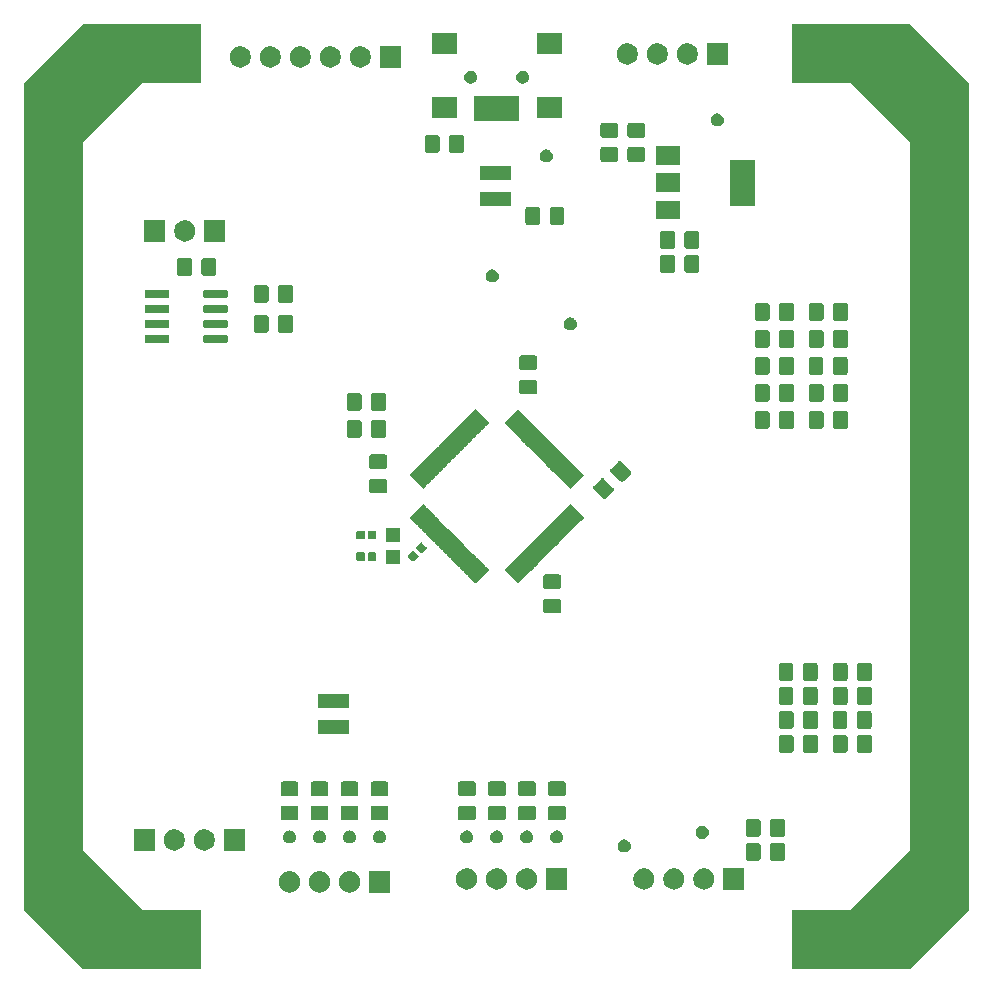
<source format=gts>
G04 #@! TF.GenerationSoftware,KiCad,Pcbnew,(5.1.5)-2*
G04 #@! TF.CreationDate,2021-02-28T22:06:59+01:00*
G04 #@! TF.ProjectId,USB_TO_I2C,5553425f-544f-45f4-9932-432e6b696361,rev?*
G04 #@! TF.SameCoordinates,Original*
G04 #@! TF.FileFunction,Soldermask,Top*
G04 #@! TF.FilePolarity,Negative*
%FSLAX46Y46*%
G04 Gerber Fmt 4.6, Leading zero omitted, Abs format (unit mm)*
G04 Created by KiCad (PCBNEW (5.1.5)-2) date 2021-02-28 22:06:59*
%MOMM*%
%LPD*%
G04 APERTURE LIST*
%ADD10C,0.100000*%
G04 APERTURE END LIST*
D10*
G36*
X200000000Y-65000000D02*
G01*
X200000000Y-135000000D01*
X195000000Y-140000000D01*
X185000000Y-140000000D01*
X185000000Y-135000000D01*
X189948223Y-135000000D01*
X189972609Y-134997598D01*
X189996058Y-134990485D01*
X190017669Y-134978934D01*
X190036611Y-134963389D01*
X194963389Y-130036611D01*
X194978934Y-130017669D01*
X194990485Y-129996058D01*
X194997598Y-129972609D01*
X195000000Y-129948223D01*
X195000000Y-70051777D01*
X194997598Y-70027391D01*
X194990485Y-70003942D01*
X194978934Y-69982331D01*
X194963389Y-69963389D01*
X190036611Y-65036611D01*
X190017669Y-65021066D01*
X189996058Y-65009515D01*
X189972609Y-65002402D01*
X189948223Y-65000000D01*
X185000000Y-65000000D01*
X185000000Y-60000000D01*
X195000000Y-60000000D01*
X200000000Y-65000000D01*
G37*
G36*
X135000000Y-65000000D02*
G01*
X130051777Y-65000000D01*
X130027391Y-65002402D01*
X130003942Y-65009515D01*
X129982331Y-65021066D01*
X129963389Y-65036611D01*
X125036611Y-69963389D01*
X125021066Y-69982331D01*
X125009515Y-70003942D01*
X125002402Y-70027391D01*
X125000000Y-70051777D01*
X125000000Y-129948223D01*
X125002402Y-129972609D01*
X125009515Y-129996058D01*
X125021066Y-130017669D01*
X125036611Y-130036611D01*
X129963389Y-134963389D01*
X129982331Y-134978934D01*
X130003942Y-134990485D01*
X130027391Y-134997598D01*
X130051777Y-135000000D01*
X135000000Y-135000000D01*
X135000000Y-140000000D01*
X125000000Y-140000000D01*
X120000000Y-135000000D01*
X120000000Y-65000000D01*
X125000000Y-60000000D01*
X135000000Y-60000000D01*
X135000000Y-65000000D01*
G37*
G36*
X150981000Y-133545000D02*
G01*
X149179000Y-133545000D01*
X149179000Y-131743000D01*
X150981000Y-131743000D01*
X150981000Y-133545000D01*
G37*
G36*
X145113512Y-131747927D02*
G01*
X145262812Y-131777624D01*
X145426784Y-131845544D01*
X145574354Y-131944147D01*
X145699853Y-132069646D01*
X145798456Y-132217216D01*
X145866376Y-132381188D01*
X145901000Y-132555259D01*
X145901000Y-132732741D01*
X145866376Y-132906812D01*
X145798456Y-133070784D01*
X145699853Y-133218354D01*
X145574354Y-133343853D01*
X145426784Y-133442456D01*
X145262812Y-133510376D01*
X145113512Y-133540073D01*
X145088742Y-133545000D01*
X144911258Y-133545000D01*
X144886488Y-133540073D01*
X144737188Y-133510376D01*
X144573216Y-133442456D01*
X144425646Y-133343853D01*
X144300147Y-133218354D01*
X144201544Y-133070784D01*
X144133624Y-132906812D01*
X144099000Y-132732741D01*
X144099000Y-132555259D01*
X144133624Y-132381188D01*
X144201544Y-132217216D01*
X144300147Y-132069646D01*
X144425646Y-131944147D01*
X144573216Y-131845544D01*
X144737188Y-131777624D01*
X144886488Y-131747927D01*
X144911258Y-131743000D01*
X145088742Y-131743000D01*
X145113512Y-131747927D01*
G37*
G36*
X142573512Y-131747927D02*
G01*
X142722812Y-131777624D01*
X142886784Y-131845544D01*
X143034354Y-131944147D01*
X143159853Y-132069646D01*
X143258456Y-132217216D01*
X143326376Y-132381188D01*
X143361000Y-132555259D01*
X143361000Y-132732741D01*
X143326376Y-132906812D01*
X143258456Y-133070784D01*
X143159853Y-133218354D01*
X143034354Y-133343853D01*
X142886784Y-133442456D01*
X142722812Y-133510376D01*
X142573512Y-133540073D01*
X142548742Y-133545000D01*
X142371258Y-133545000D01*
X142346488Y-133540073D01*
X142197188Y-133510376D01*
X142033216Y-133442456D01*
X141885646Y-133343853D01*
X141760147Y-133218354D01*
X141661544Y-133070784D01*
X141593624Y-132906812D01*
X141559000Y-132732741D01*
X141559000Y-132555259D01*
X141593624Y-132381188D01*
X141661544Y-132217216D01*
X141760147Y-132069646D01*
X141885646Y-131944147D01*
X142033216Y-131845544D01*
X142197188Y-131777624D01*
X142346488Y-131747927D01*
X142371258Y-131743000D01*
X142548742Y-131743000D01*
X142573512Y-131747927D01*
G37*
G36*
X147653512Y-131747927D02*
G01*
X147802812Y-131777624D01*
X147966784Y-131845544D01*
X148114354Y-131944147D01*
X148239853Y-132069646D01*
X148338456Y-132217216D01*
X148406376Y-132381188D01*
X148441000Y-132555259D01*
X148441000Y-132732741D01*
X148406376Y-132906812D01*
X148338456Y-133070784D01*
X148239853Y-133218354D01*
X148114354Y-133343853D01*
X147966784Y-133442456D01*
X147802812Y-133510376D01*
X147653512Y-133540073D01*
X147628742Y-133545000D01*
X147451258Y-133545000D01*
X147426488Y-133540073D01*
X147277188Y-133510376D01*
X147113216Y-133442456D01*
X146965646Y-133343853D01*
X146840147Y-133218354D01*
X146741544Y-133070784D01*
X146673624Y-132906812D01*
X146639000Y-132732741D01*
X146639000Y-132555259D01*
X146673624Y-132381188D01*
X146741544Y-132217216D01*
X146840147Y-132069646D01*
X146965646Y-131944147D01*
X147113216Y-131845544D01*
X147277188Y-131777624D01*
X147426488Y-131747927D01*
X147451258Y-131743000D01*
X147628742Y-131743000D01*
X147653512Y-131747927D01*
G37*
G36*
X162653512Y-131493927D02*
G01*
X162802812Y-131523624D01*
X162966784Y-131591544D01*
X163114354Y-131690147D01*
X163239853Y-131815646D01*
X163338456Y-131963216D01*
X163406376Y-132127188D01*
X163441000Y-132301259D01*
X163441000Y-132478741D01*
X163406376Y-132652812D01*
X163338456Y-132816784D01*
X163239853Y-132964354D01*
X163114354Y-133089853D01*
X162966784Y-133188456D01*
X162802812Y-133256376D01*
X162653512Y-133286073D01*
X162628742Y-133291000D01*
X162451258Y-133291000D01*
X162426488Y-133286073D01*
X162277188Y-133256376D01*
X162113216Y-133188456D01*
X161965646Y-133089853D01*
X161840147Y-132964354D01*
X161741544Y-132816784D01*
X161673624Y-132652812D01*
X161639000Y-132478741D01*
X161639000Y-132301259D01*
X161673624Y-132127188D01*
X161741544Y-131963216D01*
X161840147Y-131815646D01*
X161965646Y-131690147D01*
X162113216Y-131591544D01*
X162277188Y-131523624D01*
X162426488Y-131493927D01*
X162451258Y-131489000D01*
X162628742Y-131489000D01*
X162653512Y-131493927D01*
G37*
G36*
X157573512Y-131493927D02*
G01*
X157722812Y-131523624D01*
X157886784Y-131591544D01*
X158034354Y-131690147D01*
X158159853Y-131815646D01*
X158258456Y-131963216D01*
X158326376Y-132127188D01*
X158361000Y-132301259D01*
X158361000Y-132478741D01*
X158326376Y-132652812D01*
X158258456Y-132816784D01*
X158159853Y-132964354D01*
X158034354Y-133089853D01*
X157886784Y-133188456D01*
X157722812Y-133256376D01*
X157573512Y-133286073D01*
X157548742Y-133291000D01*
X157371258Y-133291000D01*
X157346488Y-133286073D01*
X157197188Y-133256376D01*
X157033216Y-133188456D01*
X156885646Y-133089853D01*
X156760147Y-132964354D01*
X156661544Y-132816784D01*
X156593624Y-132652812D01*
X156559000Y-132478741D01*
X156559000Y-132301259D01*
X156593624Y-132127188D01*
X156661544Y-131963216D01*
X156760147Y-131815646D01*
X156885646Y-131690147D01*
X157033216Y-131591544D01*
X157197188Y-131523624D01*
X157346488Y-131493927D01*
X157371258Y-131489000D01*
X157548742Y-131489000D01*
X157573512Y-131493927D01*
G37*
G36*
X160113512Y-131493927D02*
G01*
X160262812Y-131523624D01*
X160426784Y-131591544D01*
X160574354Y-131690147D01*
X160699853Y-131815646D01*
X160798456Y-131963216D01*
X160866376Y-132127188D01*
X160901000Y-132301259D01*
X160901000Y-132478741D01*
X160866376Y-132652812D01*
X160798456Y-132816784D01*
X160699853Y-132964354D01*
X160574354Y-133089853D01*
X160426784Y-133188456D01*
X160262812Y-133256376D01*
X160113512Y-133286073D01*
X160088742Y-133291000D01*
X159911258Y-133291000D01*
X159886488Y-133286073D01*
X159737188Y-133256376D01*
X159573216Y-133188456D01*
X159425646Y-133089853D01*
X159300147Y-132964354D01*
X159201544Y-132816784D01*
X159133624Y-132652812D01*
X159099000Y-132478741D01*
X159099000Y-132301259D01*
X159133624Y-132127188D01*
X159201544Y-131963216D01*
X159300147Y-131815646D01*
X159425646Y-131690147D01*
X159573216Y-131591544D01*
X159737188Y-131523624D01*
X159886488Y-131493927D01*
X159911258Y-131489000D01*
X160088742Y-131489000D01*
X160113512Y-131493927D01*
G37*
G36*
X165981000Y-133291000D02*
G01*
X164179000Y-133291000D01*
X164179000Y-131489000D01*
X165981000Y-131489000D01*
X165981000Y-133291000D01*
G37*
G36*
X172573512Y-131493927D02*
G01*
X172722812Y-131523624D01*
X172886784Y-131591544D01*
X173034354Y-131690147D01*
X173159853Y-131815646D01*
X173258456Y-131963216D01*
X173326376Y-132127188D01*
X173361000Y-132301259D01*
X173361000Y-132478741D01*
X173326376Y-132652812D01*
X173258456Y-132816784D01*
X173159853Y-132964354D01*
X173034354Y-133089853D01*
X172886784Y-133188456D01*
X172722812Y-133256376D01*
X172573512Y-133286073D01*
X172548742Y-133291000D01*
X172371258Y-133291000D01*
X172346488Y-133286073D01*
X172197188Y-133256376D01*
X172033216Y-133188456D01*
X171885646Y-133089853D01*
X171760147Y-132964354D01*
X171661544Y-132816784D01*
X171593624Y-132652812D01*
X171559000Y-132478741D01*
X171559000Y-132301259D01*
X171593624Y-132127188D01*
X171661544Y-131963216D01*
X171760147Y-131815646D01*
X171885646Y-131690147D01*
X172033216Y-131591544D01*
X172197188Y-131523624D01*
X172346488Y-131493927D01*
X172371258Y-131489000D01*
X172548742Y-131489000D01*
X172573512Y-131493927D01*
G37*
G36*
X175113512Y-131493927D02*
G01*
X175262812Y-131523624D01*
X175426784Y-131591544D01*
X175574354Y-131690147D01*
X175699853Y-131815646D01*
X175798456Y-131963216D01*
X175866376Y-132127188D01*
X175901000Y-132301259D01*
X175901000Y-132478741D01*
X175866376Y-132652812D01*
X175798456Y-132816784D01*
X175699853Y-132964354D01*
X175574354Y-133089853D01*
X175426784Y-133188456D01*
X175262812Y-133256376D01*
X175113512Y-133286073D01*
X175088742Y-133291000D01*
X174911258Y-133291000D01*
X174886488Y-133286073D01*
X174737188Y-133256376D01*
X174573216Y-133188456D01*
X174425646Y-133089853D01*
X174300147Y-132964354D01*
X174201544Y-132816784D01*
X174133624Y-132652812D01*
X174099000Y-132478741D01*
X174099000Y-132301259D01*
X174133624Y-132127188D01*
X174201544Y-131963216D01*
X174300147Y-131815646D01*
X174425646Y-131690147D01*
X174573216Y-131591544D01*
X174737188Y-131523624D01*
X174886488Y-131493927D01*
X174911258Y-131489000D01*
X175088742Y-131489000D01*
X175113512Y-131493927D01*
G37*
G36*
X177653512Y-131493927D02*
G01*
X177802812Y-131523624D01*
X177966784Y-131591544D01*
X178114354Y-131690147D01*
X178239853Y-131815646D01*
X178338456Y-131963216D01*
X178406376Y-132127188D01*
X178441000Y-132301259D01*
X178441000Y-132478741D01*
X178406376Y-132652812D01*
X178338456Y-132816784D01*
X178239853Y-132964354D01*
X178114354Y-133089853D01*
X177966784Y-133188456D01*
X177802812Y-133256376D01*
X177653512Y-133286073D01*
X177628742Y-133291000D01*
X177451258Y-133291000D01*
X177426488Y-133286073D01*
X177277188Y-133256376D01*
X177113216Y-133188456D01*
X176965646Y-133089853D01*
X176840147Y-132964354D01*
X176741544Y-132816784D01*
X176673624Y-132652812D01*
X176639000Y-132478741D01*
X176639000Y-132301259D01*
X176673624Y-132127188D01*
X176741544Y-131963216D01*
X176840147Y-131815646D01*
X176965646Y-131690147D01*
X177113216Y-131591544D01*
X177277188Y-131523624D01*
X177426488Y-131493927D01*
X177451258Y-131489000D01*
X177628742Y-131489000D01*
X177653512Y-131493927D01*
G37*
G36*
X180981000Y-133291000D02*
G01*
X179179000Y-133291000D01*
X179179000Y-131489000D01*
X180981000Y-131489000D01*
X180981000Y-133291000D01*
G37*
G36*
X182176674Y-129357465D02*
G01*
X182214367Y-129368899D01*
X182249103Y-129387466D01*
X182279548Y-129412452D01*
X182304534Y-129442897D01*
X182323101Y-129477633D01*
X182334535Y-129515326D01*
X182339000Y-129560661D01*
X182339000Y-130647339D01*
X182334535Y-130692674D01*
X182323101Y-130730367D01*
X182304534Y-130765103D01*
X182279548Y-130795548D01*
X182249103Y-130820534D01*
X182214367Y-130839101D01*
X182176674Y-130850535D01*
X182131339Y-130855000D01*
X181294661Y-130855000D01*
X181249326Y-130850535D01*
X181211633Y-130839101D01*
X181176897Y-130820534D01*
X181146452Y-130795548D01*
X181121466Y-130765103D01*
X181102899Y-130730367D01*
X181091465Y-130692674D01*
X181087000Y-130647339D01*
X181087000Y-129560661D01*
X181091465Y-129515326D01*
X181102899Y-129477633D01*
X181121466Y-129442897D01*
X181146452Y-129412452D01*
X181176897Y-129387466D01*
X181211633Y-129368899D01*
X181249326Y-129357465D01*
X181294661Y-129353000D01*
X182131339Y-129353000D01*
X182176674Y-129357465D01*
G37*
G36*
X184226674Y-129357465D02*
G01*
X184264367Y-129368899D01*
X184299103Y-129387466D01*
X184329548Y-129412452D01*
X184354534Y-129442897D01*
X184373101Y-129477633D01*
X184384535Y-129515326D01*
X184389000Y-129560661D01*
X184389000Y-130647339D01*
X184384535Y-130692674D01*
X184373101Y-130730367D01*
X184354534Y-130765103D01*
X184329548Y-130795548D01*
X184299103Y-130820534D01*
X184264367Y-130839101D01*
X184226674Y-130850535D01*
X184181339Y-130855000D01*
X183344661Y-130855000D01*
X183299326Y-130850535D01*
X183261633Y-130839101D01*
X183226897Y-130820534D01*
X183196452Y-130795548D01*
X183171466Y-130765103D01*
X183152899Y-130730367D01*
X183141465Y-130692674D01*
X183137000Y-130647339D01*
X183137000Y-129560661D01*
X183141465Y-129515326D01*
X183152899Y-129477633D01*
X183171466Y-129442897D01*
X183196452Y-129412452D01*
X183226897Y-129387466D01*
X183261633Y-129368899D01*
X183299326Y-129357465D01*
X183344661Y-129353000D01*
X184181339Y-129353000D01*
X184226674Y-129357465D01*
G37*
G36*
X170960721Y-129066174D02*
G01*
X171060995Y-129107709D01*
X171060996Y-129107710D01*
X171151242Y-129168010D01*
X171227990Y-129244758D01*
X171258345Y-129290188D01*
X171288291Y-129335005D01*
X171329826Y-129435279D01*
X171351000Y-129541730D01*
X171351000Y-129650270D01*
X171329826Y-129756721D01*
X171288291Y-129856995D01*
X171288290Y-129856996D01*
X171227990Y-129947242D01*
X171151242Y-130023990D01*
X171132353Y-130036611D01*
X171060995Y-130084291D01*
X170960721Y-130125826D01*
X170854270Y-130147000D01*
X170745730Y-130147000D01*
X170639279Y-130125826D01*
X170539005Y-130084291D01*
X170467647Y-130036611D01*
X170448758Y-130023990D01*
X170372010Y-129947242D01*
X170311710Y-129856996D01*
X170311709Y-129856995D01*
X170270174Y-129756721D01*
X170249000Y-129650270D01*
X170249000Y-129541730D01*
X170270174Y-129435279D01*
X170311709Y-129335005D01*
X170341655Y-129290188D01*
X170372010Y-129244758D01*
X170448758Y-129168010D01*
X170539004Y-129107710D01*
X170539005Y-129107709D01*
X170639279Y-129066174D01*
X170745730Y-129045000D01*
X170854270Y-129045000D01*
X170960721Y-129066174D01*
G37*
G36*
X138681000Y-129989000D02*
G01*
X136879000Y-129989000D01*
X136879000Y-128187000D01*
X138681000Y-128187000D01*
X138681000Y-129989000D01*
G37*
G36*
X135353512Y-128191927D02*
G01*
X135502812Y-128221624D01*
X135666784Y-128289544D01*
X135814354Y-128388147D01*
X135939853Y-128513646D01*
X136038456Y-128661216D01*
X136106376Y-128825188D01*
X136135941Y-128973825D01*
X136141000Y-128999258D01*
X136141000Y-129176742D01*
X136139309Y-129185242D01*
X136106376Y-129350812D01*
X136038456Y-129514784D01*
X135939853Y-129662354D01*
X135814354Y-129787853D01*
X135666784Y-129886456D01*
X135502812Y-129954376D01*
X135353512Y-129984073D01*
X135328742Y-129989000D01*
X135151258Y-129989000D01*
X135126488Y-129984073D01*
X134977188Y-129954376D01*
X134813216Y-129886456D01*
X134665646Y-129787853D01*
X134540147Y-129662354D01*
X134441544Y-129514784D01*
X134373624Y-129350812D01*
X134340691Y-129185242D01*
X134339000Y-129176742D01*
X134339000Y-128999258D01*
X134344059Y-128973825D01*
X134373624Y-128825188D01*
X134441544Y-128661216D01*
X134540147Y-128513646D01*
X134665646Y-128388147D01*
X134813216Y-128289544D01*
X134977188Y-128221624D01*
X135126488Y-128191927D01*
X135151258Y-128187000D01*
X135328742Y-128187000D01*
X135353512Y-128191927D01*
G37*
G36*
X132813512Y-128191927D02*
G01*
X132962812Y-128221624D01*
X133126784Y-128289544D01*
X133274354Y-128388147D01*
X133399853Y-128513646D01*
X133498456Y-128661216D01*
X133566376Y-128825188D01*
X133595941Y-128973825D01*
X133601000Y-128999258D01*
X133601000Y-129176742D01*
X133599309Y-129185242D01*
X133566376Y-129350812D01*
X133498456Y-129514784D01*
X133399853Y-129662354D01*
X133274354Y-129787853D01*
X133126784Y-129886456D01*
X132962812Y-129954376D01*
X132813512Y-129984073D01*
X132788742Y-129989000D01*
X132611258Y-129989000D01*
X132586488Y-129984073D01*
X132437188Y-129954376D01*
X132273216Y-129886456D01*
X132125646Y-129787853D01*
X132000147Y-129662354D01*
X131901544Y-129514784D01*
X131833624Y-129350812D01*
X131800691Y-129185242D01*
X131799000Y-129176742D01*
X131799000Y-128999258D01*
X131804059Y-128973825D01*
X131833624Y-128825188D01*
X131901544Y-128661216D01*
X132000147Y-128513646D01*
X132125646Y-128388147D01*
X132273216Y-128289544D01*
X132437188Y-128221624D01*
X132586488Y-128191927D01*
X132611258Y-128187000D01*
X132788742Y-128187000D01*
X132813512Y-128191927D01*
G37*
G36*
X131061000Y-129989000D02*
G01*
X129259000Y-129989000D01*
X129259000Y-128187000D01*
X131061000Y-128187000D01*
X131061000Y-129989000D01*
G37*
G36*
X142620721Y-128304174D02*
G01*
X142720995Y-128345709D01*
X142720996Y-128345710D01*
X142811242Y-128406010D01*
X142887990Y-128482758D01*
X142908629Y-128513647D01*
X142948291Y-128573005D01*
X142989826Y-128673279D01*
X143011000Y-128779730D01*
X143011000Y-128888270D01*
X142989826Y-128994721D01*
X142948291Y-129094995D01*
X142948290Y-129094996D01*
X142887990Y-129185242D01*
X142811242Y-129261990D01*
X142765812Y-129292345D01*
X142720995Y-129322291D01*
X142620721Y-129363826D01*
X142514270Y-129385000D01*
X142405730Y-129385000D01*
X142299279Y-129363826D01*
X142199005Y-129322291D01*
X142154188Y-129292345D01*
X142108758Y-129261990D01*
X142032010Y-129185242D01*
X141971710Y-129094996D01*
X141971709Y-129094995D01*
X141930174Y-128994721D01*
X141909000Y-128888270D01*
X141909000Y-128779730D01*
X141930174Y-128673279D01*
X141971709Y-128573005D01*
X142011371Y-128513647D01*
X142032010Y-128482758D01*
X142108758Y-128406010D01*
X142199004Y-128345710D01*
X142199005Y-128345709D01*
X142299279Y-128304174D01*
X142405730Y-128283000D01*
X142514270Y-128283000D01*
X142620721Y-128304174D01*
G37*
G36*
X145160721Y-128304174D02*
G01*
X145260995Y-128345709D01*
X145260996Y-128345710D01*
X145351242Y-128406010D01*
X145427990Y-128482758D01*
X145448629Y-128513647D01*
X145488291Y-128573005D01*
X145529826Y-128673279D01*
X145551000Y-128779730D01*
X145551000Y-128888270D01*
X145529826Y-128994721D01*
X145488291Y-129094995D01*
X145488290Y-129094996D01*
X145427990Y-129185242D01*
X145351242Y-129261990D01*
X145305812Y-129292345D01*
X145260995Y-129322291D01*
X145160721Y-129363826D01*
X145054270Y-129385000D01*
X144945730Y-129385000D01*
X144839279Y-129363826D01*
X144739005Y-129322291D01*
X144694188Y-129292345D01*
X144648758Y-129261990D01*
X144572010Y-129185242D01*
X144511710Y-129094996D01*
X144511709Y-129094995D01*
X144470174Y-128994721D01*
X144449000Y-128888270D01*
X144449000Y-128779730D01*
X144470174Y-128673279D01*
X144511709Y-128573005D01*
X144551371Y-128513647D01*
X144572010Y-128482758D01*
X144648758Y-128406010D01*
X144739004Y-128345710D01*
X144739005Y-128345709D01*
X144839279Y-128304174D01*
X144945730Y-128283000D01*
X145054270Y-128283000D01*
X145160721Y-128304174D01*
G37*
G36*
X150240721Y-128304174D02*
G01*
X150340995Y-128345709D01*
X150340996Y-128345710D01*
X150431242Y-128406010D01*
X150507990Y-128482758D01*
X150528629Y-128513647D01*
X150568291Y-128573005D01*
X150609826Y-128673279D01*
X150631000Y-128779730D01*
X150631000Y-128888270D01*
X150609826Y-128994721D01*
X150568291Y-129094995D01*
X150568290Y-129094996D01*
X150507990Y-129185242D01*
X150431242Y-129261990D01*
X150385812Y-129292345D01*
X150340995Y-129322291D01*
X150240721Y-129363826D01*
X150134270Y-129385000D01*
X150025730Y-129385000D01*
X149919279Y-129363826D01*
X149819005Y-129322291D01*
X149774188Y-129292345D01*
X149728758Y-129261990D01*
X149652010Y-129185242D01*
X149591710Y-129094996D01*
X149591709Y-129094995D01*
X149550174Y-128994721D01*
X149529000Y-128888270D01*
X149529000Y-128779730D01*
X149550174Y-128673279D01*
X149591709Y-128573005D01*
X149631371Y-128513647D01*
X149652010Y-128482758D01*
X149728758Y-128406010D01*
X149819004Y-128345710D01*
X149819005Y-128345709D01*
X149919279Y-128304174D01*
X150025730Y-128283000D01*
X150134270Y-128283000D01*
X150240721Y-128304174D01*
G37*
G36*
X160160721Y-128304174D02*
G01*
X160260995Y-128345709D01*
X160260996Y-128345710D01*
X160351242Y-128406010D01*
X160427990Y-128482758D01*
X160448629Y-128513647D01*
X160488291Y-128573005D01*
X160529826Y-128673279D01*
X160551000Y-128779730D01*
X160551000Y-128888270D01*
X160529826Y-128994721D01*
X160488291Y-129094995D01*
X160488290Y-129094996D01*
X160427990Y-129185242D01*
X160351242Y-129261990D01*
X160305812Y-129292345D01*
X160260995Y-129322291D01*
X160160721Y-129363826D01*
X160054270Y-129385000D01*
X159945730Y-129385000D01*
X159839279Y-129363826D01*
X159739005Y-129322291D01*
X159694188Y-129292345D01*
X159648758Y-129261990D01*
X159572010Y-129185242D01*
X159511710Y-129094996D01*
X159511709Y-129094995D01*
X159470174Y-128994721D01*
X159449000Y-128888270D01*
X159449000Y-128779730D01*
X159470174Y-128673279D01*
X159511709Y-128573005D01*
X159551371Y-128513647D01*
X159572010Y-128482758D01*
X159648758Y-128406010D01*
X159739004Y-128345710D01*
X159739005Y-128345709D01*
X159839279Y-128304174D01*
X159945730Y-128283000D01*
X160054270Y-128283000D01*
X160160721Y-128304174D01*
G37*
G36*
X165240721Y-128304174D02*
G01*
X165340995Y-128345709D01*
X165340996Y-128345710D01*
X165431242Y-128406010D01*
X165507990Y-128482758D01*
X165528629Y-128513647D01*
X165568291Y-128573005D01*
X165609826Y-128673279D01*
X165631000Y-128779730D01*
X165631000Y-128888270D01*
X165609826Y-128994721D01*
X165568291Y-129094995D01*
X165568290Y-129094996D01*
X165507990Y-129185242D01*
X165431242Y-129261990D01*
X165385812Y-129292345D01*
X165340995Y-129322291D01*
X165240721Y-129363826D01*
X165134270Y-129385000D01*
X165025730Y-129385000D01*
X164919279Y-129363826D01*
X164819005Y-129322291D01*
X164774188Y-129292345D01*
X164728758Y-129261990D01*
X164652010Y-129185242D01*
X164591710Y-129094996D01*
X164591709Y-129094995D01*
X164550174Y-128994721D01*
X164529000Y-128888270D01*
X164529000Y-128779730D01*
X164550174Y-128673279D01*
X164591709Y-128573005D01*
X164631371Y-128513647D01*
X164652010Y-128482758D01*
X164728758Y-128406010D01*
X164819004Y-128345710D01*
X164819005Y-128345709D01*
X164919279Y-128304174D01*
X165025730Y-128283000D01*
X165134270Y-128283000D01*
X165240721Y-128304174D01*
G37*
G36*
X147700721Y-128304174D02*
G01*
X147800995Y-128345709D01*
X147800996Y-128345710D01*
X147891242Y-128406010D01*
X147967990Y-128482758D01*
X147988629Y-128513647D01*
X148028291Y-128573005D01*
X148069826Y-128673279D01*
X148091000Y-128779730D01*
X148091000Y-128888270D01*
X148069826Y-128994721D01*
X148028291Y-129094995D01*
X148028290Y-129094996D01*
X147967990Y-129185242D01*
X147891242Y-129261990D01*
X147845812Y-129292345D01*
X147800995Y-129322291D01*
X147700721Y-129363826D01*
X147594270Y-129385000D01*
X147485730Y-129385000D01*
X147379279Y-129363826D01*
X147279005Y-129322291D01*
X147234188Y-129292345D01*
X147188758Y-129261990D01*
X147112010Y-129185242D01*
X147051710Y-129094996D01*
X147051709Y-129094995D01*
X147010174Y-128994721D01*
X146989000Y-128888270D01*
X146989000Y-128779730D01*
X147010174Y-128673279D01*
X147051709Y-128573005D01*
X147091371Y-128513647D01*
X147112010Y-128482758D01*
X147188758Y-128406010D01*
X147279004Y-128345710D01*
X147279005Y-128345709D01*
X147379279Y-128304174D01*
X147485730Y-128283000D01*
X147594270Y-128283000D01*
X147700721Y-128304174D01*
G37*
G36*
X157620721Y-128304174D02*
G01*
X157720995Y-128345709D01*
X157720996Y-128345710D01*
X157811242Y-128406010D01*
X157887990Y-128482758D01*
X157908629Y-128513647D01*
X157948291Y-128573005D01*
X157989826Y-128673279D01*
X158011000Y-128779730D01*
X158011000Y-128888270D01*
X157989826Y-128994721D01*
X157948291Y-129094995D01*
X157948290Y-129094996D01*
X157887990Y-129185242D01*
X157811242Y-129261990D01*
X157765812Y-129292345D01*
X157720995Y-129322291D01*
X157620721Y-129363826D01*
X157514270Y-129385000D01*
X157405730Y-129385000D01*
X157299279Y-129363826D01*
X157199005Y-129322291D01*
X157154188Y-129292345D01*
X157108758Y-129261990D01*
X157032010Y-129185242D01*
X156971710Y-129094996D01*
X156971709Y-129094995D01*
X156930174Y-128994721D01*
X156909000Y-128888270D01*
X156909000Y-128779730D01*
X156930174Y-128673279D01*
X156971709Y-128573005D01*
X157011371Y-128513647D01*
X157032010Y-128482758D01*
X157108758Y-128406010D01*
X157199004Y-128345710D01*
X157199005Y-128345709D01*
X157299279Y-128304174D01*
X157405730Y-128283000D01*
X157514270Y-128283000D01*
X157620721Y-128304174D01*
G37*
G36*
X162700721Y-128304174D02*
G01*
X162800995Y-128345709D01*
X162800996Y-128345710D01*
X162891242Y-128406010D01*
X162967990Y-128482758D01*
X162988629Y-128513647D01*
X163028291Y-128573005D01*
X163069826Y-128673279D01*
X163091000Y-128779730D01*
X163091000Y-128888270D01*
X163069826Y-128994721D01*
X163028291Y-129094995D01*
X163028290Y-129094996D01*
X162967990Y-129185242D01*
X162891242Y-129261990D01*
X162845812Y-129292345D01*
X162800995Y-129322291D01*
X162700721Y-129363826D01*
X162594270Y-129385000D01*
X162485730Y-129385000D01*
X162379279Y-129363826D01*
X162279005Y-129322291D01*
X162234188Y-129292345D01*
X162188758Y-129261990D01*
X162112010Y-129185242D01*
X162051710Y-129094996D01*
X162051709Y-129094995D01*
X162010174Y-128994721D01*
X161989000Y-128888270D01*
X161989000Y-128779730D01*
X162010174Y-128673279D01*
X162051709Y-128573005D01*
X162091371Y-128513647D01*
X162112010Y-128482758D01*
X162188758Y-128406010D01*
X162279004Y-128345710D01*
X162279005Y-128345709D01*
X162379279Y-128304174D01*
X162485730Y-128283000D01*
X162594270Y-128283000D01*
X162700721Y-128304174D01*
G37*
G36*
X177564721Y-127914174D02*
G01*
X177664995Y-127955709D01*
X177664996Y-127955710D01*
X177755242Y-128016010D01*
X177831990Y-128092758D01*
X177831991Y-128092760D01*
X177892291Y-128183005D01*
X177933826Y-128283279D01*
X177955000Y-128389730D01*
X177955000Y-128498270D01*
X177933826Y-128604721D01*
X177892291Y-128704995D01*
X177892290Y-128704996D01*
X177831990Y-128795242D01*
X177755242Y-128871990D01*
X177730877Y-128888270D01*
X177664995Y-128932291D01*
X177564721Y-128973826D01*
X177458270Y-128995000D01*
X177349730Y-128995000D01*
X177243279Y-128973826D01*
X177143005Y-128932291D01*
X177077123Y-128888270D01*
X177052758Y-128871990D01*
X176976010Y-128795242D01*
X176915710Y-128704996D01*
X176915709Y-128704995D01*
X176874174Y-128604721D01*
X176853000Y-128498270D01*
X176853000Y-128389730D01*
X176874174Y-128283279D01*
X176915709Y-128183005D01*
X176976009Y-128092760D01*
X176976010Y-128092758D01*
X177052758Y-128016010D01*
X177143004Y-127955710D01*
X177143005Y-127955709D01*
X177243279Y-127914174D01*
X177349730Y-127893000D01*
X177458270Y-127893000D01*
X177564721Y-127914174D01*
G37*
G36*
X182176674Y-127325465D02*
G01*
X182214367Y-127336899D01*
X182249103Y-127355466D01*
X182279548Y-127380452D01*
X182304534Y-127410897D01*
X182323101Y-127445633D01*
X182334535Y-127483326D01*
X182339000Y-127528661D01*
X182339000Y-128615339D01*
X182334535Y-128660674D01*
X182323101Y-128698367D01*
X182304534Y-128733103D01*
X182279548Y-128763548D01*
X182249103Y-128788534D01*
X182214367Y-128807101D01*
X182176674Y-128818535D01*
X182131339Y-128823000D01*
X181294661Y-128823000D01*
X181249326Y-128818535D01*
X181211633Y-128807101D01*
X181176897Y-128788534D01*
X181146452Y-128763548D01*
X181121466Y-128733103D01*
X181102899Y-128698367D01*
X181091465Y-128660674D01*
X181087000Y-128615339D01*
X181087000Y-127528661D01*
X181091465Y-127483326D01*
X181102899Y-127445633D01*
X181121466Y-127410897D01*
X181146452Y-127380452D01*
X181176897Y-127355466D01*
X181211633Y-127336899D01*
X181249326Y-127325465D01*
X181294661Y-127321000D01*
X182131339Y-127321000D01*
X182176674Y-127325465D01*
G37*
G36*
X184226674Y-127325465D02*
G01*
X184264367Y-127336899D01*
X184299103Y-127355466D01*
X184329548Y-127380452D01*
X184354534Y-127410897D01*
X184373101Y-127445633D01*
X184384535Y-127483326D01*
X184389000Y-127528661D01*
X184389000Y-128615339D01*
X184384535Y-128660674D01*
X184373101Y-128698367D01*
X184354534Y-128733103D01*
X184329548Y-128763548D01*
X184299103Y-128788534D01*
X184264367Y-128807101D01*
X184226674Y-128818535D01*
X184181339Y-128823000D01*
X183344661Y-128823000D01*
X183299326Y-128818535D01*
X183261633Y-128807101D01*
X183226897Y-128788534D01*
X183196452Y-128763548D01*
X183171466Y-128733103D01*
X183152899Y-128698367D01*
X183141465Y-128660674D01*
X183137000Y-128615339D01*
X183137000Y-127528661D01*
X183141465Y-127483326D01*
X183152899Y-127445633D01*
X183171466Y-127410897D01*
X183196452Y-127380452D01*
X183226897Y-127355466D01*
X183261633Y-127336899D01*
X183299326Y-127325465D01*
X183344661Y-127321000D01*
X184181339Y-127321000D01*
X184226674Y-127325465D01*
G37*
G36*
X145589148Y-126189454D02*
G01*
X145626728Y-126200854D01*
X145661364Y-126219367D01*
X145691720Y-126244280D01*
X145716633Y-126274636D01*
X145735146Y-126309272D01*
X145746546Y-126346852D01*
X145751000Y-126392075D01*
X145751000Y-127229925D01*
X145746546Y-127275148D01*
X145735146Y-127312728D01*
X145716633Y-127347364D01*
X145691720Y-127377720D01*
X145661364Y-127402633D01*
X145626728Y-127421146D01*
X145589148Y-127432546D01*
X145543925Y-127437000D01*
X144456075Y-127437000D01*
X144410852Y-127432546D01*
X144373272Y-127421146D01*
X144338636Y-127402633D01*
X144308280Y-127377720D01*
X144283367Y-127347364D01*
X144264854Y-127312728D01*
X144253454Y-127275148D01*
X144249000Y-127229925D01*
X144249000Y-126392075D01*
X144253454Y-126346852D01*
X144264854Y-126309272D01*
X144283367Y-126274636D01*
X144308280Y-126244280D01*
X144338636Y-126219367D01*
X144373272Y-126200854D01*
X144410852Y-126189454D01*
X144456075Y-126185000D01*
X145543925Y-126185000D01*
X145589148Y-126189454D01*
G37*
G36*
X163128674Y-126189465D02*
G01*
X163166367Y-126200899D01*
X163201103Y-126219466D01*
X163231548Y-126244452D01*
X163256534Y-126274897D01*
X163275101Y-126309633D01*
X163286535Y-126347326D01*
X163291000Y-126392661D01*
X163291000Y-127229339D01*
X163286535Y-127274674D01*
X163275101Y-127312367D01*
X163256534Y-127347103D01*
X163231548Y-127377548D01*
X163201103Y-127402534D01*
X163166367Y-127421101D01*
X163128674Y-127432535D01*
X163083339Y-127437000D01*
X161996661Y-127437000D01*
X161951326Y-127432535D01*
X161913633Y-127421101D01*
X161878897Y-127402534D01*
X161848452Y-127377548D01*
X161823466Y-127347103D01*
X161804899Y-127312367D01*
X161793465Y-127274674D01*
X161789000Y-127229339D01*
X161789000Y-126392661D01*
X161793465Y-126347326D01*
X161804899Y-126309633D01*
X161823466Y-126274897D01*
X161848452Y-126244452D01*
X161878897Y-126219466D01*
X161913633Y-126200899D01*
X161951326Y-126189465D01*
X161996661Y-126185000D01*
X163083339Y-126185000D01*
X163128674Y-126189465D01*
G37*
G36*
X160589148Y-126189454D02*
G01*
X160626728Y-126200854D01*
X160661364Y-126219367D01*
X160691720Y-126244280D01*
X160716633Y-126274636D01*
X160735146Y-126309272D01*
X160746546Y-126346852D01*
X160751000Y-126392075D01*
X160751000Y-127229925D01*
X160746546Y-127275148D01*
X160735146Y-127312728D01*
X160716633Y-127347364D01*
X160691720Y-127377720D01*
X160661364Y-127402633D01*
X160626728Y-127421146D01*
X160589148Y-127432546D01*
X160543925Y-127437000D01*
X159456075Y-127437000D01*
X159410852Y-127432546D01*
X159373272Y-127421146D01*
X159338636Y-127402633D01*
X159308280Y-127377720D01*
X159283367Y-127347364D01*
X159264854Y-127312728D01*
X159253454Y-127275148D01*
X159249000Y-127229925D01*
X159249000Y-126392075D01*
X159253454Y-126346852D01*
X159264854Y-126309272D01*
X159283367Y-126274636D01*
X159308280Y-126244280D01*
X159338636Y-126219367D01*
X159373272Y-126200854D01*
X159410852Y-126189454D01*
X159456075Y-126185000D01*
X160543925Y-126185000D01*
X160589148Y-126189454D01*
G37*
G36*
X158049148Y-126189454D02*
G01*
X158086728Y-126200854D01*
X158121364Y-126219367D01*
X158151720Y-126244280D01*
X158176633Y-126274636D01*
X158195146Y-126309272D01*
X158206546Y-126346852D01*
X158211000Y-126392075D01*
X158211000Y-127229925D01*
X158206546Y-127275148D01*
X158195146Y-127312728D01*
X158176633Y-127347364D01*
X158151720Y-127377720D01*
X158121364Y-127402633D01*
X158086728Y-127421146D01*
X158049148Y-127432546D01*
X158003925Y-127437000D01*
X156916075Y-127437000D01*
X156870852Y-127432546D01*
X156833272Y-127421146D01*
X156798636Y-127402633D01*
X156768280Y-127377720D01*
X156743367Y-127347364D01*
X156724854Y-127312728D01*
X156713454Y-127275148D01*
X156709000Y-127229925D01*
X156709000Y-126392075D01*
X156713454Y-126346852D01*
X156724854Y-126309272D01*
X156743367Y-126274636D01*
X156768280Y-126244280D01*
X156798636Y-126219367D01*
X156833272Y-126200854D01*
X156870852Y-126189454D01*
X156916075Y-126185000D01*
X158003925Y-126185000D01*
X158049148Y-126189454D01*
G37*
G36*
X150669148Y-126189454D02*
G01*
X150706728Y-126200854D01*
X150741364Y-126219367D01*
X150771720Y-126244280D01*
X150796633Y-126274636D01*
X150815146Y-126309272D01*
X150826546Y-126346852D01*
X150831000Y-126392075D01*
X150831000Y-127229925D01*
X150826546Y-127275148D01*
X150815146Y-127312728D01*
X150796633Y-127347364D01*
X150771720Y-127377720D01*
X150741364Y-127402633D01*
X150706728Y-127421146D01*
X150669148Y-127432546D01*
X150623925Y-127437000D01*
X149536075Y-127437000D01*
X149490852Y-127432546D01*
X149453272Y-127421146D01*
X149418636Y-127402633D01*
X149388280Y-127377720D01*
X149363367Y-127347364D01*
X149344854Y-127312728D01*
X149333454Y-127275148D01*
X149329000Y-127229925D01*
X149329000Y-126392075D01*
X149333454Y-126346852D01*
X149344854Y-126309272D01*
X149363367Y-126274636D01*
X149388280Y-126244280D01*
X149418636Y-126219367D01*
X149453272Y-126200854D01*
X149490852Y-126189454D01*
X149536075Y-126185000D01*
X150623925Y-126185000D01*
X150669148Y-126189454D01*
G37*
G36*
X148128674Y-126189465D02*
G01*
X148166367Y-126200899D01*
X148201103Y-126219466D01*
X148231548Y-126244452D01*
X148256534Y-126274897D01*
X148275101Y-126309633D01*
X148286535Y-126347326D01*
X148291000Y-126392661D01*
X148291000Y-127229339D01*
X148286535Y-127274674D01*
X148275101Y-127312367D01*
X148256534Y-127347103D01*
X148231548Y-127377548D01*
X148201103Y-127402534D01*
X148166367Y-127421101D01*
X148128674Y-127432535D01*
X148083339Y-127437000D01*
X146996661Y-127437000D01*
X146951326Y-127432535D01*
X146913633Y-127421101D01*
X146878897Y-127402534D01*
X146848452Y-127377548D01*
X146823466Y-127347103D01*
X146804899Y-127312367D01*
X146793465Y-127274674D01*
X146789000Y-127229339D01*
X146789000Y-126392661D01*
X146793465Y-126347326D01*
X146804899Y-126309633D01*
X146823466Y-126274897D01*
X146848452Y-126244452D01*
X146878897Y-126219466D01*
X146913633Y-126200899D01*
X146951326Y-126189465D01*
X146996661Y-126185000D01*
X148083339Y-126185000D01*
X148128674Y-126189465D01*
G37*
G36*
X143049148Y-126189454D02*
G01*
X143086728Y-126200854D01*
X143121364Y-126219367D01*
X143151720Y-126244280D01*
X143176633Y-126274636D01*
X143195146Y-126309272D01*
X143206546Y-126346852D01*
X143211000Y-126392075D01*
X143211000Y-127229925D01*
X143206546Y-127275148D01*
X143195146Y-127312728D01*
X143176633Y-127347364D01*
X143151720Y-127377720D01*
X143121364Y-127402633D01*
X143086728Y-127421146D01*
X143049148Y-127432546D01*
X143003925Y-127437000D01*
X141916075Y-127437000D01*
X141870852Y-127432546D01*
X141833272Y-127421146D01*
X141798636Y-127402633D01*
X141768280Y-127377720D01*
X141743367Y-127347364D01*
X141724854Y-127312728D01*
X141713454Y-127275148D01*
X141709000Y-127229925D01*
X141709000Y-126392075D01*
X141713454Y-126346852D01*
X141724854Y-126309272D01*
X141743367Y-126274636D01*
X141768280Y-126244280D01*
X141798636Y-126219367D01*
X141833272Y-126200854D01*
X141870852Y-126189454D01*
X141916075Y-126185000D01*
X143003925Y-126185000D01*
X143049148Y-126189454D01*
G37*
G36*
X165669148Y-126189454D02*
G01*
X165706728Y-126200854D01*
X165741364Y-126219367D01*
X165771720Y-126244280D01*
X165796633Y-126274636D01*
X165815146Y-126309272D01*
X165826546Y-126346852D01*
X165831000Y-126392075D01*
X165831000Y-127229925D01*
X165826546Y-127275148D01*
X165815146Y-127312728D01*
X165796633Y-127347364D01*
X165771720Y-127377720D01*
X165741364Y-127402633D01*
X165706728Y-127421146D01*
X165669148Y-127432546D01*
X165623925Y-127437000D01*
X164536075Y-127437000D01*
X164490852Y-127432546D01*
X164453272Y-127421146D01*
X164418636Y-127402633D01*
X164388280Y-127377720D01*
X164363367Y-127347364D01*
X164344854Y-127312728D01*
X164333454Y-127275148D01*
X164329000Y-127229925D01*
X164329000Y-126392075D01*
X164333454Y-126346852D01*
X164344854Y-126309272D01*
X164363367Y-126274636D01*
X164388280Y-126244280D01*
X164418636Y-126219367D01*
X164453272Y-126200854D01*
X164490852Y-126189454D01*
X164536075Y-126185000D01*
X165623925Y-126185000D01*
X165669148Y-126189454D01*
G37*
G36*
X145589148Y-124139454D02*
G01*
X145626728Y-124150854D01*
X145661364Y-124169367D01*
X145691720Y-124194280D01*
X145716633Y-124224636D01*
X145735146Y-124259272D01*
X145746546Y-124296852D01*
X145751000Y-124342075D01*
X145751000Y-125179925D01*
X145746546Y-125225148D01*
X145735146Y-125262728D01*
X145716633Y-125297364D01*
X145691720Y-125327720D01*
X145661364Y-125352633D01*
X145626728Y-125371146D01*
X145589148Y-125382546D01*
X145543925Y-125387000D01*
X144456075Y-125387000D01*
X144410852Y-125382546D01*
X144373272Y-125371146D01*
X144338636Y-125352633D01*
X144308280Y-125327720D01*
X144283367Y-125297364D01*
X144264854Y-125262728D01*
X144253454Y-125225148D01*
X144249000Y-125179925D01*
X144249000Y-124342075D01*
X144253454Y-124296852D01*
X144264854Y-124259272D01*
X144283367Y-124224636D01*
X144308280Y-124194280D01*
X144338636Y-124169367D01*
X144373272Y-124150854D01*
X144410852Y-124139454D01*
X144456075Y-124135000D01*
X145543925Y-124135000D01*
X145589148Y-124139454D01*
G37*
G36*
X148129148Y-124139454D02*
G01*
X148166728Y-124150854D01*
X148201364Y-124169367D01*
X148231720Y-124194280D01*
X148256633Y-124224636D01*
X148275146Y-124259272D01*
X148286546Y-124296852D01*
X148291000Y-124342075D01*
X148291000Y-125179925D01*
X148286546Y-125225148D01*
X148275146Y-125262728D01*
X148256633Y-125297364D01*
X148231720Y-125327720D01*
X148201364Y-125352633D01*
X148166728Y-125371146D01*
X148129148Y-125382546D01*
X148083925Y-125387000D01*
X146996075Y-125387000D01*
X146950852Y-125382546D01*
X146913272Y-125371146D01*
X146878636Y-125352633D01*
X146848280Y-125327720D01*
X146823367Y-125297364D01*
X146804854Y-125262728D01*
X146793454Y-125225148D01*
X146789000Y-125179925D01*
X146789000Y-124342075D01*
X146793454Y-124296852D01*
X146804854Y-124259272D01*
X146823367Y-124224636D01*
X146848280Y-124194280D01*
X146878636Y-124169367D01*
X146913272Y-124150854D01*
X146950852Y-124139454D01*
X146996075Y-124135000D01*
X148083925Y-124135000D01*
X148129148Y-124139454D01*
G37*
G36*
X150669148Y-124139454D02*
G01*
X150706728Y-124150854D01*
X150741364Y-124169367D01*
X150771720Y-124194280D01*
X150796633Y-124224636D01*
X150815146Y-124259272D01*
X150826546Y-124296852D01*
X150831000Y-124342075D01*
X150831000Y-125179925D01*
X150826546Y-125225148D01*
X150815146Y-125262728D01*
X150796633Y-125297364D01*
X150771720Y-125327720D01*
X150741364Y-125352633D01*
X150706728Y-125371146D01*
X150669148Y-125382546D01*
X150623925Y-125387000D01*
X149536075Y-125387000D01*
X149490852Y-125382546D01*
X149453272Y-125371146D01*
X149418636Y-125352633D01*
X149388280Y-125327720D01*
X149363367Y-125297364D01*
X149344854Y-125262728D01*
X149333454Y-125225148D01*
X149329000Y-125179925D01*
X149329000Y-124342075D01*
X149333454Y-124296852D01*
X149344854Y-124259272D01*
X149363367Y-124224636D01*
X149388280Y-124194280D01*
X149418636Y-124169367D01*
X149453272Y-124150854D01*
X149490852Y-124139454D01*
X149536075Y-124135000D01*
X150623925Y-124135000D01*
X150669148Y-124139454D01*
G37*
G36*
X160589148Y-124139454D02*
G01*
X160626728Y-124150854D01*
X160661364Y-124169367D01*
X160691720Y-124194280D01*
X160716633Y-124224636D01*
X160735146Y-124259272D01*
X160746546Y-124296852D01*
X160751000Y-124342075D01*
X160751000Y-125179925D01*
X160746546Y-125225148D01*
X160735146Y-125262728D01*
X160716633Y-125297364D01*
X160691720Y-125327720D01*
X160661364Y-125352633D01*
X160626728Y-125371146D01*
X160589148Y-125382546D01*
X160543925Y-125387000D01*
X159456075Y-125387000D01*
X159410852Y-125382546D01*
X159373272Y-125371146D01*
X159338636Y-125352633D01*
X159308280Y-125327720D01*
X159283367Y-125297364D01*
X159264854Y-125262728D01*
X159253454Y-125225148D01*
X159249000Y-125179925D01*
X159249000Y-124342075D01*
X159253454Y-124296852D01*
X159264854Y-124259272D01*
X159283367Y-124224636D01*
X159308280Y-124194280D01*
X159338636Y-124169367D01*
X159373272Y-124150854D01*
X159410852Y-124139454D01*
X159456075Y-124135000D01*
X160543925Y-124135000D01*
X160589148Y-124139454D01*
G37*
G36*
X165669148Y-124139454D02*
G01*
X165706728Y-124150854D01*
X165741364Y-124169367D01*
X165771720Y-124194280D01*
X165796633Y-124224636D01*
X165815146Y-124259272D01*
X165826546Y-124296852D01*
X165831000Y-124342075D01*
X165831000Y-125179925D01*
X165826546Y-125225148D01*
X165815146Y-125262728D01*
X165796633Y-125297364D01*
X165771720Y-125327720D01*
X165741364Y-125352633D01*
X165706728Y-125371146D01*
X165669148Y-125382546D01*
X165623925Y-125387000D01*
X164536075Y-125387000D01*
X164490852Y-125382546D01*
X164453272Y-125371146D01*
X164418636Y-125352633D01*
X164388280Y-125327720D01*
X164363367Y-125297364D01*
X164344854Y-125262728D01*
X164333454Y-125225148D01*
X164329000Y-125179925D01*
X164329000Y-124342075D01*
X164333454Y-124296852D01*
X164344854Y-124259272D01*
X164363367Y-124224636D01*
X164388280Y-124194280D01*
X164418636Y-124169367D01*
X164453272Y-124150854D01*
X164490852Y-124139454D01*
X164536075Y-124135000D01*
X165623925Y-124135000D01*
X165669148Y-124139454D01*
G37*
G36*
X158049148Y-124139454D02*
G01*
X158086728Y-124150854D01*
X158121364Y-124169367D01*
X158151720Y-124194280D01*
X158176633Y-124224636D01*
X158195146Y-124259272D01*
X158206546Y-124296852D01*
X158211000Y-124342075D01*
X158211000Y-125179925D01*
X158206546Y-125225148D01*
X158195146Y-125262728D01*
X158176633Y-125297364D01*
X158151720Y-125327720D01*
X158121364Y-125352633D01*
X158086728Y-125371146D01*
X158049148Y-125382546D01*
X158003925Y-125387000D01*
X156916075Y-125387000D01*
X156870852Y-125382546D01*
X156833272Y-125371146D01*
X156798636Y-125352633D01*
X156768280Y-125327720D01*
X156743367Y-125297364D01*
X156724854Y-125262728D01*
X156713454Y-125225148D01*
X156709000Y-125179925D01*
X156709000Y-124342075D01*
X156713454Y-124296852D01*
X156724854Y-124259272D01*
X156743367Y-124224636D01*
X156768280Y-124194280D01*
X156798636Y-124169367D01*
X156833272Y-124150854D01*
X156870852Y-124139454D01*
X156916075Y-124135000D01*
X158003925Y-124135000D01*
X158049148Y-124139454D01*
G37*
G36*
X143049148Y-124139454D02*
G01*
X143086728Y-124150854D01*
X143121364Y-124169367D01*
X143151720Y-124194280D01*
X143176633Y-124224636D01*
X143195146Y-124259272D01*
X143206546Y-124296852D01*
X143211000Y-124342075D01*
X143211000Y-125179925D01*
X143206546Y-125225148D01*
X143195146Y-125262728D01*
X143176633Y-125297364D01*
X143151720Y-125327720D01*
X143121364Y-125352633D01*
X143086728Y-125371146D01*
X143049148Y-125382546D01*
X143003925Y-125387000D01*
X141916075Y-125387000D01*
X141870852Y-125382546D01*
X141833272Y-125371146D01*
X141798636Y-125352633D01*
X141768280Y-125327720D01*
X141743367Y-125297364D01*
X141724854Y-125262728D01*
X141713454Y-125225148D01*
X141709000Y-125179925D01*
X141709000Y-124342075D01*
X141713454Y-124296852D01*
X141724854Y-124259272D01*
X141743367Y-124224636D01*
X141768280Y-124194280D01*
X141798636Y-124169367D01*
X141833272Y-124150854D01*
X141870852Y-124139454D01*
X141916075Y-124135000D01*
X143003925Y-124135000D01*
X143049148Y-124139454D01*
G37*
G36*
X163129148Y-124139454D02*
G01*
X163166728Y-124150854D01*
X163201364Y-124169367D01*
X163231720Y-124194280D01*
X163256633Y-124224636D01*
X163275146Y-124259272D01*
X163286546Y-124296852D01*
X163291000Y-124342075D01*
X163291000Y-125179925D01*
X163286546Y-125225148D01*
X163275146Y-125262728D01*
X163256633Y-125297364D01*
X163231720Y-125327720D01*
X163201364Y-125352633D01*
X163166728Y-125371146D01*
X163129148Y-125382546D01*
X163083925Y-125387000D01*
X161996075Y-125387000D01*
X161950852Y-125382546D01*
X161913272Y-125371146D01*
X161878636Y-125352633D01*
X161848280Y-125327720D01*
X161823367Y-125297364D01*
X161804854Y-125262728D01*
X161793454Y-125225148D01*
X161789000Y-125179925D01*
X161789000Y-124342075D01*
X161793454Y-124296852D01*
X161804854Y-124259272D01*
X161823367Y-124224636D01*
X161848280Y-124194280D01*
X161878636Y-124169367D01*
X161913272Y-124150854D01*
X161950852Y-124139454D01*
X161996075Y-124135000D01*
X163083925Y-124135000D01*
X163129148Y-124139454D01*
G37*
G36*
X189542674Y-120213465D02*
G01*
X189580367Y-120224899D01*
X189615103Y-120243466D01*
X189645548Y-120268452D01*
X189670534Y-120298897D01*
X189689101Y-120333633D01*
X189700535Y-120371326D01*
X189705000Y-120416661D01*
X189705000Y-121503339D01*
X189700535Y-121548674D01*
X189689101Y-121586367D01*
X189670534Y-121621103D01*
X189645548Y-121651548D01*
X189615103Y-121676534D01*
X189580367Y-121695101D01*
X189542674Y-121706535D01*
X189497339Y-121711000D01*
X188660661Y-121711000D01*
X188615326Y-121706535D01*
X188577633Y-121695101D01*
X188542897Y-121676534D01*
X188512452Y-121651548D01*
X188487466Y-121621103D01*
X188468899Y-121586367D01*
X188457465Y-121548674D01*
X188453000Y-121503339D01*
X188453000Y-120416661D01*
X188457465Y-120371326D01*
X188468899Y-120333633D01*
X188487466Y-120298897D01*
X188512452Y-120268452D01*
X188542897Y-120243466D01*
X188577633Y-120224899D01*
X188615326Y-120213465D01*
X188660661Y-120209000D01*
X189497339Y-120209000D01*
X189542674Y-120213465D01*
G37*
G36*
X187020674Y-120213465D02*
G01*
X187058367Y-120224899D01*
X187093103Y-120243466D01*
X187123548Y-120268452D01*
X187148534Y-120298897D01*
X187167101Y-120333633D01*
X187178535Y-120371326D01*
X187183000Y-120416661D01*
X187183000Y-121503339D01*
X187178535Y-121548674D01*
X187167101Y-121586367D01*
X187148534Y-121621103D01*
X187123548Y-121651548D01*
X187093103Y-121676534D01*
X187058367Y-121695101D01*
X187020674Y-121706535D01*
X186975339Y-121711000D01*
X186138661Y-121711000D01*
X186093326Y-121706535D01*
X186055633Y-121695101D01*
X186020897Y-121676534D01*
X185990452Y-121651548D01*
X185965466Y-121621103D01*
X185946899Y-121586367D01*
X185935465Y-121548674D01*
X185931000Y-121503339D01*
X185931000Y-120416661D01*
X185935465Y-120371326D01*
X185946899Y-120333633D01*
X185965466Y-120298897D01*
X185990452Y-120268452D01*
X186020897Y-120243466D01*
X186055633Y-120224899D01*
X186093326Y-120213465D01*
X186138661Y-120209000D01*
X186975339Y-120209000D01*
X187020674Y-120213465D01*
G37*
G36*
X184970674Y-120213465D02*
G01*
X185008367Y-120224899D01*
X185043103Y-120243466D01*
X185073548Y-120268452D01*
X185098534Y-120298897D01*
X185117101Y-120333633D01*
X185128535Y-120371326D01*
X185133000Y-120416661D01*
X185133000Y-121503339D01*
X185128535Y-121548674D01*
X185117101Y-121586367D01*
X185098534Y-121621103D01*
X185073548Y-121651548D01*
X185043103Y-121676534D01*
X185008367Y-121695101D01*
X184970674Y-121706535D01*
X184925339Y-121711000D01*
X184088661Y-121711000D01*
X184043326Y-121706535D01*
X184005633Y-121695101D01*
X183970897Y-121676534D01*
X183940452Y-121651548D01*
X183915466Y-121621103D01*
X183896899Y-121586367D01*
X183885465Y-121548674D01*
X183881000Y-121503339D01*
X183881000Y-120416661D01*
X183885465Y-120371326D01*
X183896899Y-120333633D01*
X183915466Y-120298897D01*
X183940452Y-120268452D01*
X183970897Y-120243466D01*
X184005633Y-120224899D01*
X184043326Y-120213465D01*
X184088661Y-120209000D01*
X184925339Y-120209000D01*
X184970674Y-120213465D01*
G37*
G36*
X191592674Y-120213465D02*
G01*
X191630367Y-120224899D01*
X191665103Y-120243466D01*
X191695548Y-120268452D01*
X191720534Y-120298897D01*
X191739101Y-120333633D01*
X191750535Y-120371326D01*
X191755000Y-120416661D01*
X191755000Y-121503339D01*
X191750535Y-121548674D01*
X191739101Y-121586367D01*
X191720534Y-121621103D01*
X191695548Y-121651548D01*
X191665103Y-121676534D01*
X191630367Y-121695101D01*
X191592674Y-121706535D01*
X191547339Y-121711000D01*
X190710661Y-121711000D01*
X190665326Y-121706535D01*
X190627633Y-121695101D01*
X190592897Y-121676534D01*
X190562452Y-121651548D01*
X190537466Y-121621103D01*
X190518899Y-121586367D01*
X190507465Y-121548674D01*
X190503000Y-121503339D01*
X190503000Y-120416661D01*
X190507465Y-120371326D01*
X190518899Y-120333633D01*
X190537466Y-120298897D01*
X190562452Y-120268452D01*
X190592897Y-120243466D01*
X190627633Y-120224899D01*
X190665326Y-120213465D01*
X190710661Y-120209000D01*
X191547339Y-120209000D01*
X191592674Y-120213465D01*
G37*
G36*
X147488000Y-120101000D02*
G01*
X144836000Y-120101000D01*
X144836000Y-118939000D01*
X147488000Y-118939000D01*
X147488000Y-120101000D01*
G37*
G36*
X189533674Y-118181465D02*
G01*
X189571367Y-118192899D01*
X189606103Y-118211466D01*
X189636548Y-118236452D01*
X189661534Y-118266897D01*
X189680101Y-118301633D01*
X189691535Y-118339326D01*
X189696000Y-118384661D01*
X189696000Y-119471339D01*
X189691535Y-119516674D01*
X189680101Y-119554367D01*
X189661534Y-119589103D01*
X189636548Y-119619548D01*
X189606103Y-119644534D01*
X189571367Y-119663101D01*
X189533674Y-119674535D01*
X189488339Y-119679000D01*
X188651661Y-119679000D01*
X188606326Y-119674535D01*
X188568633Y-119663101D01*
X188533897Y-119644534D01*
X188503452Y-119619548D01*
X188478466Y-119589103D01*
X188459899Y-119554367D01*
X188448465Y-119516674D01*
X188444000Y-119471339D01*
X188444000Y-118384661D01*
X188448465Y-118339326D01*
X188459899Y-118301633D01*
X188478466Y-118266897D01*
X188503452Y-118236452D01*
X188533897Y-118211466D01*
X188568633Y-118192899D01*
X188606326Y-118181465D01*
X188651661Y-118177000D01*
X189488339Y-118177000D01*
X189533674Y-118181465D01*
G37*
G36*
X191583674Y-118181465D02*
G01*
X191621367Y-118192899D01*
X191656103Y-118211466D01*
X191686548Y-118236452D01*
X191711534Y-118266897D01*
X191730101Y-118301633D01*
X191741535Y-118339326D01*
X191746000Y-118384661D01*
X191746000Y-119471339D01*
X191741535Y-119516674D01*
X191730101Y-119554367D01*
X191711534Y-119589103D01*
X191686548Y-119619548D01*
X191656103Y-119644534D01*
X191621367Y-119663101D01*
X191583674Y-119674535D01*
X191538339Y-119679000D01*
X190701661Y-119679000D01*
X190656326Y-119674535D01*
X190618633Y-119663101D01*
X190583897Y-119644534D01*
X190553452Y-119619548D01*
X190528466Y-119589103D01*
X190509899Y-119554367D01*
X190498465Y-119516674D01*
X190494000Y-119471339D01*
X190494000Y-118384661D01*
X190498465Y-118339326D01*
X190509899Y-118301633D01*
X190528466Y-118266897D01*
X190553452Y-118236452D01*
X190583897Y-118211466D01*
X190618633Y-118192899D01*
X190656326Y-118181465D01*
X190701661Y-118177000D01*
X191538339Y-118177000D01*
X191583674Y-118181465D01*
G37*
G36*
X184970674Y-118181465D02*
G01*
X185008367Y-118192899D01*
X185043103Y-118211466D01*
X185073548Y-118236452D01*
X185098534Y-118266897D01*
X185117101Y-118301633D01*
X185128535Y-118339326D01*
X185133000Y-118384661D01*
X185133000Y-119471339D01*
X185128535Y-119516674D01*
X185117101Y-119554367D01*
X185098534Y-119589103D01*
X185073548Y-119619548D01*
X185043103Y-119644534D01*
X185008367Y-119663101D01*
X184970674Y-119674535D01*
X184925339Y-119679000D01*
X184088661Y-119679000D01*
X184043326Y-119674535D01*
X184005633Y-119663101D01*
X183970897Y-119644534D01*
X183940452Y-119619548D01*
X183915466Y-119589103D01*
X183896899Y-119554367D01*
X183885465Y-119516674D01*
X183881000Y-119471339D01*
X183881000Y-118384661D01*
X183885465Y-118339326D01*
X183896899Y-118301633D01*
X183915466Y-118266897D01*
X183940452Y-118236452D01*
X183970897Y-118211466D01*
X184005633Y-118192899D01*
X184043326Y-118181465D01*
X184088661Y-118177000D01*
X184925339Y-118177000D01*
X184970674Y-118181465D01*
G37*
G36*
X187020674Y-118181465D02*
G01*
X187058367Y-118192899D01*
X187093103Y-118211466D01*
X187123548Y-118236452D01*
X187148534Y-118266897D01*
X187167101Y-118301633D01*
X187178535Y-118339326D01*
X187183000Y-118384661D01*
X187183000Y-119471339D01*
X187178535Y-119516674D01*
X187167101Y-119554367D01*
X187148534Y-119589103D01*
X187123548Y-119619548D01*
X187093103Y-119644534D01*
X187058367Y-119663101D01*
X187020674Y-119674535D01*
X186975339Y-119679000D01*
X186138661Y-119679000D01*
X186093326Y-119674535D01*
X186055633Y-119663101D01*
X186020897Y-119644534D01*
X185990452Y-119619548D01*
X185965466Y-119589103D01*
X185946899Y-119554367D01*
X185935465Y-119516674D01*
X185931000Y-119471339D01*
X185931000Y-118384661D01*
X185935465Y-118339326D01*
X185946899Y-118301633D01*
X185965466Y-118266897D01*
X185990452Y-118236452D01*
X186020897Y-118211466D01*
X186055633Y-118192899D01*
X186093326Y-118181465D01*
X186138661Y-118177000D01*
X186975339Y-118177000D01*
X187020674Y-118181465D01*
G37*
G36*
X147488000Y-117901000D02*
G01*
X144836000Y-117901000D01*
X144836000Y-116739000D01*
X147488000Y-116739000D01*
X147488000Y-117901000D01*
G37*
G36*
X184961674Y-116149465D02*
G01*
X184999367Y-116160899D01*
X185034103Y-116179466D01*
X185064548Y-116204452D01*
X185089534Y-116234897D01*
X185108101Y-116269633D01*
X185119535Y-116307326D01*
X185124000Y-116352661D01*
X185124000Y-117439339D01*
X185119535Y-117484674D01*
X185108101Y-117522367D01*
X185089534Y-117557103D01*
X185064548Y-117587548D01*
X185034103Y-117612534D01*
X184999367Y-117631101D01*
X184961674Y-117642535D01*
X184916339Y-117647000D01*
X184079661Y-117647000D01*
X184034326Y-117642535D01*
X183996633Y-117631101D01*
X183961897Y-117612534D01*
X183931452Y-117587548D01*
X183906466Y-117557103D01*
X183887899Y-117522367D01*
X183876465Y-117484674D01*
X183872000Y-117439339D01*
X183872000Y-116352661D01*
X183876465Y-116307326D01*
X183887899Y-116269633D01*
X183906466Y-116234897D01*
X183931452Y-116204452D01*
X183961897Y-116179466D01*
X183996633Y-116160899D01*
X184034326Y-116149465D01*
X184079661Y-116145000D01*
X184916339Y-116145000D01*
X184961674Y-116149465D01*
G37*
G36*
X187011674Y-116149465D02*
G01*
X187049367Y-116160899D01*
X187084103Y-116179466D01*
X187114548Y-116204452D01*
X187139534Y-116234897D01*
X187158101Y-116269633D01*
X187169535Y-116307326D01*
X187174000Y-116352661D01*
X187174000Y-117439339D01*
X187169535Y-117484674D01*
X187158101Y-117522367D01*
X187139534Y-117557103D01*
X187114548Y-117587548D01*
X187084103Y-117612534D01*
X187049367Y-117631101D01*
X187011674Y-117642535D01*
X186966339Y-117647000D01*
X186129661Y-117647000D01*
X186084326Y-117642535D01*
X186046633Y-117631101D01*
X186011897Y-117612534D01*
X185981452Y-117587548D01*
X185956466Y-117557103D01*
X185937899Y-117522367D01*
X185926465Y-117484674D01*
X185922000Y-117439339D01*
X185922000Y-116352661D01*
X185926465Y-116307326D01*
X185937899Y-116269633D01*
X185956466Y-116234897D01*
X185981452Y-116204452D01*
X186011897Y-116179466D01*
X186046633Y-116160899D01*
X186084326Y-116149465D01*
X186129661Y-116145000D01*
X186966339Y-116145000D01*
X187011674Y-116149465D01*
G37*
G36*
X189551674Y-116149465D02*
G01*
X189589367Y-116160899D01*
X189624103Y-116179466D01*
X189654548Y-116204452D01*
X189679534Y-116234897D01*
X189698101Y-116269633D01*
X189709535Y-116307326D01*
X189714000Y-116352661D01*
X189714000Y-117439339D01*
X189709535Y-117484674D01*
X189698101Y-117522367D01*
X189679534Y-117557103D01*
X189654548Y-117587548D01*
X189624103Y-117612534D01*
X189589367Y-117631101D01*
X189551674Y-117642535D01*
X189506339Y-117647000D01*
X188669661Y-117647000D01*
X188624326Y-117642535D01*
X188586633Y-117631101D01*
X188551897Y-117612534D01*
X188521452Y-117587548D01*
X188496466Y-117557103D01*
X188477899Y-117522367D01*
X188466465Y-117484674D01*
X188462000Y-117439339D01*
X188462000Y-116352661D01*
X188466465Y-116307326D01*
X188477899Y-116269633D01*
X188496466Y-116234897D01*
X188521452Y-116204452D01*
X188551897Y-116179466D01*
X188586633Y-116160899D01*
X188624326Y-116149465D01*
X188669661Y-116145000D01*
X189506339Y-116145000D01*
X189551674Y-116149465D01*
G37*
G36*
X191601674Y-116149465D02*
G01*
X191639367Y-116160899D01*
X191674103Y-116179466D01*
X191704548Y-116204452D01*
X191729534Y-116234897D01*
X191748101Y-116269633D01*
X191759535Y-116307326D01*
X191764000Y-116352661D01*
X191764000Y-117439339D01*
X191759535Y-117484674D01*
X191748101Y-117522367D01*
X191729534Y-117557103D01*
X191704548Y-117587548D01*
X191674103Y-117612534D01*
X191639367Y-117631101D01*
X191601674Y-117642535D01*
X191556339Y-117647000D01*
X190719661Y-117647000D01*
X190674326Y-117642535D01*
X190636633Y-117631101D01*
X190601897Y-117612534D01*
X190571452Y-117587548D01*
X190546466Y-117557103D01*
X190527899Y-117522367D01*
X190516465Y-117484674D01*
X190512000Y-117439339D01*
X190512000Y-116352661D01*
X190516465Y-116307326D01*
X190527899Y-116269633D01*
X190546466Y-116234897D01*
X190571452Y-116204452D01*
X190601897Y-116179466D01*
X190636633Y-116160899D01*
X190674326Y-116149465D01*
X190719661Y-116145000D01*
X191556339Y-116145000D01*
X191601674Y-116149465D01*
G37*
G36*
X184961674Y-114117465D02*
G01*
X184999367Y-114128899D01*
X185034103Y-114147466D01*
X185064548Y-114172452D01*
X185089534Y-114202897D01*
X185108101Y-114237633D01*
X185119535Y-114275326D01*
X185124000Y-114320661D01*
X185124000Y-115407339D01*
X185119535Y-115452674D01*
X185108101Y-115490367D01*
X185089534Y-115525103D01*
X185064548Y-115555548D01*
X185034103Y-115580534D01*
X184999367Y-115599101D01*
X184961674Y-115610535D01*
X184916339Y-115615000D01*
X184079661Y-115615000D01*
X184034326Y-115610535D01*
X183996633Y-115599101D01*
X183961897Y-115580534D01*
X183931452Y-115555548D01*
X183906466Y-115525103D01*
X183887899Y-115490367D01*
X183876465Y-115452674D01*
X183872000Y-115407339D01*
X183872000Y-114320661D01*
X183876465Y-114275326D01*
X183887899Y-114237633D01*
X183906466Y-114202897D01*
X183931452Y-114172452D01*
X183961897Y-114147466D01*
X183996633Y-114128899D01*
X184034326Y-114117465D01*
X184079661Y-114113000D01*
X184916339Y-114113000D01*
X184961674Y-114117465D01*
G37*
G36*
X187011674Y-114117465D02*
G01*
X187049367Y-114128899D01*
X187084103Y-114147466D01*
X187114548Y-114172452D01*
X187139534Y-114202897D01*
X187158101Y-114237633D01*
X187169535Y-114275326D01*
X187174000Y-114320661D01*
X187174000Y-115407339D01*
X187169535Y-115452674D01*
X187158101Y-115490367D01*
X187139534Y-115525103D01*
X187114548Y-115555548D01*
X187084103Y-115580534D01*
X187049367Y-115599101D01*
X187011674Y-115610535D01*
X186966339Y-115615000D01*
X186129661Y-115615000D01*
X186084326Y-115610535D01*
X186046633Y-115599101D01*
X186011897Y-115580534D01*
X185981452Y-115555548D01*
X185956466Y-115525103D01*
X185937899Y-115490367D01*
X185926465Y-115452674D01*
X185922000Y-115407339D01*
X185922000Y-114320661D01*
X185926465Y-114275326D01*
X185937899Y-114237633D01*
X185956466Y-114202897D01*
X185981452Y-114172452D01*
X186011897Y-114147466D01*
X186046633Y-114128899D01*
X186084326Y-114117465D01*
X186129661Y-114113000D01*
X186966339Y-114113000D01*
X187011674Y-114117465D01*
G37*
G36*
X191601674Y-114117465D02*
G01*
X191639367Y-114128899D01*
X191674103Y-114147466D01*
X191704548Y-114172452D01*
X191729534Y-114202897D01*
X191748101Y-114237633D01*
X191759535Y-114275326D01*
X191764000Y-114320661D01*
X191764000Y-115407339D01*
X191759535Y-115452674D01*
X191748101Y-115490367D01*
X191729534Y-115525103D01*
X191704548Y-115555548D01*
X191674103Y-115580534D01*
X191639367Y-115599101D01*
X191601674Y-115610535D01*
X191556339Y-115615000D01*
X190719661Y-115615000D01*
X190674326Y-115610535D01*
X190636633Y-115599101D01*
X190601897Y-115580534D01*
X190571452Y-115555548D01*
X190546466Y-115525103D01*
X190527899Y-115490367D01*
X190516465Y-115452674D01*
X190512000Y-115407339D01*
X190512000Y-114320661D01*
X190516465Y-114275326D01*
X190527899Y-114237633D01*
X190546466Y-114202897D01*
X190571452Y-114172452D01*
X190601897Y-114147466D01*
X190636633Y-114128899D01*
X190674326Y-114117465D01*
X190719661Y-114113000D01*
X191556339Y-114113000D01*
X191601674Y-114117465D01*
G37*
G36*
X189551674Y-114117465D02*
G01*
X189589367Y-114128899D01*
X189624103Y-114147466D01*
X189654548Y-114172452D01*
X189679534Y-114202897D01*
X189698101Y-114237633D01*
X189709535Y-114275326D01*
X189714000Y-114320661D01*
X189714000Y-115407339D01*
X189709535Y-115452674D01*
X189698101Y-115490367D01*
X189679534Y-115525103D01*
X189654548Y-115555548D01*
X189624103Y-115580534D01*
X189589367Y-115599101D01*
X189551674Y-115610535D01*
X189506339Y-115615000D01*
X188669661Y-115615000D01*
X188624326Y-115610535D01*
X188586633Y-115599101D01*
X188551897Y-115580534D01*
X188521452Y-115555548D01*
X188496466Y-115525103D01*
X188477899Y-115490367D01*
X188466465Y-115452674D01*
X188462000Y-115407339D01*
X188462000Y-114320661D01*
X188466465Y-114275326D01*
X188477899Y-114237633D01*
X188496466Y-114202897D01*
X188521452Y-114172452D01*
X188551897Y-114147466D01*
X188586633Y-114128899D01*
X188624326Y-114117465D01*
X188669661Y-114113000D01*
X189506339Y-114113000D01*
X189551674Y-114117465D01*
G37*
G36*
X165292674Y-108663465D02*
G01*
X165330367Y-108674899D01*
X165365103Y-108693466D01*
X165395548Y-108718452D01*
X165420534Y-108748897D01*
X165439101Y-108783633D01*
X165450535Y-108821326D01*
X165455000Y-108866661D01*
X165455000Y-109703339D01*
X165450535Y-109748674D01*
X165439101Y-109786367D01*
X165420534Y-109821103D01*
X165395548Y-109851548D01*
X165365103Y-109876534D01*
X165330367Y-109895101D01*
X165292674Y-109906535D01*
X165247339Y-109911000D01*
X164160661Y-109911000D01*
X164115326Y-109906535D01*
X164077633Y-109895101D01*
X164042897Y-109876534D01*
X164012452Y-109851548D01*
X163987466Y-109821103D01*
X163968899Y-109786367D01*
X163957465Y-109748674D01*
X163953000Y-109703339D01*
X163953000Y-108866661D01*
X163957465Y-108821326D01*
X163968899Y-108783633D01*
X163987466Y-108748897D01*
X164012452Y-108718452D01*
X164042897Y-108693466D01*
X164077633Y-108674899D01*
X164115326Y-108663465D01*
X164160661Y-108659000D01*
X165247339Y-108659000D01*
X165292674Y-108663465D01*
G37*
G36*
X165292674Y-106613465D02*
G01*
X165330367Y-106624899D01*
X165365103Y-106643466D01*
X165395548Y-106668452D01*
X165420534Y-106698897D01*
X165439101Y-106733633D01*
X165450535Y-106771326D01*
X165455000Y-106816661D01*
X165455000Y-107653339D01*
X165450535Y-107698674D01*
X165439101Y-107736367D01*
X165420534Y-107771103D01*
X165395548Y-107801548D01*
X165365103Y-107826534D01*
X165330367Y-107845101D01*
X165292674Y-107856535D01*
X165247339Y-107861000D01*
X164160661Y-107861000D01*
X164115326Y-107856535D01*
X164077633Y-107845101D01*
X164042897Y-107826534D01*
X164012452Y-107801548D01*
X163987466Y-107771103D01*
X163968899Y-107736367D01*
X163957465Y-107698674D01*
X163953000Y-107653339D01*
X163953000Y-106816661D01*
X163957465Y-106771326D01*
X163968899Y-106733633D01*
X163987466Y-106698897D01*
X164012452Y-106668452D01*
X164042897Y-106643466D01*
X164077633Y-106624899D01*
X164115326Y-106613465D01*
X164160661Y-106609000D01*
X165247339Y-106609000D01*
X165292674Y-106613465D01*
G37*
G36*
X166229834Y-100652045D02*
G01*
X166236849Y-100654173D01*
X166243315Y-100657630D01*
X166253749Y-100666192D01*
X167359470Y-101771913D01*
X167368032Y-101782347D01*
X167371489Y-101788813D01*
X167373617Y-101795828D01*
X167374335Y-101803123D01*
X167373617Y-101810418D01*
X167371489Y-101817433D01*
X167368032Y-101823899D01*
X167359470Y-101834333D01*
X167137633Y-102056170D01*
X167127199Y-102064732D01*
X167120733Y-102068189D01*
X167105796Y-102072720D01*
X167083157Y-102082098D01*
X167062783Y-102095712D01*
X167045456Y-102113039D01*
X167031843Y-102133414D01*
X167022467Y-102156049D01*
X167017936Y-102170986D01*
X167014479Y-102177452D01*
X167005917Y-102187886D01*
X166784080Y-102409723D01*
X166773646Y-102418285D01*
X166767180Y-102421742D01*
X166752243Y-102426273D01*
X166729604Y-102435651D01*
X166709230Y-102449265D01*
X166691903Y-102466592D01*
X166678290Y-102486967D01*
X166668914Y-102509602D01*
X166664383Y-102524539D01*
X166660926Y-102531005D01*
X166652364Y-102541439D01*
X166430527Y-102763276D01*
X166420093Y-102771838D01*
X166413626Y-102775295D01*
X166398690Y-102779826D01*
X166376051Y-102789203D01*
X166355677Y-102802817D01*
X166338350Y-102820144D01*
X166324736Y-102840519D01*
X166315360Y-102863156D01*
X166310829Y-102878092D01*
X166307372Y-102884559D01*
X166298810Y-102894993D01*
X166076973Y-103116830D01*
X166066539Y-103125392D01*
X166060073Y-103128849D01*
X166045136Y-103133380D01*
X166022497Y-103142758D01*
X166002123Y-103156372D01*
X165984796Y-103173699D01*
X165971183Y-103194074D01*
X165961807Y-103216709D01*
X165957276Y-103231646D01*
X165953819Y-103238112D01*
X165945257Y-103248546D01*
X165723420Y-103470383D01*
X165712986Y-103478945D01*
X165706519Y-103482402D01*
X165691583Y-103486933D01*
X165668944Y-103496310D01*
X165648570Y-103509924D01*
X165631243Y-103527251D01*
X165617629Y-103547626D01*
X165608253Y-103570263D01*
X165603722Y-103585199D01*
X165600265Y-103591666D01*
X165591703Y-103602100D01*
X165369866Y-103823937D01*
X165359432Y-103832499D01*
X165352966Y-103835956D01*
X165338029Y-103840487D01*
X165315390Y-103849865D01*
X165295016Y-103863479D01*
X165277689Y-103880806D01*
X165264076Y-103901181D01*
X165254700Y-103923816D01*
X165250169Y-103938753D01*
X165246712Y-103945219D01*
X165238150Y-103955653D01*
X165016313Y-104177490D01*
X165005879Y-104186052D01*
X164999413Y-104189509D01*
X164984476Y-104194040D01*
X164961837Y-104203418D01*
X164941463Y-104217032D01*
X164924136Y-104234359D01*
X164910523Y-104254734D01*
X164901147Y-104277369D01*
X164896616Y-104292306D01*
X164893159Y-104298772D01*
X164884597Y-104309206D01*
X164662760Y-104531043D01*
X164652326Y-104539605D01*
X164645859Y-104543062D01*
X164630923Y-104547593D01*
X164608284Y-104556970D01*
X164587910Y-104570584D01*
X164570583Y-104587911D01*
X164556969Y-104608286D01*
X164547593Y-104630923D01*
X164543062Y-104645859D01*
X164539605Y-104652326D01*
X164531043Y-104662760D01*
X164309206Y-104884597D01*
X164298772Y-104893159D01*
X164292306Y-104896616D01*
X164277369Y-104901147D01*
X164254730Y-104910525D01*
X164234356Y-104924139D01*
X164217029Y-104941466D01*
X164203416Y-104961841D01*
X164194040Y-104984476D01*
X164189509Y-104999413D01*
X164186052Y-105005879D01*
X164177490Y-105016313D01*
X163955653Y-105238150D01*
X163945219Y-105246712D01*
X163938753Y-105250169D01*
X163923816Y-105254700D01*
X163901177Y-105264078D01*
X163880803Y-105277692D01*
X163863476Y-105295019D01*
X163849863Y-105315394D01*
X163840487Y-105338029D01*
X163835956Y-105352966D01*
X163832499Y-105359432D01*
X163823937Y-105369866D01*
X163602100Y-105591703D01*
X163591666Y-105600265D01*
X163585199Y-105603722D01*
X163570263Y-105608253D01*
X163547624Y-105617630D01*
X163527250Y-105631244D01*
X163509923Y-105648571D01*
X163496309Y-105668946D01*
X163486933Y-105691583D01*
X163482402Y-105706519D01*
X163478945Y-105712986D01*
X163470383Y-105723420D01*
X163248546Y-105945257D01*
X163238112Y-105953819D01*
X163231646Y-105957276D01*
X163216709Y-105961807D01*
X163194070Y-105971185D01*
X163173696Y-105984799D01*
X163156369Y-106002126D01*
X163142756Y-106022501D01*
X163133380Y-106045136D01*
X163128849Y-106060073D01*
X163125392Y-106066539D01*
X163116830Y-106076973D01*
X162894993Y-106298810D01*
X162884559Y-106307372D01*
X162878092Y-106310829D01*
X162863156Y-106315360D01*
X162840517Y-106324737D01*
X162820143Y-106338351D01*
X162802816Y-106355678D01*
X162789202Y-106376053D01*
X162779826Y-106398690D01*
X162775295Y-106413626D01*
X162771838Y-106420093D01*
X162763276Y-106430527D01*
X162541439Y-106652364D01*
X162531005Y-106660926D01*
X162524539Y-106664383D01*
X162509602Y-106668914D01*
X162486963Y-106678292D01*
X162466589Y-106691906D01*
X162449262Y-106709233D01*
X162435649Y-106729608D01*
X162426273Y-106752243D01*
X162421742Y-106767180D01*
X162418285Y-106773646D01*
X162409723Y-106784080D01*
X162187886Y-107005917D01*
X162177452Y-107014479D01*
X162170986Y-107017936D01*
X162156049Y-107022467D01*
X162133410Y-107031845D01*
X162113036Y-107045459D01*
X162095709Y-107062786D01*
X162082096Y-107083161D01*
X162072720Y-107105796D01*
X162068189Y-107120733D01*
X162064732Y-107127199D01*
X162056170Y-107137633D01*
X161834333Y-107359470D01*
X161823899Y-107368032D01*
X161817433Y-107371489D01*
X161810418Y-107373617D01*
X161803123Y-107374335D01*
X161795828Y-107373617D01*
X161788813Y-107371489D01*
X161782347Y-107368032D01*
X161771913Y-107359470D01*
X160666192Y-106253749D01*
X160657630Y-106243315D01*
X160654173Y-106236849D01*
X160652045Y-106229834D01*
X160651327Y-106222539D01*
X160652045Y-106215244D01*
X160654173Y-106208229D01*
X160657630Y-106201763D01*
X160666192Y-106191329D01*
X160888029Y-105969492D01*
X160898463Y-105960930D01*
X160904929Y-105957473D01*
X160919866Y-105952942D01*
X160942505Y-105943564D01*
X160962879Y-105929950D01*
X160980206Y-105912623D01*
X160993819Y-105892248D01*
X161003195Y-105869613D01*
X161007726Y-105854676D01*
X161011183Y-105848210D01*
X161019745Y-105837776D01*
X161241582Y-105615939D01*
X161252016Y-105607377D01*
X161258482Y-105603920D01*
X161273419Y-105599389D01*
X161296058Y-105590011D01*
X161316432Y-105576397D01*
X161333759Y-105559070D01*
X161347372Y-105538695D01*
X161356748Y-105516060D01*
X161361279Y-105501123D01*
X161364736Y-105494657D01*
X161373298Y-105484223D01*
X161595135Y-105262386D01*
X161605569Y-105253824D01*
X161612036Y-105250367D01*
X161626972Y-105245836D01*
X161649611Y-105236459D01*
X161669985Y-105222845D01*
X161687312Y-105205518D01*
X161700926Y-105185143D01*
X161710302Y-105162506D01*
X161714833Y-105147570D01*
X161718290Y-105141103D01*
X161726852Y-105130669D01*
X161948689Y-104908832D01*
X161959123Y-104900270D01*
X161965589Y-104896813D01*
X161980526Y-104892282D01*
X162003165Y-104882904D01*
X162023539Y-104869290D01*
X162040866Y-104851963D01*
X162054479Y-104831588D01*
X162063855Y-104808953D01*
X162068386Y-104794016D01*
X162071843Y-104787550D01*
X162080405Y-104777116D01*
X162302242Y-104555279D01*
X162312676Y-104546717D01*
X162319143Y-104543260D01*
X162334079Y-104538729D01*
X162356718Y-104529352D01*
X162377092Y-104515738D01*
X162394419Y-104498411D01*
X162408033Y-104478036D01*
X162417409Y-104455399D01*
X162421940Y-104440463D01*
X162425397Y-104433996D01*
X162433959Y-104423562D01*
X162655796Y-104201725D01*
X162666230Y-104193163D01*
X162672696Y-104189706D01*
X162687633Y-104185175D01*
X162710272Y-104175797D01*
X162730646Y-104162183D01*
X162747973Y-104144856D01*
X162761586Y-104124481D01*
X162770962Y-104101846D01*
X162775493Y-104086909D01*
X162778950Y-104080443D01*
X162787512Y-104070009D01*
X163009349Y-103848172D01*
X163019783Y-103839610D01*
X163026249Y-103836153D01*
X163041186Y-103831622D01*
X163063825Y-103822244D01*
X163084199Y-103808630D01*
X163101526Y-103791303D01*
X163115139Y-103770928D01*
X163124515Y-103748293D01*
X163129046Y-103733356D01*
X163132503Y-103726890D01*
X163141065Y-103716456D01*
X163362902Y-103494619D01*
X163373336Y-103486057D01*
X163379803Y-103482600D01*
X163394739Y-103478069D01*
X163417378Y-103468692D01*
X163437752Y-103455078D01*
X163455079Y-103437751D01*
X163468693Y-103417376D01*
X163478069Y-103394739D01*
X163482600Y-103379803D01*
X163486057Y-103373336D01*
X163494619Y-103362902D01*
X163716456Y-103141065D01*
X163726890Y-103132503D01*
X163733356Y-103129046D01*
X163748293Y-103124515D01*
X163770932Y-103115137D01*
X163791306Y-103101523D01*
X163808633Y-103084196D01*
X163822246Y-103063821D01*
X163831622Y-103041186D01*
X163836153Y-103026249D01*
X163839610Y-103019783D01*
X163848172Y-103009349D01*
X164070009Y-102787512D01*
X164080443Y-102778950D01*
X164086909Y-102775493D01*
X164101846Y-102770962D01*
X164124485Y-102761584D01*
X164144859Y-102747970D01*
X164162186Y-102730643D01*
X164175799Y-102710268D01*
X164185175Y-102687633D01*
X164189706Y-102672696D01*
X164193163Y-102666230D01*
X164201725Y-102655796D01*
X164423562Y-102433959D01*
X164433996Y-102425397D01*
X164440463Y-102421940D01*
X164455399Y-102417409D01*
X164478038Y-102408032D01*
X164498412Y-102394418D01*
X164515739Y-102377091D01*
X164529353Y-102356716D01*
X164538729Y-102334079D01*
X164543260Y-102319143D01*
X164546717Y-102312676D01*
X164555279Y-102302242D01*
X164777116Y-102080405D01*
X164787550Y-102071843D01*
X164794016Y-102068386D01*
X164808953Y-102063855D01*
X164831592Y-102054477D01*
X164851966Y-102040863D01*
X164869293Y-102023536D01*
X164882906Y-102003161D01*
X164892282Y-101980526D01*
X164896813Y-101965589D01*
X164900270Y-101959123D01*
X164908832Y-101948689D01*
X165130669Y-101726852D01*
X165141103Y-101718290D01*
X165147570Y-101714833D01*
X165162506Y-101710302D01*
X165185145Y-101700925D01*
X165205519Y-101687311D01*
X165222846Y-101669984D01*
X165236460Y-101649609D01*
X165245836Y-101626972D01*
X165250367Y-101612036D01*
X165253824Y-101605569D01*
X165262386Y-101595135D01*
X165484223Y-101373298D01*
X165494657Y-101364736D01*
X165501123Y-101361279D01*
X165516060Y-101356748D01*
X165538699Y-101347370D01*
X165559073Y-101333756D01*
X165576400Y-101316429D01*
X165590013Y-101296054D01*
X165599389Y-101273419D01*
X165603920Y-101258482D01*
X165607377Y-101252016D01*
X165615939Y-101241582D01*
X165837776Y-101019745D01*
X165848210Y-101011183D01*
X165854676Y-101007726D01*
X165869613Y-101003195D01*
X165892252Y-100993817D01*
X165912626Y-100980203D01*
X165929953Y-100962876D01*
X165943566Y-100942501D01*
X165952942Y-100919866D01*
X165957473Y-100904929D01*
X165960930Y-100898463D01*
X165969492Y-100888029D01*
X166191329Y-100666192D01*
X166201763Y-100657630D01*
X166208229Y-100654173D01*
X166215244Y-100652045D01*
X166222539Y-100651327D01*
X166229834Y-100652045D01*
G37*
G36*
X153784756Y-100652045D02*
G01*
X153791771Y-100654173D01*
X153798237Y-100657630D01*
X153808671Y-100666192D01*
X154030508Y-100888029D01*
X154039070Y-100898463D01*
X154042527Y-100904929D01*
X154047058Y-100919866D01*
X154056436Y-100942505D01*
X154070050Y-100962879D01*
X154087377Y-100980206D01*
X154107752Y-100993819D01*
X154130387Y-101003195D01*
X154145324Y-101007726D01*
X154151790Y-101011183D01*
X154162224Y-101019745D01*
X154384061Y-101241582D01*
X154392623Y-101252016D01*
X154396080Y-101258482D01*
X154400611Y-101273419D01*
X154409989Y-101296058D01*
X154423603Y-101316432D01*
X154440930Y-101333759D01*
X154461305Y-101347372D01*
X154483940Y-101356748D01*
X154498877Y-101361279D01*
X154505343Y-101364736D01*
X154515777Y-101373298D01*
X154737614Y-101595135D01*
X154746176Y-101605569D01*
X154749633Y-101612036D01*
X154754164Y-101626972D01*
X154763541Y-101649611D01*
X154777155Y-101669985D01*
X154794482Y-101687312D01*
X154814857Y-101700926D01*
X154837494Y-101710302D01*
X154852430Y-101714833D01*
X154858897Y-101718290D01*
X154869331Y-101726852D01*
X155091168Y-101948689D01*
X155099730Y-101959123D01*
X155103187Y-101965589D01*
X155107718Y-101980526D01*
X155117096Y-102003165D01*
X155130710Y-102023539D01*
X155148037Y-102040866D01*
X155168412Y-102054479D01*
X155191047Y-102063855D01*
X155205984Y-102068386D01*
X155212450Y-102071843D01*
X155222884Y-102080405D01*
X155444721Y-102302242D01*
X155453283Y-102312676D01*
X155456740Y-102319143D01*
X155461271Y-102334079D01*
X155470648Y-102356718D01*
X155484262Y-102377092D01*
X155501589Y-102394419D01*
X155521964Y-102408033D01*
X155544601Y-102417409D01*
X155559537Y-102421940D01*
X155566004Y-102425397D01*
X155576438Y-102433959D01*
X155798275Y-102655796D01*
X155806837Y-102666230D01*
X155810294Y-102672696D01*
X155814825Y-102687633D01*
X155824203Y-102710272D01*
X155837817Y-102730646D01*
X155855144Y-102747973D01*
X155875519Y-102761586D01*
X155898154Y-102770962D01*
X155913091Y-102775493D01*
X155919557Y-102778950D01*
X155929991Y-102787512D01*
X156151828Y-103009349D01*
X156160390Y-103019783D01*
X156163847Y-103026249D01*
X156168378Y-103041186D01*
X156177756Y-103063825D01*
X156191370Y-103084199D01*
X156208697Y-103101526D01*
X156229072Y-103115139D01*
X156251707Y-103124515D01*
X156266644Y-103129046D01*
X156273110Y-103132503D01*
X156283544Y-103141065D01*
X156505381Y-103362902D01*
X156513943Y-103373336D01*
X156517400Y-103379803D01*
X156521931Y-103394739D01*
X156531308Y-103417378D01*
X156544922Y-103437752D01*
X156562249Y-103455079D01*
X156582624Y-103468693D01*
X156605261Y-103478069D01*
X156620197Y-103482600D01*
X156626664Y-103486057D01*
X156637098Y-103494619D01*
X156858935Y-103716456D01*
X156867497Y-103726890D01*
X156870954Y-103733356D01*
X156875485Y-103748293D01*
X156884863Y-103770932D01*
X156898477Y-103791306D01*
X156915804Y-103808633D01*
X156936179Y-103822246D01*
X156958814Y-103831622D01*
X156973751Y-103836153D01*
X156980217Y-103839610D01*
X156990651Y-103848172D01*
X157212488Y-104070009D01*
X157221050Y-104080443D01*
X157224507Y-104086909D01*
X157229038Y-104101846D01*
X157238416Y-104124485D01*
X157252030Y-104144859D01*
X157269357Y-104162186D01*
X157289732Y-104175799D01*
X157312367Y-104185175D01*
X157327304Y-104189706D01*
X157333770Y-104193163D01*
X157344204Y-104201725D01*
X157566041Y-104423562D01*
X157574603Y-104433996D01*
X157578060Y-104440463D01*
X157582591Y-104455399D01*
X157591968Y-104478038D01*
X157605582Y-104498412D01*
X157622909Y-104515739D01*
X157643284Y-104529353D01*
X157665921Y-104538729D01*
X157680857Y-104543260D01*
X157687324Y-104546717D01*
X157697758Y-104555279D01*
X157919595Y-104777116D01*
X157928157Y-104787550D01*
X157931614Y-104794016D01*
X157936145Y-104808953D01*
X157945523Y-104831592D01*
X157959137Y-104851966D01*
X157976464Y-104869293D01*
X157996839Y-104882906D01*
X158019474Y-104892282D01*
X158034411Y-104896813D01*
X158040877Y-104900270D01*
X158051311Y-104908832D01*
X158273148Y-105130669D01*
X158281710Y-105141103D01*
X158285167Y-105147570D01*
X158289698Y-105162506D01*
X158299075Y-105185145D01*
X158312689Y-105205519D01*
X158330016Y-105222846D01*
X158350391Y-105236460D01*
X158373028Y-105245836D01*
X158387964Y-105250367D01*
X158394431Y-105253824D01*
X158404865Y-105262386D01*
X158626702Y-105484223D01*
X158635264Y-105494657D01*
X158638721Y-105501123D01*
X158643252Y-105516060D01*
X158652630Y-105538699D01*
X158666244Y-105559073D01*
X158683571Y-105576400D01*
X158703946Y-105590013D01*
X158726581Y-105599389D01*
X158741518Y-105603920D01*
X158747984Y-105607377D01*
X158758418Y-105615939D01*
X158980255Y-105837776D01*
X158988817Y-105848210D01*
X158992274Y-105854676D01*
X158996805Y-105869613D01*
X159006183Y-105892252D01*
X159019797Y-105912626D01*
X159037124Y-105929953D01*
X159057499Y-105943566D01*
X159080134Y-105952942D01*
X159095071Y-105957473D01*
X159101537Y-105960930D01*
X159111971Y-105969492D01*
X159333808Y-106191329D01*
X159342370Y-106201763D01*
X159345827Y-106208229D01*
X159347955Y-106215244D01*
X159348673Y-106222539D01*
X159347955Y-106229834D01*
X159345827Y-106236849D01*
X159342370Y-106243315D01*
X159333808Y-106253749D01*
X158228087Y-107359470D01*
X158217653Y-107368032D01*
X158211187Y-107371489D01*
X158204172Y-107373617D01*
X158196877Y-107374335D01*
X158189582Y-107373617D01*
X158182567Y-107371489D01*
X158176101Y-107368032D01*
X158165667Y-107359470D01*
X157943830Y-107137633D01*
X157935268Y-107127199D01*
X157931811Y-107120733D01*
X157927280Y-107105796D01*
X157917902Y-107083157D01*
X157904288Y-107062783D01*
X157886961Y-107045456D01*
X157866586Y-107031843D01*
X157843951Y-107022467D01*
X157829014Y-107017936D01*
X157822548Y-107014479D01*
X157812114Y-107005917D01*
X157590277Y-106784080D01*
X157581715Y-106773646D01*
X157578258Y-106767180D01*
X157573727Y-106752243D01*
X157564349Y-106729604D01*
X157550735Y-106709230D01*
X157533408Y-106691903D01*
X157513033Y-106678290D01*
X157490398Y-106668914D01*
X157475461Y-106664383D01*
X157468995Y-106660926D01*
X157458561Y-106652364D01*
X157236724Y-106430527D01*
X157228162Y-106420093D01*
X157224705Y-106413626D01*
X157220174Y-106398690D01*
X157210797Y-106376051D01*
X157197183Y-106355677D01*
X157179856Y-106338350D01*
X157159481Y-106324736D01*
X157136844Y-106315360D01*
X157121908Y-106310829D01*
X157115441Y-106307372D01*
X157105007Y-106298810D01*
X156883170Y-106076973D01*
X156874608Y-106066539D01*
X156871151Y-106060073D01*
X156866620Y-106045136D01*
X156857242Y-106022497D01*
X156843628Y-106002123D01*
X156826301Y-105984796D01*
X156805926Y-105971183D01*
X156783291Y-105961807D01*
X156768354Y-105957276D01*
X156761888Y-105953819D01*
X156751454Y-105945257D01*
X156529617Y-105723420D01*
X156521055Y-105712986D01*
X156517598Y-105706519D01*
X156513067Y-105691583D01*
X156503690Y-105668944D01*
X156490076Y-105648570D01*
X156472749Y-105631243D01*
X156452374Y-105617629D01*
X156429737Y-105608253D01*
X156414801Y-105603722D01*
X156408334Y-105600265D01*
X156397900Y-105591703D01*
X156176063Y-105369866D01*
X156167501Y-105359432D01*
X156164044Y-105352966D01*
X156159513Y-105338029D01*
X156150135Y-105315390D01*
X156136521Y-105295016D01*
X156119194Y-105277689D01*
X156098819Y-105264076D01*
X156076184Y-105254700D01*
X156061247Y-105250169D01*
X156054781Y-105246712D01*
X156044347Y-105238150D01*
X155822510Y-105016313D01*
X155813948Y-105005879D01*
X155810491Y-104999413D01*
X155805960Y-104984476D01*
X155796582Y-104961837D01*
X155782968Y-104941463D01*
X155765641Y-104924136D01*
X155745266Y-104910523D01*
X155722631Y-104901147D01*
X155707694Y-104896616D01*
X155701228Y-104893159D01*
X155690794Y-104884597D01*
X155468957Y-104662760D01*
X155460395Y-104652326D01*
X155456938Y-104645859D01*
X155452407Y-104630923D01*
X155443030Y-104608284D01*
X155429416Y-104587910D01*
X155412089Y-104570583D01*
X155391714Y-104556969D01*
X155369077Y-104547593D01*
X155354141Y-104543062D01*
X155347674Y-104539605D01*
X155337240Y-104531043D01*
X155115403Y-104309206D01*
X155106841Y-104298772D01*
X155103384Y-104292306D01*
X155098853Y-104277369D01*
X155089475Y-104254730D01*
X155075861Y-104234356D01*
X155058534Y-104217029D01*
X155038159Y-104203416D01*
X155015524Y-104194040D01*
X155000587Y-104189509D01*
X154994121Y-104186052D01*
X154983687Y-104177490D01*
X154761850Y-103955653D01*
X154753288Y-103945219D01*
X154749831Y-103938753D01*
X154745300Y-103923816D01*
X154735922Y-103901177D01*
X154722308Y-103880803D01*
X154704981Y-103863476D01*
X154684606Y-103849863D01*
X154661971Y-103840487D01*
X154647034Y-103835956D01*
X154640568Y-103832499D01*
X154630134Y-103823937D01*
X154408297Y-103602100D01*
X154399735Y-103591666D01*
X154396278Y-103585199D01*
X154391747Y-103570263D01*
X154382370Y-103547624D01*
X154368756Y-103527250D01*
X154351429Y-103509923D01*
X154331054Y-103496309D01*
X154308417Y-103486933D01*
X154293481Y-103482402D01*
X154287014Y-103478945D01*
X154276580Y-103470383D01*
X154054743Y-103248546D01*
X154046181Y-103238112D01*
X154042724Y-103231646D01*
X154038193Y-103216709D01*
X154028815Y-103194070D01*
X154015201Y-103173696D01*
X153997874Y-103156369D01*
X153977499Y-103142756D01*
X153954864Y-103133380D01*
X153939927Y-103128849D01*
X153933461Y-103125392D01*
X153923027Y-103116830D01*
X153701190Y-102894993D01*
X153692628Y-102884559D01*
X153689171Y-102878092D01*
X153684640Y-102863156D01*
X153675263Y-102840517D01*
X153661649Y-102820143D01*
X153644322Y-102802816D01*
X153623947Y-102789202D01*
X153601310Y-102779826D01*
X153586374Y-102775295D01*
X153579907Y-102771838D01*
X153569473Y-102763276D01*
X153347636Y-102541439D01*
X153339074Y-102531005D01*
X153335617Y-102524539D01*
X153331086Y-102509602D01*
X153321708Y-102486963D01*
X153308094Y-102466589D01*
X153290767Y-102449262D01*
X153270392Y-102435649D01*
X153247757Y-102426273D01*
X153232820Y-102421742D01*
X153226354Y-102418285D01*
X153215920Y-102409723D01*
X152994083Y-102187886D01*
X152985521Y-102177452D01*
X152982064Y-102170986D01*
X152977533Y-102156049D01*
X152968155Y-102133410D01*
X152954541Y-102113036D01*
X152937214Y-102095709D01*
X152916839Y-102082096D01*
X152894204Y-102072720D01*
X152879267Y-102068189D01*
X152872801Y-102064732D01*
X152862367Y-102056170D01*
X152640530Y-101834333D01*
X152631968Y-101823899D01*
X152628511Y-101817433D01*
X152626383Y-101810418D01*
X152625665Y-101803123D01*
X152626383Y-101795828D01*
X152628511Y-101788813D01*
X152631968Y-101782347D01*
X152640530Y-101771913D01*
X153746251Y-100666192D01*
X153756685Y-100657630D01*
X153763151Y-100654173D01*
X153770166Y-100652045D01*
X153777461Y-100651327D01*
X153784756Y-100652045D01*
G37*
G36*
X151843000Y-105697000D02*
G01*
X150641000Y-105697000D01*
X150641000Y-104545000D01*
X151843000Y-104545000D01*
X151843000Y-105697000D01*
G37*
G36*
X152934813Y-104588438D02*
G01*
X152955432Y-104594693D01*
X152974428Y-104604846D01*
X152995849Y-104622426D01*
X153355574Y-104982151D01*
X153373154Y-105003572D01*
X153383307Y-105022568D01*
X153389562Y-105043187D01*
X153391673Y-105064625D01*
X153389562Y-105086063D01*
X153383307Y-105106682D01*
X153373154Y-105125678D01*
X153355574Y-105147099D01*
X153031205Y-105471468D01*
X153009784Y-105489048D01*
X152990788Y-105499201D01*
X152970169Y-105505456D01*
X152948731Y-105507567D01*
X152927293Y-105505456D01*
X152906674Y-105499201D01*
X152887678Y-105489048D01*
X152866257Y-105471468D01*
X152506532Y-105111743D01*
X152488952Y-105090322D01*
X152478799Y-105071326D01*
X152472544Y-105050707D01*
X152470433Y-105029269D01*
X152472544Y-105007831D01*
X152478799Y-104987212D01*
X152488952Y-104968216D01*
X152506532Y-104946795D01*
X152830901Y-104622426D01*
X152852322Y-104604846D01*
X152871318Y-104594693D01*
X152891937Y-104588438D01*
X152913375Y-104586327D01*
X152934813Y-104588438D01*
G37*
G36*
X148727938Y-104752716D02*
G01*
X148748557Y-104758971D01*
X148767553Y-104769124D01*
X148784208Y-104782792D01*
X148797876Y-104799447D01*
X148808029Y-104818443D01*
X148814284Y-104839062D01*
X148817000Y-104866640D01*
X148817000Y-105375360D01*
X148814284Y-105402938D01*
X148808029Y-105423557D01*
X148797876Y-105442553D01*
X148784208Y-105459208D01*
X148767553Y-105472876D01*
X148748557Y-105483029D01*
X148727938Y-105489284D01*
X148700360Y-105492000D01*
X148241640Y-105492000D01*
X148214062Y-105489284D01*
X148193443Y-105483029D01*
X148174447Y-105472876D01*
X148157792Y-105459208D01*
X148144124Y-105442553D01*
X148133971Y-105423557D01*
X148127716Y-105402938D01*
X148125000Y-105375360D01*
X148125000Y-104866640D01*
X148127716Y-104839062D01*
X148133971Y-104818443D01*
X148144124Y-104799447D01*
X148157792Y-104782792D01*
X148174447Y-104769124D01*
X148193443Y-104758971D01*
X148214062Y-104752716D01*
X148241640Y-104750000D01*
X148700360Y-104750000D01*
X148727938Y-104752716D01*
G37*
G36*
X149697938Y-104752716D02*
G01*
X149718557Y-104758971D01*
X149737553Y-104769124D01*
X149754208Y-104782792D01*
X149767876Y-104799447D01*
X149778029Y-104818443D01*
X149784284Y-104839062D01*
X149787000Y-104866640D01*
X149787000Y-105375360D01*
X149784284Y-105402938D01*
X149778029Y-105423557D01*
X149767876Y-105442553D01*
X149754208Y-105459208D01*
X149737553Y-105472876D01*
X149718557Y-105483029D01*
X149697938Y-105489284D01*
X149670360Y-105492000D01*
X149211640Y-105492000D01*
X149184062Y-105489284D01*
X149163443Y-105483029D01*
X149144447Y-105472876D01*
X149127792Y-105459208D01*
X149114124Y-105442553D01*
X149103971Y-105423557D01*
X149097716Y-105402938D01*
X149095000Y-105375360D01*
X149095000Y-104866640D01*
X149097716Y-104839062D01*
X149103971Y-104818443D01*
X149114124Y-104799447D01*
X149127792Y-104782792D01*
X149144447Y-104769124D01*
X149163443Y-104758971D01*
X149184062Y-104752716D01*
X149211640Y-104750000D01*
X149670360Y-104750000D01*
X149697938Y-104752716D01*
G37*
G36*
X153620707Y-103902544D02*
G01*
X153641326Y-103908799D01*
X153660322Y-103918952D01*
X153681743Y-103936532D01*
X154041468Y-104296257D01*
X154059048Y-104317678D01*
X154069201Y-104336674D01*
X154075456Y-104357293D01*
X154077567Y-104378731D01*
X154075456Y-104400169D01*
X154069201Y-104420788D01*
X154059048Y-104439784D01*
X154041468Y-104461205D01*
X153717099Y-104785574D01*
X153695678Y-104803154D01*
X153676682Y-104813307D01*
X153656063Y-104819562D01*
X153634625Y-104821673D01*
X153613187Y-104819562D01*
X153592568Y-104813307D01*
X153573572Y-104803154D01*
X153552151Y-104785574D01*
X153192426Y-104425849D01*
X153174846Y-104404428D01*
X153164693Y-104385432D01*
X153158438Y-104364813D01*
X153156327Y-104343375D01*
X153158438Y-104321937D01*
X153164693Y-104301318D01*
X153174846Y-104282322D01*
X153192426Y-104260901D01*
X153516795Y-103936532D01*
X153538216Y-103918952D01*
X153557212Y-103908799D01*
X153577831Y-103902544D01*
X153599269Y-103900433D01*
X153620707Y-103902544D01*
G37*
G36*
X151843000Y-103847000D02*
G01*
X150641000Y-103847000D01*
X150641000Y-102695000D01*
X151843000Y-102695000D01*
X151843000Y-103847000D01*
G37*
G36*
X148727938Y-102902716D02*
G01*
X148748557Y-102908971D01*
X148767553Y-102919124D01*
X148784208Y-102932792D01*
X148797876Y-102949447D01*
X148808029Y-102968443D01*
X148814284Y-102989062D01*
X148817000Y-103016640D01*
X148817000Y-103525360D01*
X148814284Y-103552938D01*
X148808029Y-103573557D01*
X148797876Y-103592553D01*
X148784208Y-103609208D01*
X148767553Y-103622876D01*
X148748557Y-103633029D01*
X148727938Y-103639284D01*
X148700360Y-103642000D01*
X148241640Y-103642000D01*
X148214062Y-103639284D01*
X148193443Y-103633029D01*
X148174447Y-103622876D01*
X148157792Y-103609208D01*
X148144124Y-103592553D01*
X148133971Y-103573557D01*
X148127716Y-103552938D01*
X148125000Y-103525360D01*
X148125000Y-103016640D01*
X148127716Y-102989062D01*
X148133971Y-102968443D01*
X148144124Y-102949447D01*
X148157792Y-102932792D01*
X148174447Y-102919124D01*
X148193443Y-102908971D01*
X148214062Y-102902716D01*
X148241640Y-102900000D01*
X148700360Y-102900000D01*
X148727938Y-102902716D01*
G37*
G36*
X149697938Y-102902716D02*
G01*
X149718557Y-102908971D01*
X149737553Y-102919124D01*
X149754208Y-102932792D01*
X149767876Y-102949447D01*
X149778029Y-102968443D01*
X149784284Y-102989062D01*
X149787000Y-103016640D01*
X149787000Y-103525360D01*
X149784284Y-103552938D01*
X149778029Y-103573557D01*
X149767876Y-103592553D01*
X149754208Y-103609208D01*
X149737553Y-103622876D01*
X149718557Y-103633029D01*
X149697938Y-103639284D01*
X149670360Y-103642000D01*
X149211640Y-103642000D01*
X149184062Y-103639284D01*
X149163443Y-103633029D01*
X149144447Y-103622876D01*
X149127792Y-103609208D01*
X149114124Y-103592553D01*
X149103971Y-103573557D01*
X149097716Y-103552938D01*
X149095000Y-103525360D01*
X149095000Y-103016640D01*
X149097716Y-102989062D01*
X149103971Y-102968443D01*
X149114124Y-102949447D01*
X149127792Y-102932792D01*
X149144447Y-102919124D01*
X149163443Y-102908971D01*
X149184062Y-102902716D01*
X149211640Y-102900000D01*
X149670360Y-102900000D01*
X149697938Y-102902716D01*
G37*
G36*
X169010023Y-98447036D02*
G01*
X169047716Y-98458470D01*
X169082452Y-98477037D01*
X169117665Y-98505935D01*
X169886065Y-99274335D01*
X169914963Y-99309548D01*
X169933530Y-99344284D01*
X169944964Y-99381977D01*
X169948824Y-99421172D01*
X169944964Y-99460367D01*
X169933530Y-99498060D01*
X169914963Y-99532796D01*
X169886065Y-99568009D01*
X169294441Y-100159633D01*
X169259228Y-100188531D01*
X169224492Y-100207098D01*
X169186799Y-100218532D01*
X169147604Y-100222392D01*
X169108409Y-100218532D01*
X169070716Y-100207098D01*
X169035980Y-100188531D01*
X169000767Y-100159633D01*
X168232367Y-99391233D01*
X168203469Y-99356020D01*
X168184902Y-99321284D01*
X168173468Y-99283591D01*
X168169608Y-99244396D01*
X168173468Y-99205201D01*
X168184902Y-99167508D01*
X168203469Y-99132772D01*
X168232367Y-99097559D01*
X168823991Y-98505935D01*
X168859204Y-98477037D01*
X168893940Y-98458470D01*
X168931633Y-98447036D01*
X168970828Y-98443176D01*
X169010023Y-98447036D01*
G37*
G36*
X150560674Y-98503465D02*
G01*
X150598367Y-98514899D01*
X150633103Y-98533466D01*
X150663548Y-98558452D01*
X150688534Y-98588897D01*
X150707101Y-98623633D01*
X150718535Y-98661326D01*
X150723000Y-98706661D01*
X150723000Y-99543339D01*
X150718535Y-99588674D01*
X150707101Y-99626367D01*
X150688534Y-99661103D01*
X150663548Y-99691548D01*
X150633103Y-99716534D01*
X150598367Y-99735101D01*
X150560674Y-99746535D01*
X150515339Y-99751000D01*
X149428661Y-99751000D01*
X149383326Y-99746535D01*
X149345633Y-99735101D01*
X149310897Y-99716534D01*
X149280452Y-99691548D01*
X149255466Y-99661103D01*
X149236899Y-99626367D01*
X149225465Y-99588674D01*
X149221000Y-99543339D01*
X149221000Y-98706661D01*
X149225465Y-98661326D01*
X149236899Y-98623633D01*
X149255466Y-98588897D01*
X149280452Y-98558452D01*
X149310897Y-98533466D01*
X149345633Y-98514899D01*
X149383326Y-98503465D01*
X149428661Y-98499000D01*
X150515339Y-98499000D01*
X150560674Y-98503465D01*
G37*
G36*
X158204172Y-92626383D02*
G01*
X158211187Y-92628511D01*
X158217653Y-92631968D01*
X158228087Y-92640530D01*
X159333808Y-93746251D01*
X159342370Y-93756685D01*
X159345827Y-93763151D01*
X159347955Y-93770166D01*
X159348673Y-93777461D01*
X159347955Y-93784756D01*
X159345827Y-93791771D01*
X159342370Y-93798237D01*
X159333808Y-93808671D01*
X159111971Y-94030508D01*
X159101537Y-94039070D01*
X159095071Y-94042527D01*
X159080134Y-94047058D01*
X159057495Y-94056436D01*
X159037121Y-94070050D01*
X159019794Y-94087377D01*
X159006181Y-94107752D01*
X158996805Y-94130387D01*
X158992274Y-94145324D01*
X158988817Y-94151790D01*
X158980255Y-94162224D01*
X158758418Y-94384061D01*
X158747984Y-94392623D01*
X158741518Y-94396080D01*
X158726581Y-94400611D01*
X158703942Y-94409989D01*
X158683568Y-94423603D01*
X158666241Y-94440930D01*
X158652628Y-94461305D01*
X158643252Y-94483940D01*
X158638721Y-94498877D01*
X158635264Y-94505343D01*
X158626702Y-94515777D01*
X158404865Y-94737614D01*
X158394431Y-94746176D01*
X158387964Y-94749633D01*
X158373028Y-94754164D01*
X158350389Y-94763541D01*
X158330015Y-94777155D01*
X158312688Y-94794482D01*
X158299074Y-94814857D01*
X158289698Y-94837494D01*
X158285167Y-94852430D01*
X158281710Y-94858897D01*
X158273148Y-94869331D01*
X158051311Y-95091168D01*
X158040877Y-95099730D01*
X158034411Y-95103187D01*
X158019474Y-95107718D01*
X157996835Y-95117096D01*
X157976461Y-95130710D01*
X157959134Y-95148037D01*
X157945521Y-95168412D01*
X157936145Y-95191047D01*
X157931614Y-95205984D01*
X157928157Y-95212450D01*
X157919595Y-95222884D01*
X157697758Y-95444721D01*
X157687324Y-95453283D01*
X157680857Y-95456740D01*
X157665921Y-95461271D01*
X157643282Y-95470648D01*
X157622908Y-95484262D01*
X157605581Y-95501589D01*
X157591967Y-95521964D01*
X157582591Y-95544601D01*
X157578060Y-95559537D01*
X157574603Y-95566004D01*
X157566041Y-95576438D01*
X157344204Y-95798275D01*
X157333770Y-95806837D01*
X157327304Y-95810294D01*
X157312367Y-95814825D01*
X157289728Y-95824203D01*
X157269354Y-95837817D01*
X157252027Y-95855144D01*
X157238414Y-95875519D01*
X157229038Y-95898154D01*
X157224507Y-95913091D01*
X157221050Y-95919557D01*
X157212488Y-95929991D01*
X156990651Y-96151828D01*
X156980217Y-96160390D01*
X156973751Y-96163847D01*
X156958814Y-96168378D01*
X156936175Y-96177756D01*
X156915801Y-96191370D01*
X156898474Y-96208697D01*
X156884861Y-96229072D01*
X156875485Y-96251707D01*
X156870954Y-96266644D01*
X156867497Y-96273110D01*
X156858935Y-96283544D01*
X156637098Y-96505381D01*
X156626664Y-96513943D01*
X156620197Y-96517400D01*
X156605261Y-96521931D01*
X156582622Y-96531308D01*
X156562248Y-96544922D01*
X156544921Y-96562249D01*
X156531307Y-96582624D01*
X156521931Y-96605261D01*
X156517400Y-96620197D01*
X156513943Y-96626664D01*
X156505381Y-96637098D01*
X156283544Y-96858935D01*
X156273110Y-96867497D01*
X156266644Y-96870954D01*
X156251707Y-96875485D01*
X156229068Y-96884863D01*
X156208694Y-96898477D01*
X156191367Y-96915804D01*
X156177754Y-96936179D01*
X156168378Y-96958814D01*
X156163847Y-96973751D01*
X156160390Y-96980217D01*
X156151828Y-96990651D01*
X155929991Y-97212488D01*
X155919557Y-97221050D01*
X155913091Y-97224507D01*
X155898154Y-97229038D01*
X155875515Y-97238416D01*
X155855141Y-97252030D01*
X155837814Y-97269357D01*
X155824201Y-97289732D01*
X155814825Y-97312367D01*
X155810294Y-97327304D01*
X155806837Y-97333770D01*
X155798275Y-97344204D01*
X155576438Y-97566041D01*
X155566004Y-97574603D01*
X155559537Y-97578060D01*
X155544601Y-97582591D01*
X155521962Y-97591968D01*
X155501588Y-97605582D01*
X155484261Y-97622909D01*
X155470647Y-97643284D01*
X155461271Y-97665921D01*
X155456740Y-97680857D01*
X155453283Y-97687324D01*
X155444721Y-97697758D01*
X155222884Y-97919595D01*
X155212450Y-97928157D01*
X155205984Y-97931614D01*
X155191047Y-97936145D01*
X155168408Y-97945523D01*
X155148034Y-97959137D01*
X155130707Y-97976464D01*
X155117094Y-97996839D01*
X155107718Y-98019474D01*
X155103187Y-98034411D01*
X155099730Y-98040877D01*
X155091168Y-98051311D01*
X154869331Y-98273148D01*
X154858897Y-98281710D01*
X154852430Y-98285167D01*
X154837494Y-98289698D01*
X154814855Y-98299075D01*
X154794481Y-98312689D01*
X154777154Y-98330016D01*
X154763540Y-98350391D01*
X154754164Y-98373028D01*
X154749633Y-98387964D01*
X154746176Y-98394431D01*
X154737614Y-98404865D01*
X154515777Y-98626702D01*
X154505343Y-98635264D01*
X154498877Y-98638721D01*
X154483940Y-98643252D01*
X154461301Y-98652630D01*
X154440927Y-98666244D01*
X154423600Y-98683571D01*
X154409987Y-98703946D01*
X154400611Y-98726581D01*
X154396080Y-98741518D01*
X154392623Y-98747984D01*
X154384061Y-98758418D01*
X154162224Y-98980255D01*
X154151790Y-98988817D01*
X154145324Y-98992274D01*
X154130387Y-98996805D01*
X154107748Y-99006183D01*
X154087374Y-99019797D01*
X154070047Y-99037124D01*
X154056434Y-99057499D01*
X154047058Y-99080134D01*
X154042527Y-99095071D01*
X154039070Y-99101537D01*
X154030508Y-99111971D01*
X153808671Y-99333808D01*
X153798237Y-99342370D01*
X153791771Y-99345827D01*
X153784756Y-99347955D01*
X153777461Y-99348673D01*
X153770166Y-99347955D01*
X153763151Y-99345827D01*
X153756685Y-99342370D01*
X153746251Y-99333808D01*
X152640530Y-98228087D01*
X152631968Y-98217653D01*
X152628511Y-98211187D01*
X152626383Y-98204172D01*
X152625665Y-98196877D01*
X152626383Y-98189582D01*
X152628511Y-98182567D01*
X152631968Y-98176101D01*
X152640530Y-98165667D01*
X152862367Y-97943830D01*
X152872801Y-97935268D01*
X152879267Y-97931811D01*
X152894204Y-97927280D01*
X152916843Y-97917902D01*
X152937217Y-97904288D01*
X152954544Y-97886961D01*
X152968157Y-97866586D01*
X152977533Y-97843951D01*
X152982064Y-97829014D01*
X152985521Y-97822548D01*
X152994083Y-97812114D01*
X153215920Y-97590277D01*
X153226354Y-97581715D01*
X153232820Y-97578258D01*
X153247757Y-97573727D01*
X153270396Y-97564349D01*
X153290770Y-97550735D01*
X153308097Y-97533408D01*
X153321710Y-97513033D01*
X153331086Y-97490398D01*
X153335617Y-97475461D01*
X153339074Y-97468995D01*
X153347636Y-97458561D01*
X153569473Y-97236724D01*
X153579907Y-97228162D01*
X153586374Y-97224705D01*
X153601310Y-97220174D01*
X153623949Y-97210797D01*
X153644323Y-97197183D01*
X153661650Y-97179856D01*
X153675264Y-97159481D01*
X153684640Y-97136844D01*
X153689171Y-97121908D01*
X153692628Y-97115441D01*
X153701190Y-97105007D01*
X153923027Y-96883170D01*
X153933461Y-96874608D01*
X153939927Y-96871151D01*
X153954864Y-96866620D01*
X153977503Y-96857242D01*
X153997877Y-96843628D01*
X154015204Y-96826301D01*
X154028817Y-96805926D01*
X154038193Y-96783291D01*
X154042724Y-96768354D01*
X154046181Y-96761888D01*
X154054743Y-96751454D01*
X154276580Y-96529617D01*
X154287014Y-96521055D01*
X154293481Y-96517598D01*
X154308417Y-96513067D01*
X154331056Y-96503690D01*
X154351430Y-96490076D01*
X154368757Y-96472749D01*
X154382371Y-96452374D01*
X154391747Y-96429737D01*
X154396278Y-96414801D01*
X154399735Y-96408334D01*
X154408297Y-96397900D01*
X154630134Y-96176063D01*
X154640568Y-96167501D01*
X154647034Y-96164044D01*
X154661971Y-96159513D01*
X154684610Y-96150135D01*
X154704984Y-96136521D01*
X154722311Y-96119194D01*
X154735924Y-96098819D01*
X154745300Y-96076184D01*
X154749831Y-96061247D01*
X154753288Y-96054781D01*
X154761850Y-96044347D01*
X154983687Y-95822510D01*
X154994121Y-95813948D01*
X155000587Y-95810491D01*
X155015524Y-95805960D01*
X155038163Y-95796582D01*
X155058537Y-95782968D01*
X155075864Y-95765641D01*
X155089477Y-95745266D01*
X155098853Y-95722631D01*
X155103384Y-95707694D01*
X155106841Y-95701228D01*
X155115403Y-95690794D01*
X155337240Y-95468957D01*
X155347674Y-95460395D01*
X155354141Y-95456938D01*
X155369077Y-95452407D01*
X155391716Y-95443030D01*
X155412090Y-95429416D01*
X155429417Y-95412089D01*
X155443031Y-95391714D01*
X155452407Y-95369077D01*
X155456938Y-95354141D01*
X155460395Y-95347674D01*
X155468957Y-95337240D01*
X155690794Y-95115403D01*
X155701228Y-95106841D01*
X155707694Y-95103384D01*
X155722631Y-95098853D01*
X155745270Y-95089475D01*
X155765644Y-95075861D01*
X155782971Y-95058534D01*
X155796584Y-95038159D01*
X155805960Y-95015524D01*
X155810491Y-95000587D01*
X155813948Y-94994121D01*
X155822510Y-94983687D01*
X156044347Y-94761850D01*
X156054781Y-94753288D01*
X156061247Y-94749831D01*
X156076184Y-94745300D01*
X156098823Y-94735922D01*
X156119197Y-94722308D01*
X156136524Y-94704981D01*
X156150137Y-94684606D01*
X156159513Y-94661971D01*
X156164044Y-94647034D01*
X156167501Y-94640568D01*
X156176063Y-94630134D01*
X156397900Y-94408297D01*
X156408334Y-94399735D01*
X156414801Y-94396278D01*
X156429737Y-94391747D01*
X156452376Y-94382370D01*
X156472750Y-94368756D01*
X156490077Y-94351429D01*
X156503691Y-94331054D01*
X156513067Y-94308417D01*
X156517598Y-94293481D01*
X156521055Y-94287014D01*
X156529617Y-94276580D01*
X156751454Y-94054743D01*
X156761888Y-94046181D01*
X156768354Y-94042724D01*
X156783291Y-94038193D01*
X156805930Y-94028815D01*
X156826304Y-94015201D01*
X156843631Y-93997874D01*
X156857244Y-93977499D01*
X156866620Y-93954864D01*
X156871151Y-93939927D01*
X156874608Y-93933461D01*
X156883170Y-93923027D01*
X157105007Y-93701190D01*
X157115441Y-93692628D01*
X157121908Y-93689171D01*
X157136844Y-93684640D01*
X157159483Y-93675263D01*
X157179857Y-93661649D01*
X157197184Y-93644322D01*
X157210798Y-93623947D01*
X157220174Y-93601310D01*
X157224705Y-93586374D01*
X157228162Y-93579907D01*
X157236724Y-93569473D01*
X157458561Y-93347636D01*
X157468995Y-93339074D01*
X157475461Y-93335617D01*
X157490398Y-93331086D01*
X157513037Y-93321708D01*
X157533411Y-93308094D01*
X157550738Y-93290767D01*
X157564351Y-93270392D01*
X157573727Y-93247757D01*
X157578258Y-93232820D01*
X157581715Y-93226354D01*
X157590277Y-93215920D01*
X157812114Y-92994083D01*
X157822548Y-92985521D01*
X157829014Y-92982064D01*
X157843951Y-92977533D01*
X157866590Y-92968155D01*
X157886964Y-92954541D01*
X157904291Y-92937214D01*
X157917904Y-92916839D01*
X157927280Y-92894204D01*
X157931811Y-92879267D01*
X157935268Y-92872801D01*
X157943830Y-92862367D01*
X158165667Y-92640530D01*
X158176101Y-92631968D01*
X158182567Y-92628511D01*
X158189582Y-92626383D01*
X158196877Y-92625665D01*
X158204172Y-92626383D01*
G37*
G36*
X161810418Y-92626383D02*
G01*
X161817433Y-92628511D01*
X161823899Y-92631968D01*
X161834333Y-92640530D01*
X162056170Y-92862367D01*
X162064732Y-92872801D01*
X162068189Y-92879267D01*
X162072720Y-92894204D01*
X162082098Y-92916843D01*
X162095712Y-92937217D01*
X162113039Y-92954544D01*
X162133414Y-92968157D01*
X162156049Y-92977533D01*
X162170986Y-92982064D01*
X162177452Y-92985521D01*
X162187886Y-92994083D01*
X162409723Y-93215920D01*
X162418285Y-93226354D01*
X162421742Y-93232820D01*
X162426273Y-93247757D01*
X162435651Y-93270396D01*
X162449265Y-93290770D01*
X162466592Y-93308097D01*
X162486967Y-93321710D01*
X162509602Y-93331086D01*
X162524539Y-93335617D01*
X162531005Y-93339074D01*
X162541439Y-93347636D01*
X162763276Y-93569473D01*
X162771838Y-93579907D01*
X162775295Y-93586374D01*
X162779826Y-93601310D01*
X162789203Y-93623949D01*
X162802817Y-93644323D01*
X162820144Y-93661650D01*
X162840519Y-93675264D01*
X162863156Y-93684640D01*
X162878092Y-93689171D01*
X162884559Y-93692628D01*
X162894993Y-93701190D01*
X163116830Y-93923027D01*
X163125392Y-93933461D01*
X163128849Y-93939927D01*
X163133380Y-93954864D01*
X163142758Y-93977503D01*
X163156372Y-93997877D01*
X163173699Y-94015204D01*
X163194074Y-94028817D01*
X163216709Y-94038193D01*
X163231646Y-94042724D01*
X163238112Y-94046181D01*
X163248546Y-94054743D01*
X163470383Y-94276580D01*
X163478945Y-94287014D01*
X163482402Y-94293481D01*
X163486933Y-94308417D01*
X163496310Y-94331056D01*
X163509924Y-94351430D01*
X163527251Y-94368757D01*
X163547626Y-94382371D01*
X163570263Y-94391747D01*
X163585199Y-94396278D01*
X163591666Y-94399735D01*
X163602100Y-94408297D01*
X163823937Y-94630134D01*
X163832499Y-94640568D01*
X163835956Y-94647034D01*
X163840487Y-94661971D01*
X163849865Y-94684610D01*
X163863479Y-94704984D01*
X163880806Y-94722311D01*
X163901181Y-94735924D01*
X163923816Y-94745300D01*
X163938753Y-94749831D01*
X163945219Y-94753288D01*
X163955653Y-94761850D01*
X164177490Y-94983687D01*
X164186052Y-94994121D01*
X164189509Y-95000587D01*
X164194040Y-95015524D01*
X164203418Y-95038163D01*
X164217032Y-95058537D01*
X164234359Y-95075864D01*
X164254734Y-95089477D01*
X164277369Y-95098853D01*
X164292306Y-95103384D01*
X164298772Y-95106841D01*
X164309206Y-95115403D01*
X164531043Y-95337240D01*
X164539605Y-95347674D01*
X164543062Y-95354141D01*
X164547593Y-95369077D01*
X164556970Y-95391716D01*
X164570584Y-95412090D01*
X164587911Y-95429417D01*
X164608286Y-95443031D01*
X164630923Y-95452407D01*
X164645859Y-95456938D01*
X164652326Y-95460395D01*
X164662760Y-95468957D01*
X164884597Y-95690794D01*
X164893159Y-95701228D01*
X164896616Y-95707694D01*
X164901147Y-95722631D01*
X164910525Y-95745270D01*
X164924139Y-95765644D01*
X164941466Y-95782971D01*
X164961841Y-95796584D01*
X164984476Y-95805960D01*
X164999413Y-95810491D01*
X165005879Y-95813948D01*
X165016313Y-95822510D01*
X165238150Y-96044347D01*
X165246712Y-96054781D01*
X165250169Y-96061247D01*
X165254700Y-96076184D01*
X165264078Y-96098823D01*
X165277692Y-96119197D01*
X165295019Y-96136524D01*
X165315394Y-96150137D01*
X165338029Y-96159513D01*
X165352966Y-96164044D01*
X165359432Y-96167501D01*
X165369866Y-96176063D01*
X165591703Y-96397900D01*
X165600265Y-96408334D01*
X165603722Y-96414801D01*
X165608253Y-96429737D01*
X165617630Y-96452376D01*
X165631244Y-96472750D01*
X165648571Y-96490077D01*
X165668946Y-96503691D01*
X165691583Y-96513067D01*
X165706519Y-96517598D01*
X165712986Y-96521055D01*
X165723420Y-96529617D01*
X165945257Y-96751454D01*
X165953819Y-96761888D01*
X165957276Y-96768354D01*
X165961807Y-96783291D01*
X165971185Y-96805930D01*
X165984799Y-96826304D01*
X166002126Y-96843631D01*
X166022501Y-96857244D01*
X166045136Y-96866620D01*
X166060073Y-96871151D01*
X166066539Y-96874608D01*
X166076973Y-96883170D01*
X166298810Y-97105007D01*
X166307372Y-97115441D01*
X166310829Y-97121908D01*
X166315360Y-97136844D01*
X166324737Y-97159483D01*
X166338351Y-97179857D01*
X166355678Y-97197184D01*
X166376053Y-97210798D01*
X166398690Y-97220174D01*
X166413626Y-97224705D01*
X166420093Y-97228162D01*
X166430527Y-97236724D01*
X166652364Y-97458561D01*
X166660926Y-97468995D01*
X166664383Y-97475461D01*
X166668914Y-97490398D01*
X166678292Y-97513037D01*
X166691906Y-97533411D01*
X166709233Y-97550738D01*
X166729608Y-97564351D01*
X166752243Y-97573727D01*
X166767180Y-97578258D01*
X166773646Y-97581715D01*
X166784080Y-97590277D01*
X167005917Y-97812114D01*
X167014479Y-97822548D01*
X167017936Y-97829014D01*
X167022467Y-97843951D01*
X167031845Y-97866590D01*
X167045459Y-97886964D01*
X167062786Y-97904291D01*
X167083161Y-97917904D01*
X167105796Y-97927280D01*
X167120733Y-97931811D01*
X167127199Y-97935268D01*
X167137633Y-97943830D01*
X167359470Y-98165667D01*
X167368032Y-98176101D01*
X167371489Y-98182567D01*
X167373617Y-98189582D01*
X167374335Y-98196877D01*
X167373617Y-98204172D01*
X167371489Y-98211187D01*
X167368032Y-98217653D01*
X167359470Y-98228087D01*
X166253749Y-99333808D01*
X166243315Y-99342370D01*
X166236849Y-99345827D01*
X166229834Y-99347955D01*
X166222539Y-99348673D01*
X166215244Y-99347955D01*
X166208229Y-99345827D01*
X166201763Y-99342370D01*
X166191329Y-99333808D01*
X165969492Y-99111971D01*
X165960930Y-99101537D01*
X165957473Y-99095071D01*
X165952942Y-99080134D01*
X165943564Y-99057495D01*
X165929950Y-99037121D01*
X165912623Y-99019794D01*
X165892248Y-99006181D01*
X165869613Y-98996805D01*
X165854676Y-98992274D01*
X165848210Y-98988817D01*
X165837776Y-98980255D01*
X165615939Y-98758418D01*
X165607377Y-98747984D01*
X165603920Y-98741518D01*
X165599389Y-98726581D01*
X165590011Y-98703942D01*
X165576397Y-98683568D01*
X165559070Y-98666241D01*
X165538695Y-98652628D01*
X165516060Y-98643252D01*
X165501123Y-98638721D01*
X165494657Y-98635264D01*
X165484223Y-98626702D01*
X165262386Y-98404865D01*
X165253824Y-98394431D01*
X165250367Y-98387964D01*
X165245836Y-98373028D01*
X165236459Y-98350389D01*
X165222845Y-98330015D01*
X165205518Y-98312688D01*
X165185143Y-98299074D01*
X165162506Y-98289698D01*
X165147570Y-98285167D01*
X165141103Y-98281710D01*
X165130669Y-98273148D01*
X164908832Y-98051311D01*
X164900270Y-98040877D01*
X164896813Y-98034411D01*
X164892282Y-98019474D01*
X164882904Y-97996835D01*
X164869290Y-97976461D01*
X164851963Y-97959134D01*
X164831588Y-97945521D01*
X164808953Y-97936145D01*
X164794016Y-97931614D01*
X164787550Y-97928157D01*
X164777116Y-97919595D01*
X164555279Y-97697758D01*
X164546717Y-97687324D01*
X164543260Y-97680857D01*
X164538729Y-97665921D01*
X164529352Y-97643282D01*
X164515738Y-97622908D01*
X164498411Y-97605581D01*
X164478036Y-97591967D01*
X164455399Y-97582591D01*
X164440463Y-97578060D01*
X164433996Y-97574603D01*
X164423562Y-97566041D01*
X164201725Y-97344204D01*
X164193163Y-97333770D01*
X164189706Y-97327304D01*
X164185175Y-97312367D01*
X164175797Y-97289728D01*
X164162183Y-97269354D01*
X164144856Y-97252027D01*
X164124481Y-97238414D01*
X164101846Y-97229038D01*
X164086909Y-97224507D01*
X164080443Y-97221050D01*
X164070009Y-97212488D01*
X163848172Y-96990651D01*
X163839610Y-96980217D01*
X163836153Y-96973751D01*
X163831622Y-96958814D01*
X163822244Y-96936175D01*
X163808630Y-96915801D01*
X163791303Y-96898474D01*
X163770928Y-96884861D01*
X163748293Y-96875485D01*
X163733356Y-96870954D01*
X163726890Y-96867497D01*
X163716456Y-96858935D01*
X163494619Y-96637098D01*
X163486057Y-96626664D01*
X163482600Y-96620197D01*
X163478069Y-96605261D01*
X163468692Y-96582622D01*
X163455078Y-96562248D01*
X163437751Y-96544921D01*
X163417376Y-96531307D01*
X163394739Y-96521931D01*
X163379803Y-96517400D01*
X163373336Y-96513943D01*
X163362902Y-96505381D01*
X163141065Y-96283544D01*
X163132503Y-96273110D01*
X163129046Y-96266644D01*
X163124515Y-96251707D01*
X163115137Y-96229068D01*
X163101523Y-96208694D01*
X163084196Y-96191367D01*
X163063821Y-96177754D01*
X163041186Y-96168378D01*
X163026249Y-96163847D01*
X163019783Y-96160390D01*
X163009349Y-96151828D01*
X162787512Y-95929991D01*
X162778950Y-95919557D01*
X162775493Y-95913091D01*
X162770962Y-95898154D01*
X162761584Y-95875515D01*
X162747970Y-95855141D01*
X162730643Y-95837814D01*
X162710268Y-95824201D01*
X162687633Y-95814825D01*
X162672696Y-95810294D01*
X162666230Y-95806837D01*
X162655796Y-95798275D01*
X162433959Y-95576438D01*
X162425397Y-95566004D01*
X162421940Y-95559537D01*
X162417409Y-95544601D01*
X162408032Y-95521962D01*
X162394418Y-95501588D01*
X162377091Y-95484261D01*
X162356716Y-95470647D01*
X162334079Y-95461271D01*
X162319143Y-95456740D01*
X162312676Y-95453283D01*
X162302242Y-95444721D01*
X162080405Y-95222884D01*
X162071843Y-95212450D01*
X162068386Y-95205984D01*
X162063855Y-95191047D01*
X162054477Y-95168408D01*
X162040863Y-95148034D01*
X162023536Y-95130707D01*
X162003161Y-95117094D01*
X161980526Y-95107718D01*
X161965589Y-95103187D01*
X161959123Y-95099730D01*
X161948689Y-95091168D01*
X161726852Y-94869331D01*
X161718290Y-94858897D01*
X161714833Y-94852430D01*
X161710302Y-94837494D01*
X161700925Y-94814855D01*
X161687311Y-94794481D01*
X161669984Y-94777154D01*
X161649609Y-94763540D01*
X161626972Y-94754164D01*
X161612036Y-94749633D01*
X161605569Y-94746176D01*
X161595135Y-94737614D01*
X161373298Y-94515777D01*
X161364736Y-94505343D01*
X161361279Y-94498877D01*
X161356748Y-94483940D01*
X161347370Y-94461301D01*
X161333756Y-94440927D01*
X161316429Y-94423600D01*
X161296054Y-94409987D01*
X161273419Y-94400611D01*
X161258482Y-94396080D01*
X161252016Y-94392623D01*
X161241582Y-94384061D01*
X161019745Y-94162224D01*
X161011183Y-94151790D01*
X161007726Y-94145324D01*
X161003195Y-94130387D01*
X160993817Y-94107748D01*
X160980203Y-94087374D01*
X160962876Y-94070047D01*
X160942501Y-94056434D01*
X160919866Y-94047058D01*
X160904929Y-94042527D01*
X160898463Y-94039070D01*
X160888029Y-94030508D01*
X160666192Y-93808671D01*
X160657630Y-93798237D01*
X160654173Y-93791771D01*
X160652045Y-93784756D01*
X160651327Y-93777461D01*
X160652045Y-93770166D01*
X160654173Y-93763151D01*
X160657630Y-93756685D01*
X160666192Y-93746251D01*
X161771913Y-92640530D01*
X161782347Y-92631968D01*
X161788813Y-92628511D01*
X161795828Y-92626383D01*
X161803123Y-92625665D01*
X161810418Y-92626383D01*
G37*
G36*
X170459591Y-96997468D02*
G01*
X170497284Y-97008902D01*
X170532020Y-97027469D01*
X170567233Y-97056367D01*
X171335633Y-97824767D01*
X171364531Y-97859980D01*
X171383098Y-97894716D01*
X171394532Y-97932409D01*
X171398392Y-97971604D01*
X171394532Y-98010799D01*
X171383098Y-98048492D01*
X171364531Y-98083228D01*
X171335633Y-98118441D01*
X170744009Y-98710065D01*
X170708796Y-98738963D01*
X170674060Y-98757530D01*
X170636367Y-98768964D01*
X170597172Y-98772824D01*
X170557977Y-98768964D01*
X170520284Y-98757530D01*
X170485548Y-98738963D01*
X170450335Y-98710065D01*
X169681935Y-97941665D01*
X169653037Y-97906452D01*
X169634470Y-97871716D01*
X169623036Y-97834023D01*
X169619176Y-97794828D01*
X169623036Y-97755633D01*
X169634470Y-97717940D01*
X169653037Y-97683204D01*
X169681935Y-97647991D01*
X170273559Y-97056367D01*
X170308772Y-97027469D01*
X170343508Y-97008902D01*
X170381201Y-96997468D01*
X170420396Y-96993608D01*
X170459591Y-96997468D01*
G37*
G36*
X150560674Y-96453465D02*
G01*
X150598367Y-96464899D01*
X150633103Y-96483466D01*
X150663548Y-96508452D01*
X150688534Y-96538897D01*
X150707101Y-96573633D01*
X150718535Y-96611326D01*
X150723000Y-96656661D01*
X150723000Y-97493339D01*
X150718535Y-97538674D01*
X150707101Y-97576367D01*
X150688534Y-97611103D01*
X150663548Y-97641548D01*
X150633103Y-97666534D01*
X150598367Y-97685101D01*
X150560674Y-97696535D01*
X150515339Y-97701000D01*
X149428661Y-97701000D01*
X149383326Y-97696535D01*
X149345633Y-97685101D01*
X149310897Y-97666534D01*
X149280452Y-97641548D01*
X149255466Y-97611103D01*
X149236899Y-97576367D01*
X149225465Y-97538674D01*
X149221000Y-97493339D01*
X149221000Y-96656661D01*
X149225465Y-96611326D01*
X149236899Y-96573633D01*
X149255466Y-96538897D01*
X149280452Y-96508452D01*
X149310897Y-96483466D01*
X149345633Y-96464899D01*
X149383326Y-96453465D01*
X149428661Y-96449000D01*
X150515339Y-96449000D01*
X150560674Y-96453465D01*
G37*
G36*
X150444674Y-93543465D02*
G01*
X150482367Y-93554899D01*
X150517103Y-93573466D01*
X150547548Y-93598452D01*
X150572534Y-93628897D01*
X150591101Y-93663633D01*
X150602535Y-93701326D01*
X150607000Y-93746661D01*
X150607000Y-94833339D01*
X150602535Y-94878674D01*
X150591101Y-94916367D01*
X150572534Y-94951103D01*
X150547548Y-94981548D01*
X150517103Y-95006534D01*
X150482367Y-95025101D01*
X150444674Y-95036535D01*
X150399339Y-95041000D01*
X149562661Y-95041000D01*
X149517326Y-95036535D01*
X149479633Y-95025101D01*
X149444897Y-95006534D01*
X149414452Y-94981548D01*
X149389466Y-94951103D01*
X149370899Y-94916367D01*
X149359465Y-94878674D01*
X149355000Y-94833339D01*
X149355000Y-93746661D01*
X149359465Y-93701326D01*
X149370899Y-93663633D01*
X149389466Y-93628897D01*
X149414452Y-93598452D01*
X149444897Y-93573466D01*
X149479633Y-93554899D01*
X149517326Y-93543465D01*
X149562661Y-93539000D01*
X150399339Y-93539000D01*
X150444674Y-93543465D01*
G37*
G36*
X148394674Y-93543465D02*
G01*
X148432367Y-93554899D01*
X148467103Y-93573466D01*
X148497548Y-93598452D01*
X148522534Y-93628897D01*
X148541101Y-93663633D01*
X148552535Y-93701326D01*
X148557000Y-93746661D01*
X148557000Y-94833339D01*
X148552535Y-94878674D01*
X148541101Y-94916367D01*
X148522534Y-94951103D01*
X148497548Y-94981548D01*
X148467103Y-95006534D01*
X148432367Y-95025101D01*
X148394674Y-95036535D01*
X148349339Y-95041000D01*
X147512661Y-95041000D01*
X147467326Y-95036535D01*
X147429633Y-95025101D01*
X147394897Y-95006534D01*
X147364452Y-94981548D01*
X147339466Y-94951103D01*
X147320899Y-94916367D01*
X147309465Y-94878674D01*
X147305000Y-94833339D01*
X147305000Y-93746661D01*
X147309465Y-93701326D01*
X147320899Y-93663633D01*
X147339466Y-93628897D01*
X147364452Y-93598452D01*
X147394897Y-93573466D01*
X147429633Y-93554899D01*
X147467326Y-93543465D01*
X147512661Y-93539000D01*
X148349339Y-93539000D01*
X148394674Y-93543465D01*
G37*
G36*
X184988674Y-92781465D02*
G01*
X185026367Y-92792899D01*
X185061103Y-92811466D01*
X185091548Y-92836452D01*
X185116534Y-92866897D01*
X185135101Y-92901633D01*
X185146535Y-92939326D01*
X185151000Y-92984661D01*
X185151000Y-94071339D01*
X185146535Y-94116674D01*
X185135101Y-94154367D01*
X185116534Y-94189103D01*
X185091548Y-94219548D01*
X185061103Y-94244534D01*
X185026367Y-94263101D01*
X184988674Y-94274535D01*
X184943339Y-94279000D01*
X184106661Y-94279000D01*
X184061326Y-94274535D01*
X184023633Y-94263101D01*
X183988897Y-94244534D01*
X183958452Y-94219548D01*
X183933466Y-94189103D01*
X183914899Y-94154367D01*
X183903465Y-94116674D01*
X183899000Y-94071339D01*
X183899000Y-92984661D01*
X183903465Y-92939326D01*
X183914899Y-92901633D01*
X183933466Y-92866897D01*
X183958452Y-92836452D01*
X183988897Y-92811466D01*
X184023633Y-92792899D01*
X184061326Y-92781465D01*
X184106661Y-92777000D01*
X184943339Y-92777000D01*
X184988674Y-92781465D01*
G37*
G36*
X187510674Y-92781465D02*
G01*
X187548367Y-92792899D01*
X187583103Y-92811466D01*
X187613548Y-92836452D01*
X187638534Y-92866897D01*
X187657101Y-92901633D01*
X187668535Y-92939326D01*
X187673000Y-92984661D01*
X187673000Y-94071339D01*
X187668535Y-94116674D01*
X187657101Y-94154367D01*
X187638534Y-94189103D01*
X187613548Y-94219548D01*
X187583103Y-94244534D01*
X187548367Y-94263101D01*
X187510674Y-94274535D01*
X187465339Y-94279000D01*
X186628661Y-94279000D01*
X186583326Y-94274535D01*
X186545633Y-94263101D01*
X186510897Y-94244534D01*
X186480452Y-94219548D01*
X186455466Y-94189103D01*
X186436899Y-94154367D01*
X186425465Y-94116674D01*
X186421000Y-94071339D01*
X186421000Y-92984661D01*
X186425465Y-92939326D01*
X186436899Y-92901633D01*
X186455466Y-92866897D01*
X186480452Y-92836452D01*
X186510897Y-92811466D01*
X186545633Y-92792899D01*
X186583326Y-92781465D01*
X186628661Y-92777000D01*
X187465339Y-92777000D01*
X187510674Y-92781465D01*
G37*
G36*
X189560674Y-92781465D02*
G01*
X189598367Y-92792899D01*
X189633103Y-92811466D01*
X189663548Y-92836452D01*
X189688534Y-92866897D01*
X189707101Y-92901633D01*
X189718535Y-92939326D01*
X189723000Y-92984661D01*
X189723000Y-94071339D01*
X189718535Y-94116674D01*
X189707101Y-94154367D01*
X189688534Y-94189103D01*
X189663548Y-94219548D01*
X189633103Y-94244534D01*
X189598367Y-94263101D01*
X189560674Y-94274535D01*
X189515339Y-94279000D01*
X188678661Y-94279000D01*
X188633326Y-94274535D01*
X188595633Y-94263101D01*
X188560897Y-94244534D01*
X188530452Y-94219548D01*
X188505466Y-94189103D01*
X188486899Y-94154367D01*
X188475465Y-94116674D01*
X188471000Y-94071339D01*
X188471000Y-92984661D01*
X188475465Y-92939326D01*
X188486899Y-92901633D01*
X188505466Y-92866897D01*
X188530452Y-92836452D01*
X188560897Y-92811466D01*
X188595633Y-92792899D01*
X188633326Y-92781465D01*
X188678661Y-92777000D01*
X189515339Y-92777000D01*
X189560674Y-92781465D01*
G37*
G36*
X182938674Y-92781465D02*
G01*
X182976367Y-92792899D01*
X183011103Y-92811466D01*
X183041548Y-92836452D01*
X183066534Y-92866897D01*
X183085101Y-92901633D01*
X183096535Y-92939326D01*
X183101000Y-92984661D01*
X183101000Y-94071339D01*
X183096535Y-94116674D01*
X183085101Y-94154367D01*
X183066534Y-94189103D01*
X183041548Y-94219548D01*
X183011103Y-94244534D01*
X182976367Y-94263101D01*
X182938674Y-94274535D01*
X182893339Y-94279000D01*
X182056661Y-94279000D01*
X182011326Y-94274535D01*
X181973633Y-94263101D01*
X181938897Y-94244534D01*
X181908452Y-94219548D01*
X181883466Y-94189103D01*
X181864899Y-94154367D01*
X181853465Y-94116674D01*
X181849000Y-94071339D01*
X181849000Y-92984661D01*
X181853465Y-92939326D01*
X181864899Y-92901633D01*
X181883466Y-92866897D01*
X181908452Y-92836452D01*
X181938897Y-92811466D01*
X181973633Y-92792899D01*
X182011326Y-92781465D01*
X182056661Y-92777000D01*
X182893339Y-92777000D01*
X182938674Y-92781465D01*
G37*
G36*
X148394674Y-91257465D02*
G01*
X148432367Y-91268899D01*
X148467103Y-91287466D01*
X148497548Y-91312452D01*
X148522534Y-91342897D01*
X148541101Y-91377633D01*
X148552535Y-91415326D01*
X148557000Y-91460661D01*
X148557000Y-92547339D01*
X148552535Y-92592674D01*
X148541101Y-92630367D01*
X148522534Y-92665103D01*
X148497548Y-92695548D01*
X148467103Y-92720534D01*
X148432367Y-92739101D01*
X148394674Y-92750535D01*
X148349339Y-92755000D01*
X147512661Y-92755000D01*
X147467326Y-92750535D01*
X147429633Y-92739101D01*
X147394897Y-92720534D01*
X147364452Y-92695548D01*
X147339466Y-92665103D01*
X147320899Y-92630367D01*
X147309465Y-92592674D01*
X147305000Y-92547339D01*
X147305000Y-91460661D01*
X147309465Y-91415326D01*
X147320899Y-91377633D01*
X147339466Y-91342897D01*
X147364452Y-91312452D01*
X147394897Y-91287466D01*
X147429633Y-91268899D01*
X147467326Y-91257465D01*
X147512661Y-91253000D01*
X148349339Y-91253000D01*
X148394674Y-91257465D01*
G37*
G36*
X150444674Y-91257465D02*
G01*
X150482367Y-91268899D01*
X150517103Y-91287466D01*
X150547548Y-91312452D01*
X150572534Y-91342897D01*
X150591101Y-91377633D01*
X150602535Y-91415326D01*
X150607000Y-91460661D01*
X150607000Y-92547339D01*
X150602535Y-92592674D01*
X150591101Y-92630367D01*
X150572534Y-92665103D01*
X150547548Y-92695548D01*
X150517103Y-92720534D01*
X150482367Y-92739101D01*
X150444674Y-92750535D01*
X150399339Y-92755000D01*
X149562661Y-92755000D01*
X149517326Y-92750535D01*
X149479633Y-92739101D01*
X149444897Y-92720534D01*
X149414452Y-92695548D01*
X149389466Y-92665103D01*
X149370899Y-92630367D01*
X149359465Y-92592674D01*
X149355000Y-92547339D01*
X149355000Y-91460661D01*
X149359465Y-91415326D01*
X149370899Y-91377633D01*
X149389466Y-91342897D01*
X149414452Y-91312452D01*
X149444897Y-91287466D01*
X149479633Y-91268899D01*
X149517326Y-91257465D01*
X149562661Y-91253000D01*
X150399339Y-91253000D01*
X150444674Y-91257465D01*
G37*
G36*
X187510674Y-90495465D02*
G01*
X187548367Y-90506899D01*
X187583103Y-90525466D01*
X187613548Y-90550452D01*
X187638534Y-90580897D01*
X187657101Y-90615633D01*
X187668535Y-90653326D01*
X187673000Y-90698661D01*
X187673000Y-91785339D01*
X187668535Y-91830674D01*
X187657101Y-91868367D01*
X187638534Y-91903103D01*
X187613548Y-91933548D01*
X187583103Y-91958534D01*
X187548367Y-91977101D01*
X187510674Y-91988535D01*
X187465339Y-91993000D01*
X186628661Y-91993000D01*
X186583326Y-91988535D01*
X186545633Y-91977101D01*
X186510897Y-91958534D01*
X186480452Y-91933548D01*
X186455466Y-91903103D01*
X186436899Y-91868367D01*
X186425465Y-91830674D01*
X186421000Y-91785339D01*
X186421000Y-90698661D01*
X186425465Y-90653326D01*
X186436899Y-90615633D01*
X186455466Y-90580897D01*
X186480452Y-90550452D01*
X186510897Y-90525466D01*
X186545633Y-90506899D01*
X186583326Y-90495465D01*
X186628661Y-90491000D01*
X187465339Y-90491000D01*
X187510674Y-90495465D01*
G37*
G36*
X189560674Y-90495465D02*
G01*
X189598367Y-90506899D01*
X189633103Y-90525466D01*
X189663548Y-90550452D01*
X189688534Y-90580897D01*
X189707101Y-90615633D01*
X189718535Y-90653326D01*
X189723000Y-90698661D01*
X189723000Y-91785339D01*
X189718535Y-91830674D01*
X189707101Y-91868367D01*
X189688534Y-91903103D01*
X189663548Y-91933548D01*
X189633103Y-91958534D01*
X189598367Y-91977101D01*
X189560674Y-91988535D01*
X189515339Y-91993000D01*
X188678661Y-91993000D01*
X188633326Y-91988535D01*
X188595633Y-91977101D01*
X188560897Y-91958534D01*
X188530452Y-91933548D01*
X188505466Y-91903103D01*
X188486899Y-91868367D01*
X188475465Y-91830674D01*
X188471000Y-91785339D01*
X188471000Y-90698661D01*
X188475465Y-90653326D01*
X188486899Y-90615633D01*
X188505466Y-90580897D01*
X188530452Y-90550452D01*
X188560897Y-90525466D01*
X188595633Y-90506899D01*
X188633326Y-90495465D01*
X188678661Y-90491000D01*
X189515339Y-90491000D01*
X189560674Y-90495465D01*
G37*
G36*
X184988674Y-90495465D02*
G01*
X185026367Y-90506899D01*
X185061103Y-90525466D01*
X185091548Y-90550452D01*
X185116534Y-90580897D01*
X185135101Y-90615633D01*
X185146535Y-90653326D01*
X185151000Y-90698661D01*
X185151000Y-91785339D01*
X185146535Y-91830674D01*
X185135101Y-91868367D01*
X185116534Y-91903103D01*
X185091548Y-91933548D01*
X185061103Y-91958534D01*
X185026367Y-91977101D01*
X184988674Y-91988535D01*
X184943339Y-91993000D01*
X184106661Y-91993000D01*
X184061326Y-91988535D01*
X184023633Y-91977101D01*
X183988897Y-91958534D01*
X183958452Y-91933548D01*
X183933466Y-91903103D01*
X183914899Y-91868367D01*
X183903465Y-91830674D01*
X183899000Y-91785339D01*
X183899000Y-90698661D01*
X183903465Y-90653326D01*
X183914899Y-90615633D01*
X183933466Y-90580897D01*
X183958452Y-90550452D01*
X183988897Y-90525466D01*
X184023633Y-90506899D01*
X184061326Y-90495465D01*
X184106661Y-90491000D01*
X184943339Y-90491000D01*
X184988674Y-90495465D01*
G37*
G36*
X182938674Y-90495465D02*
G01*
X182976367Y-90506899D01*
X183011103Y-90525466D01*
X183041548Y-90550452D01*
X183066534Y-90580897D01*
X183085101Y-90615633D01*
X183096535Y-90653326D01*
X183101000Y-90698661D01*
X183101000Y-91785339D01*
X183096535Y-91830674D01*
X183085101Y-91868367D01*
X183066534Y-91903103D01*
X183041548Y-91933548D01*
X183011103Y-91958534D01*
X182976367Y-91977101D01*
X182938674Y-91988535D01*
X182893339Y-91993000D01*
X182056661Y-91993000D01*
X182011326Y-91988535D01*
X181973633Y-91977101D01*
X181938897Y-91958534D01*
X181908452Y-91933548D01*
X181883466Y-91903103D01*
X181864899Y-91868367D01*
X181853465Y-91830674D01*
X181849000Y-91785339D01*
X181849000Y-90698661D01*
X181853465Y-90653326D01*
X181864899Y-90615633D01*
X181883466Y-90580897D01*
X181908452Y-90550452D01*
X181938897Y-90525466D01*
X181973633Y-90506899D01*
X182011326Y-90495465D01*
X182056661Y-90491000D01*
X182893339Y-90491000D01*
X182938674Y-90495465D01*
G37*
G36*
X163260674Y-90121465D02*
G01*
X163298367Y-90132899D01*
X163333103Y-90151466D01*
X163363548Y-90176452D01*
X163388534Y-90206897D01*
X163407101Y-90241633D01*
X163418535Y-90279326D01*
X163423000Y-90324661D01*
X163423000Y-91161339D01*
X163418535Y-91206674D01*
X163407101Y-91244367D01*
X163388534Y-91279103D01*
X163363548Y-91309548D01*
X163333103Y-91334534D01*
X163298367Y-91353101D01*
X163260674Y-91364535D01*
X163215339Y-91369000D01*
X162128661Y-91369000D01*
X162083326Y-91364535D01*
X162045633Y-91353101D01*
X162010897Y-91334534D01*
X161980452Y-91309548D01*
X161955466Y-91279103D01*
X161936899Y-91244367D01*
X161925465Y-91206674D01*
X161921000Y-91161339D01*
X161921000Y-90324661D01*
X161925465Y-90279326D01*
X161936899Y-90241633D01*
X161955466Y-90206897D01*
X161980452Y-90176452D01*
X162010897Y-90151466D01*
X162045633Y-90132899D01*
X162083326Y-90121465D01*
X162128661Y-90117000D01*
X163215339Y-90117000D01*
X163260674Y-90121465D01*
G37*
G36*
X189551674Y-88209465D02*
G01*
X189589367Y-88220899D01*
X189624103Y-88239466D01*
X189654548Y-88264452D01*
X189679534Y-88294897D01*
X189698101Y-88329633D01*
X189709535Y-88367326D01*
X189714000Y-88412661D01*
X189714000Y-89499339D01*
X189709535Y-89544674D01*
X189698101Y-89582367D01*
X189679534Y-89617103D01*
X189654548Y-89647548D01*
X189624103Y-89672534D01*
X189589367Y-89691101D01*
X189551674Y-89702535D01*
X189506339Y-89707000D01*
X188669661Y-89707000D01*
X188624326Y-89702535D01*
X188586633Y-89691101D01*
X188551897Y-89672534D01*
X188521452Y-89647548D01*
X188496466Y-89617103D01*
X188477899Y-89582367D01*
X188466465Y-89544674D01*
X188462000Y-89499339D01*
X188462000Y-88412661D01*
X188466465Y-88367326D01*
X188477899Y-88329633D01*
X188496466Y-88294897D01*
X188521452Y-88264452D01*
X188551897Y-88239466D01*
X188586633Y-88220899D01*
X188624326Y-88209465D01*
X188669661Y-88205000D01*
X189506339Y-88205000D01*
X189551674Y-88209465D01*
G37*
G36*
X187501674Y-88209465D02*
G01*
X187539367Y-88220899D01*
X187574103Y-88239466D01*
X187604548Y-88264452D01*
X187629534Y-88294897D01*
X187648101Y-88329633D01*
X187659535Y-88367326D01*
X187664000Y-88412661D01*
X187664000Y-89499339D01*
X187659535Y-89544674D01*
X187648101Y-89582367D01*
X187629534Y-89617103D01*
X187604548Y-89647548D01*
X187574103Y-89672534D01*
X187539367Y-89691101D01*
X187501674Y-89702535D01*
X187456339Y-89707000D01*
X186619661Y-89707000D01*
X186574326Y-89702535D01*
X186536633Y-89691101D01*
X186501897Y-89672534D01*
X186471452Y-89647548D01*
X186446466Y-89617103D01*
X186427899Y-89582367D01*
X186416465Y-89544674D01*
X186412000Y-89499339D01*
X186412000Y-88412661D01*
X186416465Y-88367326D01*
X186427899Y-88329633D01*
X186446466Y-88294897D01*
X186471452Y-88264452D01*
X186501897Y-88239466D01*
X186536633Y-88220899D01*
X186574326Y-88209465D01*
X186619661Y-88205000D01*
X187456339Y-88205000D01*
X187501674Y-88209465D01*
G37*
G36*
X184988674Y-88209465D02*
G01*
X185026367Y-88220899D01*
X185061103Y-88239466D01*
X185091548Y-88264452D01*
X185116534Y-88294897D01*
X185135101Y-88329633D01*
X185146535Y-88367326D01*
X185151000Y-88412661D01*
X185151000Y-89499339D01*
X185146535Y-89544674D01*
X185135101Y-89582367D01*
X185116534Y-89617103D01*
X185091548Y-89647548D01*
X185061103Y-89672534D01*
X185026367Y-89691101D01*
X184988674Y-89702535D01*
X184943339Y-89707000D01*
X184106661Y-89707000D01*
X184061326Y-89702535D01*
X184023633Y-89691101D01*
X183988897Y-89672534D01*
X183958452Y-89647548D01*
X183933466Y-89617103D01*
X183914899Y-89582367D01*
X183903465Y-89544674D01*
X183899000Y-89499339D01*
X183899000Y-88412661D01*
X183903465Y-88367326D01*
X183914899Y-88329633D01*
X183933466Y-88294897D01*
X183958452Y-88264452D01*
X183988897Y-88239466D01*
X184023633Y-88220899D01*
X184061326Y-88209465D01*
X184106661Y-88205000D01*
X184943339Y-88205000D01*
X184988674Y-88209465D01*
G37*
G36*
X182938674Y-88209465D02*
G01*
X182976367Y-88220899D01*
X183011103Y-88239466D01*
X183041548Y-88264452D01*
X183066534Y-88294897D01*
X183085101Y-88329633D01*
X183096535Y-88367326D01*
X183101000Y-88412661D01*
X183101000Y-89499339D01*
X183096535Y-89544674D01*
X183085101Y-89582367D01*
X183066534Y-89617103D01*
X183041548Y-89647548D01*
X183011103Y-89672534D01*
X182976367Y-89691101D01*
X182938674Y-89702535D01*
X182893339Y-89707000D01*
X182056661Y-89707000D01*
X182011326Y-89702535D01*
X181973633Y-89691101D01*
X181938897Y-89672534D01*
X181908452Y-89647548D01*
X181883466Y-89617103D01*
X181864899Y-89582367D01*
X181853465Y-89544674D01*
X181849000Y-89499339D01*
X181849000Y-88412661D01*
X181853465Y-88367326D01*
X181864899Y-88329633D01*
X181883466Y-88294897D01*
X181908452Y-88264452D01*
X181938897Y-88239466D01*
X181973633Y-88220899D01*
X182011326Y-88209465D01*
X182056661Y-88205000D01*
X182893339Y-88205000D01*
X182938674Y-88209465D01*
G37*
G36*
X163260674Y-88071465D02*
G01*
X163298367Y-88082899D01*
X163333103Y-88101466D01*
X163363548Y-88126452D01*
X163388534Y-88156897D01*
X163407101Y-88191633D01*
X163418535Y-88229326D01*
X163423000Y-88274661D01*
X163423000Y-89111339D01*
X163418535Y-89156674D01*
X163407101Y-89194367D01*
X163388534Y-89229103D01*
X163363548Y-89259548D01*
X163333103Y-89284534D01*
X163298367Y-89303101D01*
X163260674Y-89314535D01*
X163215339Y-89319000D01*
X162128661Y-89319000D01*
X162083326Y-89314535D01*
X162045633Y-89303101D01*
X162010897Y-89284534D01*
X161980452Y-89259548D01*
X161955466Y-89229103D01*
X161936899Y-89194367D01*
X161925465Y-89156674D01*
X161921000Y-89111339D01*
X161921000Y-88274661D01*
X161925465Y-88229326D01*
X161936899Y-88191633D01*
X161955466Y-88156897D01*
X161980452Y-88126452D01*
X162010897Y-88101466D01*
X162045633Y-88082899D01*
X162083326Y-88071465D01*
X162128661Y-88067000D01*
X163215339Y-88067000D01*
X163260674Y-88071465D01*
G37*
G36*
X182938674Y-85923465D02*
G01*
X182976367Y-85934899D01*
X183011103Y-85953466D01*
X183041548Y-85978452D01*
X183066534Y-86008897D01*
X183085101Y-86043633D01*
X183096535Y-86081326D01*
X183101000Y-86126661D01*
X183101000Y-87213339D01*
X183096535Y-87258674D01*
X183085101Y-87296367D01*
X183066534Y-87331103D01*
X183041548Y-87361548D01*
X183011103Y-87386534D01*
X182976367Y-87405101D01*
X182938674Y-87416535D01*
X182893339Y-87421000D01*
X182056661Y-87421000D01*
X182011326Y-87416535D01*
X181973633Y-87405101D01*
X181938897Y-87386534D01*
X181908452Y-87361548D01*
X181883466Y-87331103D01*
X181864899Y-87296367D01*
X181853465Y-87258674D01*
X181849000Y-87213339D01*
X181849000Y-86126661D01*
X181853465Y-86081326D01*
X181864899Y-86043633D01*
X181883466Y-86008897D01*
X181908452Y-85978452D01*
X181938897Y-85953466D01*
X181973633Y-85934899D01*
X182011326Y-85923465D01*
X182056661Y-85919000D01*
X182893339Y-85919000D01*
X182938674Y-85923465D01*
G37*
G36*
X184988674Y-85923465D02*
G01*
X185026367Y-85934899D01*
X185061103Y-85953466D01*
X185091548Y-85978452D01*
X185116534Y-86008897D01*
X185135101Y-86043633D01*
X185146535Y-86081326D01*
X185151000Y-86126661D01*
X185151000Y-87213339D01*
X185146535Y-87258674D01*
X185135101Y-87296367D01*
X185116534Y-87331103D01*
X185091548Y-87361548D01*
X185061103Y-87386534D01*
X185026367Y-87405101D01*
X184988674Y-87416535D01*
X184943339Y-87421000D01*
X184106661Y-87421000D01*
X184061326Y-87416535D01*
X184023633Y-87405101D01*
X183988897Y-87386534D01*
X183958452Y-87361548D01*
X183933466Y-87331103D01*
X183914899Y-87296367D01*
X183903465Y-87258674D01*
X183899000Y-87213339D01*
X183899000Y-86126661D01*
X183903465Y-86081326D01*
X183914899Y-86043633D01*
X183933466Y-86008897D01*
X183958452Y-85978452D01*
X183988897Y-85953466D01*
X184023633Y-85934899D01*
X184061326Y-85923465D01*
X184106661Y-85919000D01*
X184943339Y-85919000D01*
X184988674Y-85923465D01*
G37*
G36*
X189560674Y-85923465D02*
G01*
X189598367Y-85934899D01*
X189633103Y-85953466D01*
X189663548Y-85978452D01*
X189688534Y-86008897D01*
X189707101Y-86043633D01*
X189718535Y-86081326D01*
X189723000Y-86126661D01*
X189723000Y-87213339D01*
X189718535Y-87258674D01*
X189707101Y-87296367D01*
X189688534Y-87331103D01*
X189663548Y-87361548D01*
X189633103Y-87386534D01*
X189598367Y-87405101D01*
X189560674Y-87416535D01*
X189515339Y-87421000D01*
X188678661Y-87421000D01*
X188633326Y-87416535D01*
X188595633Y-87405101D01*
X188560897Y-87386534D01*
X188530452Y-87361548D01*
X188505466Y-87331103D01*
X188486899Y-87296367D01*
X188475465Y-87258674D01*
X188471000Y-87213339D01*
X188471000Y-86126661D01*
X188475465Y-86081326D01*
X188486899Y-86043633D01*
X188505466Y-86008897D01*
X188530452Y-85978452D01*
X188560897Y-85953466D01*
X188595633Y-85934899D01*
X188633326Y-85923465D01*
X188678661Y-85919000D01*
X189515339Y-85919000D01*
X189560674Y-85923465D01*
G37*
G36*
X187510674Y-85923465D02*
G01*
X187548367Y-85934899D01*
X187583103Y-85953466D01*
X187613548Y-85978452D01*
X187638534Y-86008897D01*
X187657101Y-86043633D01*
X187668535Y-86081326D01*
X187673000Y-86126661D01*
X187673000Y-87213339D01*
X187668535Y-87258674D01*
X187657101Y-87296367D01*
X187638534Y-87331103D01*
X187613548Y-87361548D01*
X187583103Y-87386534D01*
X187548367Y-87405101D01*
X187510674Y-87416535D01*
X187465339Y-87421000D01*
X186628661Y-87421000D01*
X186583326Y-87416535D01*
X186545633Y-87405101D01*
X186510897Y-87386534D01*
X186480452Y-87361548D01*
X186455466Y-87331103D01*
X186436899Y-87296367D01*
X186425465Y-87258674D01*
X186421000Y-87213339D01*
X186421000Y-86126661D01*
X186425465Y-86081326D01*
X186436899Y-86043633D01*
X186455466Y-86008897D01*
X186480452Y-85978452D01*
X186510897Y-85953466D01*
X186545633Y-85934899D01*
X186583326Y-85923465D01*
X186628661Y-85919000D01*
X187465339Y-85919000D01*
X187510674Y-85923465D01*
G37*
G36*
X137125928Y-86321764D02*
G01*
X137147009Y-86328160D01*
X137166445Y-86338548D01*
X137183476Y-86352524D01*
X137197452Y-86369555D01*
X137207840Y-86388991D01*
X137214236Y-86410072D01*
X137217000Y-86438140D01*
X137217000Y-86901860D01*
X137214236Y-86929928D01*
X137207840Y-86951009D01*
X137197452Y-86970445D01*
X137183476Y-86987476D01*
X137166445Y-87001452D01*
X137147009Y-87011840D01*
X137125928Y-87018236D01*
X137097860Y-87021000D01*
X135284140Y-87021000D01*
X135256072Y-87018236D01*
X135234991Y-87011840D01*
X135215555Y-87001452D01*
X135198524Y-86987476D01*
X135184548Y-86970445D01*
X135174160Y-86951009D01*
X135167764Y-86929928D01*
X135165000Y-86901860D01*
X135165000Y-86438140D01*
X135167764Y-86410072D01*
X135174160Y-86388991D01*
X135184548Y-86369555D01*
X135198524Y-86352524D01*
X135215555Y-86338548D01*
X135234991Y-86328160D01*
X135256072Y-86321764D01*
X135284140Y-86319000D01*
X137097860Y-86319000D01*
X137125928Y-86321764D01*
G37*
G36*
X132175928Y-86321764D02*
G01*
X132197009Y-86328160D01*
X132216445Y-86338548D01*
X132233476Y-86352524D01*
X132247452Y-86369555D01*
X132257840Y-86388991D01*
X132264236Y-86410072D01*
X132267000Y-86438140D01*
X132267000Y-86901860D01*
X132264236Y-86929928D01*
X132257840Y-86951009D01*
X132247452Y-86970445D01*
X132233476Y-86987476D01*
X132216445Y-87001452D01*
X132197009Y-87011840D01*
X132175928Y-87018236D01*
X132147860Y-87021000D01*
X130334140Y-87021000D01*
X130306072Y-87018236D01*
X130284991Y-87011840D01*
X130265555Y-87001452D01*
X130248524Y-86987476D01*
X130234548Y-86970445D01*
X130224160Y-86951009D01*
X130217764Y-86929928D01*
X130215000Y-86901860D01*
X130215000Y-86438140D01*
X130217764Y-86410072D01*
X130224160Y-86388991D01*
X130234548Y-86369555D01*
X130248524Y-86352524D01*
X130265555Y-86338548D01*
X130284991Y-86328160D01*
X130306072Y-86321764D01*
X130334140Y-86319000D01*
X132147860Y-86319000D01*
X132175928Y-86321764D01*
G37*
G36*
X140520674Y-84653465D02*
G01*
X140558367Y-84664899D01*
X140593103Y-84683466D01*
X140623548Y-84708452D01*
X140648534Y-84738897D01*
X140667101Y-84773633D01*
X140678535Y-84811326D01*
X140683000Y-84856661D01*
X140683000Y-85943339D01*
X140678535Y-85988674D01*
X140667101Y-86026367D01*
X140648534Y-86061103D01*
X140623548Y-86091548D01*
X140593103Y-86116534D01*
X140558367Y-86135101D01*
X140520674Y-86146535D01*
X140475339Y-86151000D01*
X139638661Y-86151000D01*
X139593326Y-86146535D01*
X139555633Y-86135101D01*
X139520897Y-86116534D01*
X139490452Y-86091548D01*
X139465466Y-86061103D01*
X139446899Y-86026367D01*
X139435465Y-85988674D01*
X139431000Y-85943339D01*
X139431000Y-84856661D01*
X139435465Y-84811326D01*
X139446899Y-84773633D01*
X139465466Y-84738897D01*
X139490452Y-84708452D01*
X139520897Y-84683466D01*
X139555633Y-84664899D01*
X139593326Y-84653465D01*
X139638661Y-84649000D01*
X140475339Y-84649000D01*
X140520674Y-84653465D01*
G37*
G36*
X142570674Y-84653465D02*
G01*
X142608367Y-84664899D01*
X142643103Y-84683466D01*
X142673548Y-84708452D01*
X142698534Y-84738897D01*
X142717101Y-84773633D01*
X142728535Y-84811326D01*
X142733000Y-84856661D01*
X142733000Y-85943339D01*
X142728535Y-85988674D01*
X142717101Y-86026367D01*
X142698534Y-86061103D01*
X142673548Y-86091548D01*
X142643103Y-86116534D01*
X142608367Y-86135101D01*
X142570674Y-86146535D01*
X142525339Y-86151000D01*
X141688661Y-86151000D01*
X141643326Y-86146535D01*
X141605633Y-86135101D01*
X141570897Y-86116534D01*
X141540452Y-86091548D01*
X141515466Y-86061103D01*
X141496899Y-86026367D01*
X141485465Y-85988674D01*
X141481000Y-85943339D01*
X141481000Y-84856661D01*
X141485465Y-84811326D01*
X141496899Y-84773633D01*
X141515466Y-84738897D01*
X141540452Y-84708452D01*
X141570897Y-84683466D01*
X141605633Y-84664899D01*
X141643326Y-84653465D01*
X141688661Y-84649000D01*
X142525339Y-84649000D01*
X142570674Y-84653465D01*
G37*
G36*
X166388721Y-84870174D02*
G01*
X166488995Y-84911709D01*
X166512387Y-84927339D01*
X166579242Y-84972010D01*
X166655990Y-85048758D01*
X166682966Y-85089131D01*
X166716291Y-85139005D01*
X166757826Y-85239279D01*
X166779000Y-85345730D01*
X166779000Y-85454270D01*
X166757826Y-85560721D01*
X166716291Y-85660995D01*
X166716290Y-85660996D01*
X166655990Y-85751242D01*
X166579242Y-85827990D01*
X166533812Y-85858345D01*
X166488995Y-85888291D01*
X166388721Y-85929826D01*
X166282270Y-85951000D01*
X166173730Y-85951000D01*
X166067279Y-85929826D01*
X165967005Y-85888291D01*
X165922188Y-85858345D01*
X165876758Y-85827990D01*
X165800010Y-85751242D01*
X165739710Y-85660996D01*
X165739709Y-85660995D01*
X165698174Y-85560721D01*
X165677000Y-85454270D01*
X165677000Y-85345730D01*
X165698174Y-85239279D01*
X165739709Y-85139005D01*
X165773034Y-85089131D01*
X165800010Y-85048758D01*
X165876758Y-84972010D01*
X165943613Y-84927339D01*
X165967005Y-84911709D01*
X166067279Y-84870174D01*
X166173730Y-84849000D01*
X166282270Y-84849000D01*
X166388721Y-84870174D01*
G37*
G36*
X137125928Y-85051764D02*
G01*
X137147009Y-85058160D01*
X137166445Y-85068548D01*
X137183476Y-85082524D01*
X137197452Y-85099555D01*
X137207840Y-85118991D01*
X137214236Y-85140072D01*
X137217000Y-85168140D01*
X137217000Y-85631860D01*
X137214236Y-85659928D01*
X137207840Y-85681009D01*
X137197452Y-85700445D01*
X137183476Y-85717476D01*
X137166445Y-85731452D01*
X137147009Y-85741840D01*
X137125928Y-85748236D01*
X137097860Y-85751000D01*
X135284140Y-85751000D01*
X135256072Y-85748236D01*
X135234991Y-85741840D01*
X135215555Y-85731452D01*
X135198524Y-85717476D01*
X135184548Y-85700445D01*
X135174160Y-85681009D01*
X135167764Y-85659928D01*
X135165000Y-85631860D01*
X135165000Y-85168140D01*
X135167764Y-85140072D01*
X135174160Y-85118991D01*
X135184548Y-85099555D01*
X135198524Y-85082524D01*
X135215555Y-85068548D01*
X135234991Y-85058160D01*
X135256072Y-85051764D01*
X135284140Y-85049000D01*
X137097860Y-85049000D01*
X137125928Y-85051764D01*
G37*
G36*
X132175928Y-85051764D02*
G01*
X132197009Y-85058160D01*
X132216445Y-85068548D01*
X132233476Y-85082524D01*
X132247452Y-85099555D01*
X132257840Y-85118991D01*
X132264236Y-85140072D01*
X132267000Y-85168140D01*
X132267000Y-85631860D01*
X132264236Y-85659928D01*
X132257840Y-85681009D01*
X132247452Y-85700445D01*
X132233476Y-85717476D01*
X132216445Y-85731452D01*
X132197009Y-85741840D01*
X132175928Y-85748236D01*
X132147860Y-85751000D01*
X130334140Y-85751000D01*
X130306072Y-85748236D01*
X130284991Y-85741840D01*
X130265555Y-85731452D01*
X130248524Y-85717476D01*
X130234548Y-85700445D01*
X130224160Y-85681009D01*
X130217764Y-85659928D01*
X130215000Y-85631860D01*
X130215000Y-85168140D01*
X130217764Y-85140072D01*
X130224160Y-85118991D01*
X130234548Y-85099555D01*
X130248524Y-85082524D01*
X130265555Y-85068548D01*
X130284991Y-85058160D01*
X130306072Y-85051764D01*
X130334140Y-85049000D01*
X132147860Y-85049000D01*
X132175928Y-85051764D01*
G37*
G36*
X187510674Y-83637465D02*
G01*
X187548367Y-83648899D01*
X187583103Y-83667466D01*
X187613548Y-83692452D01*
X187638534Y-83722897D01*
X187657101Y-83757633D01*
X187668535Y-83795326D01*
X187673000Y-83840661D01*
X187673000Y-84927339D01*
X187668535Y-84972674D01*
X187657101Y-85010367D01*
X187638534Y-85045103D01*
X187613548Y-85075548D01*
X187583103Y-85100534D01*
X187548367Y-85119101D01*
X187510674Y-85130535D01*
X187465339Y-85135000D01*
X186628661Y-85135000D01*
X186583326Y-85130535D01*
X186545633Y-85119101D01*
X186510897Y-85100534D01*
X186480452Y-85075548D01*
X186455466Y-85045103D01*
X186436899Y-85010367D01*
X186425465Y-84972674D01*
X186421000Y-84927339D01*
X186421000Y-83840661D01*
X186425465Y-83795326D01*
X186436899Y-83757633D01*
X186455466Y-83722897D01*
X186480452Y-83692452D01*
X186510897Y-83667466D01*
X186545633Y-83648899D01*
X186583326Y-83637465D01*
X186628661Y-83633000D01*
X187465339Y-83633000D01*
X187510674Y-83637465D01*
G37*
G36*
X184988674Y-83637465D02*
G01*
X185026367Y-83648899D01*
X185061103Y-83667466D01*
X185091548Y-83692452D01*
X185116534Y-83722897D01*
X185135101Y-83757633D01*
X185146535Y-83795326D01*
X185151000Y-83840661D01*
X185151000Y-84927339D01*
X185146535Y-84972674D01*
X185135101Y-85010367D01*
X185116534Y-85045103D01*
X185091548Y-85075548D01*
X185061103Y-85100534D01*
X185026367Y-85119101D01*
X184988674Y-85130535D01*
X184943339Y-85135000D01*
X184106661Y-85135000D01*
X184061326Y-85130535D01*
X184023633Y-85119101D01*
X183988897Y-85100534D01*
X183958452Y-85075548D01*
X183933466Y-85045103D01*
X183914899Y-85010367D01*
X183903465Y-84972674D01*
X183899000Y-84927339D01*
X183899000Y-83840661D01*
X183903465Y-83795326D01*
X183914899Y-83757633D01*
X183933466Y-83722897D01*
X183958452Y-83692452D01*
X183988897Y-83667466D01*
X184023633Y-83648899D01*
X184061326Y-83637465D01*
X184106661Y-83633000D01*
X184943339Y-83633000D01*
X184988674Y-83637465D01*
G37*
G36*
X189560674Y-83637465D02*
G01*
X189598367Y-83648899D01*
X189633103Y-83667466D01*
X189663548Y-83692452D01*
X189688534Y-83722897D01*
X189707101Y-83757633D01*
X189718535Y-83795326D01*
X189723000Y-83840661D01*
X189723000Y-84927339D01*
X189718535Y-84972674D01*
X189707101Y-85010367D01*
X189688534Y-85045103D01*
X189663548Y-85075548D01*
X189633103Y-85100534D01*
X189598367Y-85119101D01*
X189560674Y-85130535D01*
X189515339Y-85135000D01*
X188678661Y-85135000D01*
X188633326Y-85130535D01*
X188595633Y-85119101D01*
X188560897Y-85100534D01*
X188530452Y-85075548D01*
X188505466Y-85045103D01*
X188486899Y-85010367D01*
X188475465Y-84972674D01*
X188471000Y-84927339D01*
X188471000Y-83840661D01*
X188475465Y-83795326D01*
X188486899Y-83757633D01*
X188505466Y-83722897D01*
X188530452Y-83692452D01*
X188560897Y-83667466D01*
X188595633Y-83648899D01*
X188633326Y-83637465D01*
X188678661Y-83633000D01*
X189515339Y-83633000D01*
X189560674Y-83637465D01*
G37*
G36*
X182938674Y-83637465D02*
G01*
X182976367Y-83648899D01*
X183011103Y-83667466D01*
X183041548Y-83692452D01*
X183066534Y-83722897D01*
X183085101Y-83757633D01*
X183096535Y-83795326D01*
X183101000Y-83840661D01*
X183101000Y-84927339D01*
X183096535Y-84972674D01*
X183085101Y-85010367D01*
X183066534Y-85045103D01*
X183041548Y-85075548D01*
X183011103Y-85100534D01*
X182976367Y-85119101D01*
X182938674Y-85130535D01*
X182893339Y-85135000D01*
X182056661Y-85135000D01*
X182011326Y-85130535D01*
X181973633Y-85119101D01*
X181938897Y-85100534D01*
X181908452Y-85075548D01*
X181883466Y-85045103D01*
X181864899Y-85010367D01*
X181853465Y-84972674D01*
X181849000Y-84927339D01*
X181849000Y-83840661D01*
X181853465Y-83795326D01*
X181864899Y-83757633D01*
X181883466Y-83722897D01*
X181908452Y-83692452D01*
X181938897Y-83667466D01*
X181973633Y-83648899D01*
X182011326Y-83637465D01*
X182056661Y-83633000D01*
X182893339Y-83633000D01*
X182938674Y-83637465D01*
G37*
G36*
X132175928Y-83781764D02*
G01*
X132197009Y-83788160D01*
X132216445Y-83798548D01*
X132233476Y-83812524D01*
X132247452Y-83829555D01*
X132257840Y-83848991D01*
X132264236Y-83870072D01*
X132267000Y-83898140D01*
X132267000Y-84361860D01*
X132264236Y-84389928D01*
X132257840Y-84411009D01*
X132247452Y-84430445D01*
X132233476Y-84447476D01*
X132216445Y-84461452D01*
X132197009Y-84471840D01*
X132175928Y-84478236D01*
X132147860Y-84481000D01*
X130334140Y-84481000D01*
X130306072Y-84478236D01*
X130284991Y-84471840D01*
X130265555Y-84461452D01*
X130248524Y-84447476D01*
X130234548Y-84430445D01*
X130224160Y-84411009D01*
X130217764Y-84389928D01*
X130215000Y-84361860D01*
X130215000Y-83898140D01*
X130217764Y-83870072D01*
X130224160Y-83848991D01*
X130234548Y-83829555D01*
X130248524Y-83812524D01*
X130265555Y-83798548D01*
X130284991Y-83788160D01*
X130306072Y-83781764D01*
X130334140Y-83779000D01*
X132147860Y-83779000D01*
X132175928Y-83781764D01*
G37*
G36*
X137125928Y-83781764D02*
G01*
X137147009Y-83788160D01*
X137166445Y-83798548D01*
X137183476Y-83812524D01*
X137197452Y-83829555D01*
X137207840Y-83848991D01*
X137214236Y-83870072D01*
X137217000Y-83898140D01*
X137217000Y-84361860D01*
X137214236Y-84389928D01*
X137207840Y-84411009D01*
X137197452Y-84430445D01*
X137183476Y-84447476D01*
X137166445Y-84461452D01*
X137147009Y-84471840D01*
X137125928Y-84478236D01*
X137097860Y-84481000D01*
X135284140Y-84481000D01*
X135256072Y-84478236D01*
X135234991Y-84471840D01*
X135215555Y-84461452D01*
X135198524Y-84447476D01*
X135184548Y-84430445D01*
X135174160Y-84411009D01*
X135167764Y-84389928D01*
X135165000Y-84361860D01*
X135165000Y-83898140D01*
X135167764Y-83870072D01*
X135174160Y-83848991D01*
X135184548Y-83829555D01*
X135198524Y-83812524D01*
X135215555Y-83798548D01*
X135234991Y-83788160D01*
X135256072Y-83781764D01*
X135284140Y-83779000D01*
X137097860Y-83779000D01*
X137125928Y-83781764D01*
G37*
G36*
X140520674Y-82113465D02*
G01*
X140558367Y-82124899D01*
X140593103Y-82143466D01*
X140623548Y-82168452D01*
X140648534Y-82198897D01*
X140667101Y-82233633D01*
X140678535Y-82271326D01*
X140683000Y-82316661D01*
X140683000Y-83403339D01*
X140678535Y-83448674D01*
X140667101Y-83486367D01*
X140648534Y-83521103D01*
X140623548Y-83551548D01*
X140593103Y-83576534D01*
X140558367Y-83595101D01*
X140520674Y-83606535D01*
X140475339Y-83611000D01*
X139638661Y-83611000D01*
X139593326Y-83606535D01*
X139555633Y-83595101D01*
X139520897Y-83576534D01*
X139490452Y-83551548D01*
X139465466Y-83521103D01*
X139446899Y-83486367D01*
X139435465Y-83448674D01*
X139431000Y-83403339D01*
X139431000Y-82316661D01*
X139435465Y-82271326D01*
X139446899Y-82233633D01*
X139465466Y-82198897D01*
X139490452Y-82168452D01*
X139520897Y-82143466D01*
X139555633Y-82124899D01*
X139593326Y-82113465D01*
X139638661Y-82109000D01*
X140475339Y-82109000D01*
X140520674Y-82113465D01*
G37*
G36*
X142570674Y-82113465D02*
G01*
X142608367Y-82124899D01*
X142643103Y-82143466D01*
X142673548Y-82168452D01*
X142698534Y-82198897D01*
X142717101Y-82233633D01*
X142728535Y-82271326D01*
X142733000Y-82316661D01*
X142733000Y-83403339D01*
X142728535Y-83448674D01*
X142717101Y-83486367D01*
X142698534Y-83521103D01*
X142673548Y-83551548D01*
X142643103Y-83576534D01*
X142608367Y-83595101D01*
X142570674Y-83606535D01*
X142525339Y-83611000D01*
X141688661Y-83611000D01*
X141643326Y-83606535D01*
X141605633Y-83595101D01*
X141570897Y-83576534D01*
X141540452Y-83551548D01*
X141515466Y-83521103D01*
X141496899Y-83486367D01*
X141485465Y-83448674D01*
X141481000Y-83403339D01*
X141481000Y-82316661D01*
X141485465Y-82271326D01*
X141496899Y-82233633D01*
X141515466Y-82198897D01*
X141540452Y-82168452D01*
X141570897Y-82143466D01*
X141605633Y-82124899D01*
X141643326Y-82113465D01*
X141688661Y-82109000D01*
X142525339Y-82109000D01*
X142570674Y-82113465D01*
G37*
G36*
X137125928Y-82511764D02*
G01*
X137147009Y-82518160D01*
X137166445Y-82528548D01*
X137183476Y-82542524D01*
X137197452Y-82559555D01*
X137207840Y-82578991D01*
X137214236Y-82600072D01*
X137217000Y-82628140D01*
X137217000Y-83091860D01*
X137214236Y-83119928D01*
X137207840Y-83141009D01*
X137197452Y-83160445D01*
X137183476Y-83177476D01*
X137166445Y-83191452D01*
X137147009Y-83201840D01*
X137125928Y-83208236D01*
X137097860Y-83211000D01*
X135284140Y-83211000D01*
X135256072Y-83208236D01*
X135234991Y-83201840D01*
X135215555Y-83191452D01*
X135198524Y-83177476D01*
X135184548Y-83160445D01*
X135174160Y-83141009D01*
X135167764Y-83119928D01*
X135165000Y-83091860D01*
X135165000Y-82628140D01*
X135167764Y-82600072D01*
X135174160Y-82578991D01*
X135184548Y-82559555D01*
X135198524Y-82542524D01*
X135215555Y-82528548D01*
X135234991Y-82518160D01*
X135256072Y-82511764D01*
X135284140Y-82509000D01*
X137097860Y-82509000D01*
X137125928Y-82511764D01*
G37*
G36*
X132175928Y-82511764D02*
G01*
X132197009Y-82518160D01*
X132216445Y-82528548D01*
X132233476Y-82542524D01*
X132247452Y-82559555D01*
X132257840Y-82578991D01*
X132264236Y-82600072D01*
X132267000Y-82628140D01*
X132267000Y-83091860D01*
X132264236Y-83119928D01*
X132257840Y-83141009D01*
X132247452Y-83160445D01*
X132233476Y-83177476D01*
X132216445Y-83191452D01*
X132197009Y-83201840D01*
X132175928Y-83208236D01*
X132147860Y-83211000D01*
X130334140Y-83211000D01*
X130306072Y-83208236D01*
X130284991Y-83201840D01*
X130265555Y-83191452D01*
X130248524Y-83177476D01*
X130234548Y-83160445D01*
X130224160Y-83141009D01*
X130217764Y-83119928D01*
X130215000Y-83091860D01*
X130215000Y-82628140D01*
X130217764Y-82600072D01*
X130224160Y-82578991D01*
X130234548Y-82559555D01*
X130248524Y-82542524D01*
X130265555Y-82528548D01*
X130284991Y-82518160D01*
X130306072Y-82511764D01*
X130334140Y-82509000D01*
X132147860Y-82509000D01*
X132175928Y-82511764D01*
G37*
G36*
X159784721Y-80806174D02*
G01*
X159884995Y-80847709D01*
X159891894Y-80852319D01*
X159975242Y-80908010D01*
X160051990Y-80984758D01*
X160051991Y-80984760D01*
X160112291Y-81075005D01*
X160153826Y-81175279D01*
X160175000Y-81281730D01*
X160175000Y-81390270D01*
X160153826Y-81496721D01*
X160112291Y-81596995D01*
X160112290Y-81596996D01*
X160051990Y-81687242D01*
X159975242Y-81763990D01*
X159929812Y-81794345D01*
X159884995Y-81824291D01*
X159784721Y-81865826D01*
X159678270Y-81887000D01*
X159569730Y-81887000D01*
X159463279Y-81865826D01*
X159363005Y-81824291D01*
X159318188Y-81794345D01*
X159272758Y-81763990D01*
X159196010Y-81687242D01*
X159135710Y-81596996D01*
X159135709Y-81596995D01*
X159094174Y-81496721D01*
X159073000Y-81390270D01*
X159073000Y-81281730D01*
X159094174Y-81175279D01*
X159135709Y-81075005D01*
X159196009Y-80984760D01*
X159196010Y-80984758D01*
X159272758Y-80908010D01*
X159356106Y-80852319D01*
X159363005Y-80847709D01*
X159463279Y-80806174D01*
X159569730Y-80785000D01*
X159678270Y-80785000D01*
X159784721Y-80806174D01*
G37*
G36*
X136093674Y-79827465D02*
G01*
X136131367Y-79838899D01*
X136166103Y-79857466D01*
X136196548Y-79882452D01*
X136221534Y-79912897D01*
X136240101Y-79947633D01*
X136251535Y-79985326D01*
X136256000Y-80030661D01*
X136256000Y-81117339D01*
X136251535Y-81162674D01*
X136240101Y-81200367D01*
X136221534Y-81235103D01*
X136196548Y-81265548D01*
X136166103Y-81290534D01*
X136131367Y-81309101D01*
X136093674Y-81320535D01*
X136048339Y-81325000D01*
X135211661Y-81325000D01*
X135166326Y-81320535D01*
X135128633Y-81309101D01*
X135093897Y-81290534D01*
X135063452Y-81265548D01*
X135038466Y-81235103D01*
X135019899Y-81200367D01*
X135008465Y-81162674D01*
X135004000Y-81117339D01*
X135004000Y-80030661D01*
X135008465Y-79985326D01*
X135019899Y-79947633D01*
X135038466Y-79912897D01*
X135063452Y-79882452D01*
X135093897Y-79857466D01*
X135128633Y-79838899D01*
X135166326Y-79827465D01*
X135211661Y-79823000D01*
X136048339Y-79823000D01*
X136093674Y-79827465D01*
G37*
G36*
X134043674Y-79827465D02*
G01*
X134081367Y-79838899D01*
X134116103Y-79857466D01*
X134146548Y-79882452D01*
X134171534Y-79912897D01*
X134190101Y-79947633D01*
X134201535Y-79985326D01*
X134206000Y-80030661D01*
X134206000Y-81117339D01*
X134201535Y-81162674D01*
X134190101Y-81200367D01*
X134171534Y-81235103D01*
X134146548Y-81265548D01*
X134116103Y-81290534D01*
X134081367Y-81309101D01*
X134043674Y-81320535D01*
X133998339Y-81325000D01*
X133161661Y-81325000D01*
X133116326Y-81320535D01*
X133078633Y-81309101D01*
X133043897Y-81290534D01*
X133013452Y-81265548D01*
X132988466Y-81235103D01*
X132969899Y-81200367D01*
X132958465Y-81162674D01*
X132954000Y-81117339D01*
X132954000Y-80030661D01*
X132958465Y-79985326D01*
X132969899Y-79947633D01*
X132988466Y-79912897D01*
X133013452Y-79882452D01*
X133043897Y-79857466D01*
X133078633Y-79838899D01*
X133116326Y-79827465D01*
X133161661Y-79823000D01*
X133998339Y-79823000D01*
X134043674Y-79827465D01*
G37*
G36*
X176987674Y-79573465D02*
G01*
X177025367Y-79584899D01*
X177060103Y-79603466D01*
X177090548Y-79628452D01*
X177115534Y-79658897D01*
X177134101Y-79693633D01*
X177145535Y-79731326D01*
X177150000Y-79776661D01*
X177150000Y-80863339D01*
X177145535Y-80908674D01*
X177134101Y-80946367D01*
X177115534Y-80981103D01*
X177090548Y-81011548D01*
X177060103Y-81036534D01*
X177025367Y-81055101D01*
X176987674Y-81066535D01*
X176942339Y-81071000D01*
X176105661Y-81071000D01*
X176060326Y-81066535D01*
X176022633Y-81055101D01*
X175987897Y-81036534D01*
X175957452Y-81011548D01*
X175932466Y-80981103D01*
X175913899Y-80946367D01*
X175902465Y-80908674D01*
X175898000Y-80863339D01*
X175898000Y-79776661D01*
X175902465Y-79731326D01*
X175913899Y-79693633D01*
X175932466Y-79658897D01*
X175957452Y-79628452D01*
X175987897Y-79603466D01*
X176022633Y-79584899D01*
X176060326Y-79573465D01*
X176105661Y-79569000D01*
X176942339Y-79569000D01*
X176987674Y-79573465D01*
G37*
G36*
X174938148Y-79573454D02*
G01*
X174975728Y-79584854D01*
X175010364Y-79603367D01*
X175040720Y-79628280D01*
X175065633Y-79658636D01*
X175084146Y-79693272D01*
X175095546Y-79730852D01*
X175100000Y-79776075D01*
X175100000Y-80863925D01*
X175095546Y-80909148D01*
X175084146Y-80946728D01*
X175065633Y-80981364D01*
X175040720Y-81011720D01*
X175010364Y-81036633D01*
X174975728Y-81055146D01*
X174938148Y-81066546D01*
X174892925Y-81071000D01*
X174055075Y-81071000D01*
X174009852Y-81066546D01*
X173972272Y-81055146D01*
X173937636Y-81036633D01*
X173907280Y-81011720D01*
X173882367Y-80981364D01*
X173863854Y-80946728D01*
X173852454Y-80909148D01*
X173848000Y-80863925D01*
X173848000Y-79776075D01*
X173852454Y-79730852D01*
X173863854Y-79693272D01*
X173882367Y-79658636D01*
X173907280Y-79628280D01*
X173937636Y-79603367D01*
X173972272Y-79584854D01*
X174009852Y-79573454D01*
X174055075Y-79569000D01*
X174892925Y-79569000D01*
X174938148Y-79573454D01*
G37*
G36*
X174937674Y-77541465D02*
G01*
X174975367Y-77552899D01*
X175010103Y-77571466D01*
X175040548Y-77596452D01*
X175065534Y-77626897D01*
X175084101Y-77661633D01*
X175095535Y-77699326D01*
X175100000Y-77744661D01*
X175100000Y-78831339D01*
X175095535Y-78876674D01*
X175084101Y-78914367D01*
X175065534Y-78949103D01*
X175040548Y-78979548D01*
X175010103Y-79004534D01*
X174975367Y-79023101D01*
X174937674Y-79034535D01*
X174892339Y-79039000D01*
X174055661Y-79039000D01*
X174010326Y-79034535D01*
X173972633Y-79023101D01*
X173937897Y-79004534D01*
X173907452Y-78979548D01*
X173882466Y-78949103D01*
X173863899Y-78914367D01*
X173852465Y-78876674D01*
X173848000Y-78831339D01*
X173848000Y-77744661D01*
X173852465Y-77699326D01*
X173863899Y-77661633D01*
X173882466Y-77626897D01*
X173907452Y-77596452D01*
X173937897Y-77571466D01*
X173972633Y-77552899D01*
X174010326Y-77541465D01*
X174055661Y-77537000D01*
X174892339Y-77537000D01*
X174937674Y-77541465D01*
G37*
G36*
X176987674Y-77541465D02*
G01*
X177025367Y-77552899D01*
X177060103Y-77571466D01*
X177090548Y-77596452D01*
X177115534Y-77626897D01*
X177134101Y-77661633D01*
X177145535Y-77699326D01*
X177150000Y-77744661D01*
X177150000Y-78831339D01*
X177145535Y-78876674D01*
X177134101Y-78914367D01*
X177115534Y-78949103D01*
X177090548Y-78979548D01*
X177060103Y-79004534D01*
X177025367Y-79023101D01*
X176987674Y-79034535D01*
X176942339Y-79039000D01*
X176105661Y-79039000D01*
X176060326Y-79034535D01*
X176022633Y-79023101D01*
X175987897Y-79004534D01*
X175957452Y-78979548D01*
X175932466Y-78949103D01*
X175913899Y-78914367D01*
X175902465Y-78876674D01*
X175898000Y-78831339D01*
X175898000Y-77744661D01*
X175902465Y-77699326D01*
X175913899Y-77661633D01*
X175932466Y-77626897D01*
X175957452Y-77596452D01*
X175987897Y-77571466D01*
X176022633Y-77552899D01*
X176060326Y-77541465D01*
X176105661Y-77537000D01*
X176942339Y-77537000D01*
X176987674Y-77541465D01*
G37*
G36*
X137030000Y-78427000D02*
G01*
X135228000Y-78427000D01*
X135228000Y-76625000D01*
X137030000Y-76625000D01*
X137030000Y-78427000D01*
G37*
G36*
X133702512Y-76629927D02*
G01*
X133851812Y-76659624D01*
X134015784Y-76727544D01*
X134163354Y-76826147D01*
X134288853Y-76951646D01*
X134387456Y-77099216D01*
X134455376Y-77263188D01*
X134490000Y-77437259D01*
X134490000Y-77614741D01*
X134455376Y-77788812D01*
X134387456Y-77952784D01*
X134288853Y-78100354D01*
X134163354Y-78225853D01*
X134015784Y-78324456D01*
X133851812Y-78392376D01*
X133702512Y-78422073D01*
X133677742Y-78427000D01*
X133500258Y-78427000D01*
X133475488Y-78422073D01*
X133326188Y-78392376D01*
X133162216Y-78324456D01*
X133014646Y-78225853D01*
X132889147Y-78100354D01*
X132790544Y-77952784D01*
X132722624Y-77788812D01*
X132688000Y-77614741D01*
X132688000Y-77437259D01*
X132722624Y-77263188D01*
X132790544Y-77099216D01*
X132889147Y-76951646D01*
X133014646Y-76826147D01*
X133162216Y-76727544D01*
X133326188Y-76659624D01*
X133475488Y-76629927D01*
X133500258Y-76625000D01*
X133677742Y-76625000D01*
X133702512Y-76629927D01*
G37*
G36*
X131950000Y-78427000D02*
G01*
X130148000Y-78427000D01*
X130148000Y-76625000D01*
X131950000Y-76625000D01*
X131950000Y-78427000D01*
G37*
G36*
X163516674Y-75509465D02*
G01*
X163554367Y-75520899D01*
X163589103Y-75539466D01*
X163619548Y-75564452D01*
X163644534Y-75594897D01*
X163663101Y-75629633D01*
X163674535Y-75667326D01*
X163679000Y-75712661D01*
X163679000Y-76799339D01*
X163674535Y-76844674D01*
X163663101Y-76882367D01*
X163644534Y-76917103D01*
X163619548Y-76947548D01*
X163589103Y-76972534D01*
X163554367Y-76991101D01*
X163516674Y-77002535D01*
X163471339Y-77007000D01*
X162634661Y-77007000D01*
X162589326Y-77002535D01*
X162551633Y-76991101D01*
X162516897Y-76972534D01*
X162486452Y-76947548D01*
X162461466Y-76917103D01*
X162442899Y-76882367D01*
X162431465Y-76844674D01*
X162427000Y-76799339D01*
X162427000Y-75712661D01*
X162431465Y-75667326D01*
X162442899Y-75629633D01*
X162461466Y-75594897D01*
X162486452Y-75564452D01*
X162516897Y-75539466D01*
X162551633Y-75520899D01*
X162589326Y-75509465D01*
X162634661Y-75505000D01*
X163471339Y-75505000D01*
X163516674Y-75509465D01*
G37*
G36*
X165566674Y-75509465D02*
G01*
X165604367Y-75520899D01*
X165639103Y-75539466D01*
X165669548Y-75564452D01*
X165694534Y-75594897D01*
X165713101Y-75629633D01*
X165724535Y-75667326D01*
X165729000Y-75712661D01*
X165729000Y-76799339D01*
X165724535Y-76844674D01*
X165713101Y-76882367D01*
X165694534Y-76917103D01*
X165669548Y-76947548D01*
X165639103Y-76972534D01*
X165604367Y-76991101D01*
X165566674Y-77002535D01*
X165521339Y-77007000D01*
X164684661Y-77007000D01*
X164639326Y-77002535D01*
X164601633Y-76991101D01*
X164566897Y-76972534D01*
X164536452Y-76947548D01*
X164511466Y-76917103D01*
X164492899Y-76882367D01*
X164481465Y-76844674D01*
X164477000Y-76799339D01*
X164477000Y-75712661D01*
X164481465Y-75667326D01*
X164492899Y-75629633D01*
X164511466Y-75594897D01*
X164536452Y-75564452D01*
X164566897Y-75539466D01*
X164601633Y-75520899D01*
X164639326Y-75509465D01*
X164684661Y-75505000D01*
X165521339Y-75505000D01*
X165566674Y-75509465D01*
G37*
G36*
X175559000Y-76563000D02*
G01*
X173457000Y-76563000D01*
X173457000Y-74961000D01*
X175559000Y-74961000D01*
X175559000Y-76563000D01*
G37*
G36*
X181859000Y-75413000D02*
G01*
X179757000Y-75413000D01*
X179757000Y-71511000D01*
X181859000Y-71511000D01*
X181859000Y-75413000D01*
G37*
G36*
X161204000Y-75397000D02*
G01*
X158552000Y-75397000D01*
X158552000Y-74235000D01*
X161204000Y-74235000D01*
X161204000Y-75397000D01*
G37*
G36*
X175559000Y-74263000D02*
G01*
X173457000Y-74263000D01*
X173457000Y-72661000D01*
X175559000Y-72661000D01*
X175559000Y-74263000D01*
G37*
G36*
X161204000Y-73197000D02*
G01*
X158552000Y-73197000D01*
X158552000Y-72035000D01*
X161204000Y-72035000D01*
X161204000Y-73197000D01*
G37*
G36*
X175559000Y-71963000D02*
G01*
X173457000Y-71963000D01*
X173457000Y-70361000D01*
X175559000Y-70361000D01*
X175559000Y-71963000D01*
G37*
G36*
X164356721Y-70646174D02*
G01*
X164456995Y-70687709D01*
X164480387Y-70703339D01*
X164547242Y-70748010D01*
X164623990Y-70824758D01*
X164623991Y-70824760D01*
X164684291Y-70915005D01*
X164725826Y-71015279D01*
X164747000Y-71121730D01*
X164747000Y-71230270D01*
X164725826Y-71336721D01*
X164684291Y-71436995D01*
X164684290Y-71436996D01*
X164623990Y-71527242D01*
X164547242Y-71603990D01*
X164501812Y-71634345D01*
X164456995Y-71664291D01*
X164356721Y-71705826D01*
X164250270Y-71727000D01*
X164141730Y-71727000D01*
X164035279Y-71705826D01*
X163935005Y-71664291D01*
X163890188Y-71634345D01*
X163844758Y-71603990D01*
X163768010Y-71527242D01*
X163707710Y-71436996D01*
X163707709Y-71436995D01*
X163666174Y-71336721D01*
X163645000Y-71230270D01*
X163645000Y-71121730D01*
X163666174Y-71015279D01*
X163707709Y-70915005D01*
X163768009Y-70824760D01*
X163768010Y-70824758D01*
X163844758Y-70748010D01*
X163911613Y-70703339D01*
X163935005Y-70687709D01*
X164035279Y-70646174D01*
X164141730Y-70625000D01*
X164250270Y-70625000D01*
X164356721Y-70646174D01*
G37*
G36*
X172404674Y-70436465D02*
G01*
X172442367Y-70447899D01*
X172477103Y-70466466D01*
X172507548Y-70491452D01*
X172532534Y-70521897D01*
X172551101Y-70556633D01*
X172562535Y-70594326D01*
X172567000Y-70639661D01*
X172567000Y-71476339D01*
X172562535Y-71521674D01*
X172551101Y-71559367D01*
X172532534Y-71594103D01*
X172507548Y-71624548D01*
X172477103Y-71649534D01*
X172442367Y-71668101D01*
X172404674Y-71679535D01*
X172359339Y-71684000D01*
X171272661Y-71684000D01*
X171227326Y-71679535D01*
X171189633Y-71668101D01*
X171154897Y-71649534D01*
X171124452Y-71624548D01*
X171099466Y-71594103D01*
X171080899Y-71559367D01*
X171069465Y-71521674D01*
X171065000Y-71476339D01*
X171065000Y-70639661D01*
X171069465Y-70594326D01*
X171080899Y-70556633D01*
X171099466Y-70521897D01*
X171124452Y-70491452D01*
X171154897Y-70466466D01*
X171189633Y-70447899D01*
X171227326Y-70436465D01*
X171272661Y-70432000D01*
X172359339Y-70432000D01*
X172404674Y-70436465D01*
G37*
G36*
X170118674Y-70436465D02*
G01*
X170156367Y-70447899D01*
X170191103Y-70466466D01*
X170221548Y-70491452D01*
X170246534Y-70521897D01*
X170265101Y-70556633D01*
X170276535Y-70594326D01*
X170281000Y-70639661D01*
X170281000Y-71476339D01*
X170276535Y-71521674D01*
X170265101Y-71559367D01*
X170246534Y-71594103D01*
X170221548Y-71624548D01*
X170191103Y-71649534D01*
X170156367Y-71668101D01*
X170118674Y-71679535D01*
X170073339Y-71684000D01*
X168986661Y-71684000D01*
X168941326Y-71679535D01*
X168903633Y-71668101D01*
X168868897Y-71649534D01*
X168838452Y-71624548D01*
X168813466Y-71594103D01*
X168794899Y-71559367D01*
X168783465Y-71521674D01*
X168779000Y-71476339D01*
X168779000Y-70639661D01*
X168783465Y-70594326D01*
X168794899Y-70556633D01*
X168813466Y-70521897D01*
X168838452Y-70491452D01*
X168868897Y-70466466D01*
X168903633Y-70447899D01*
X168941326Y-70436465D01*
X168986661Y-70432000D01*
X170073339Y-70432000D01*
X170118674Y-70436465D01*
G37*
G36*
X157048674Y-69413465D02*
G01*
X157086367Y-69424899D01*
X157121103Y-69443466D01*
X157151548Y-69468452D01*
X157176534Y-69498897D01*
X157195101Y-69533633D01*
X157206535Y-69571326D01*
X157211000Y-69616661D01*
X157211000Y-70703339D01*
X157206535Y-70748674D01*
X157195101Y-70786367D01*
X157176534Y-70821103D01*
X157151548Y-70851548D01*
X157121103Y-70876534D01*
X157086367Y-70895101D01*
X157048674Y-70906535D01*
X157003339Y-70911000D01*
X156166661Y-70911000D01*
X156121326Y-70906535D01*
X156083633Y-70895101D01*
X156048897Y-70876534D01*
X156018452Y-70851548D01*
X155993466Y-70821103D01*
X155974899Y-70786367D01*
X155963465Y-70748674D01*
X155959000Y-70703339D01*
X155959000Y-69616661D01*
X155963465Y-69571326D01*
X155974899Y-69533633D01*
X155993466Y-69498897D01*
X156018452Y-69468452D01*
X156048897Y-69443466D01*
X156083633Y-69424899D01*
X156121326Y-69413465D01*
X156166661Y-69409000D01*
X157003339Y-69409000D01*
X157048674Y-69413465D01*
G37*
G36*
X154998674Y-69413465D02*
G01*
X155036367Y-69424899D01*
X155071103Y-69443466D01*
X155101548Y-69468452D01*
X155126534Y-69498897D01*
X155145101Y-69533633D01*
X155156535Y-69571326D01*
X155161000Y-69616661D01*
X155161000Y-70703339D01*
X155156535Y-70748674D01*
X155145101Y-70786367D01*
X155126534Y-70821103D01*
X155101548Y-70851548D01*
X155071103Y-70876534D01*
X155036367Y-70895101D01*
X154998674Y-70906535D01*
X154953339Y-70911000D01*
X154116661Y-70911000D01*
X154071326Y-70906535D01*
X154033633Y-70895101D01*
X153998897Y-70876534D01*
X153968452Y-70851548D01*
X153943466Y-70821103D01*
X153924899Y-70786367D01*
X153913465Y-70748674D01*
X153909000Y-70703339D01*
X153909000Y-69616661D01*
X153913465Y-69571326D01*
X153924899Y-69533633D01*
X153943466Y-69498897D01*
X153968452Y-69468452D01*
X153998897Y-69443466D01*
X154033633Y-69424899D01*
X154071326Y-69413465D01*
X154116661Y-69409000D01*
X154953339Y-69409000D01*
X154998674Y-69413465D01*
G37*
G36*
X172404674Y-68386465D02*
G01*
X172442367Y-68397899D01*
X172477103Y-68416466D01*
X172507548Y-68441452D01*
X172532534Y-68471897D01*
X172551101Y-68506633D01*
X172562535Y-68544326D01*
X172567000Y-68589661D01*
X172567000Y-69426339D01*
X172562535Y-69471674D01*
X172551101Y-69509367D01*
X172532534Y-69544103D01*
X172507548Y-69574548D01*
X172477103Y-69599534D01*
X172442367Y-69618101D01*
X172404674Y-69629535D01*
X172359339Y-69634000D01*
X171272661Y-69634000D01*
X171227326Y-69629535D01*
X171189633Y-69618101D01*
X171154897Y-69599534D01*
X171124452Y-69574548D01*
X171099466Y-69544103D01*
X171080899Y-69509367D01*
X171069465Y-69471674D01*
X171065000Y-69426339D01*
X171065000Y-68589661D01*
X171069465Y-68544326D01*
X171080899Y-68506633D01*
X171099466Y-68471897D01*
X171124452Y-68441452D01*
X171154897Y-68416466D01*
X171189633Y-68397899D01*
X171227326Y-68386465D01*
X171272661Y-68382000D01*
X172359339Y-68382000D01*
X172404674Y-68386465D01*
G37*
G36*
X170118674Y-68386465D02*
G01*
X170156367Y-68397899D01*
X170191103Y-68416466D01*
X170221548Y-68441452D01*
X170246534Y-68471897D01*
X170265101Y-68506633D01*
X170276535Y-68544326D01*
X170281000Y-68589661D01*
X170281000Y-69426339D01*
X170276535Y-69471674D01*
X170265101Y-69509367D01*
X170246534Y-69544103D01*
X170221548Y-69574548D01*
X170191103Y-69599534D01*
X170156367Y-69618101D01*
X170118674Y-69629535D01*
X170073339Y-69634000D01*
X168986661Y-69634000D01*
X168941326Y-69629535D01*
X168903633Y-69618101D01*
X168868897Y-69599534D01*
X168838452Y-69574548D01*
X168813466Y-69544103D01*
X168794899Y-69509367D01*
X168783465Y-69471674D01*
X168779000Y-69426339D01*
X168779000Y-68589661D01*
X168783465Y-68544326D01*
X168794899Y-68506633D01*
X168813466Y-68471897D01*
X168838452Y-68441452D01*
X168868897Y-68416466D01*
X168903633Y-68397899D01*
X168941326Y-68386465D01*
X168986661Y-68382000D01*
X170073339Y-68382000D01*
X170118674Y-68386465D01*
G37*
G36*
X178834721Y-67598174D02*
G01*
X178934995Y-67639709D01*
X178934996Y-67639710D01*
X179025242Y-67700010D01*
X179101990Y-67776758D01*
X179101991Y-67776760D01*
X179162291Y-67867005D01*
X179203826Y-67967279D01*
X179225000Y-68073730D01*
X179225000Y-68182270D01*
X179203826Y-68288721D01*
X179162291Y-68388995D01*
X179143935Y-68416466D01*
X179101990Y-68479242D01*
X179025242Y-68555990D01*
X178979812Y-68586345D01*
X178934995Y-68616291D01*
X178834721Y-68657826D01*
X178728270Y-68679000D01*
X178619730Y-68679000D01*
X178513279Y-68657826D01*
X178413005Y-68616291D01*
X178368188Y-68586345D01*
X178322758Y-68555990D01*
X178246010Y-68479242D01*
X178204065Y-68416466D01*
X178185709Y-68388995D01*
X178144174Y-68288721D01*
X178123000Y-68182270D01*
X178123000Y-68073730D01*
X178144174Y-67967279D01*
X178185709Y-67867005D01*
X178246009Y-67776760D01*
X178246010Y-67776758D01*
X178322758Y-67700010D01*
X178413004Y-67639710D01*
X178413005Y-67639709D01*
X178513279Y-67598174D01*
X178619730Y-67577000D01*
X178728270Y-67577000D01*
X178834721Y-67598174D01*
G37*
G36*
X161901000Y-68251000D02*
G01*
X158099000Y-68251000D01*
X158099000Y-66149000D01*
X161901000Y-66149000D01*
X161901000Y-68251000D01*
G37*
G36*
X165501000Y-68001000D02*
G01*
X163399000Y-68001000D01*
X163399000Y-66199000D01*
X165501000Y-66199000D01*
X165501000Y-68001000D01*
G37*
G36*
X156601000Y-68001000D02*
G01*
X154499000Y-68001000D01*
X154499000Y-66199000D01*
X156601000Y-66199000D01*
X156601000Y-68001000D01*
G37*
G36*
X162360721Y-63970174D02*
G01*
X162460995Y-64011709D01*
X162460996Y-64011710D01*
X162551242Y-64072010D01*
X162627990Y-64148758D01*
X162627991Y-64148760D01*
X162688291Y-64239005D01*
X162729826Y-64339279D01*
X162751000Y-64445730D01*
X162751000Y-64554270D01*
X162729826Y-64660721D01*
X162688291Y-64760995D01*
X162688290Y-64760996D01*
X162627990Y-64851242D01*
X162551242Y-64927990D01*
X162505812Y-64958345D01*
X162460995Y-64988291D01*
X162360721Y-65029826D01*
X162254270Y-65051000D01*
X162145730Y-65051000D01*
X162039279Y-65029826D01*
X161939005Y-64988291D01*
X161894188Y-64958345D01*
X161848758Y-64927990D01*
X161772010Y-64851242D01*
X161711710Y-64760996D01*
X161711709Y-64760995D01*
X161670174Y-64660721D01*
X161649000Y-64554270D01*
X161649000Y-64445730D01*
X161670174Y-64339279D01*
X161711709Y-64239005D01*
X161772009Y-64148760D01*
X161772010Y-64148758D01*
X161848758Y-64072010D01*
X161939004Y-64011710D01*
X161939005Y-64011709D01*
X162039279Y-63970174D01*
X162145730Y-63949000D01*
X162254270Y-63949000D01*
X162360721Y-63970174D01*
G37*
G36*
X157960721Y-63970174D02*
G01*
X158060995Y-64011709D01*
X158060996Y-64011710D01*
X158151242Y-64072010D01*
X158227990Y-64148758D01*
X158227991Y-64148760D01*
X158288291Y-64239005D01*
X158329826Y-64339279D01*
X158351000Y-64445730D01*
X158351000Y-64554270D01*
X158329826Y-64660721D01*
X158288291Y-64760995D01*
X158288290Y-64760996D01*
X158227990Y-64851242D01*
X158151242Y-64927990D01*
X158105812Y-64958345D01*
X158060995Y-64988291D01*
X157960721Y-65029826D01*
X157854270Y-65051000D01*
X157745730Y-65051000D01*
X157639279Y-65029826D01*
X157539005Y-64988291D01*
X157494188Y-64958345D01*
X157448758Y-64927990D01*
X157372010Y-64851242D01*
X157311710Y-64760996D01*
X157311709Y-64760995D01*
X157270174Y-64660721D01*
X157249000Y-64554270D01*
X157249000Y-64445730D01*
X157270174Y-64339279D01*
X157311709Y-64239005D01*
X157372009Y-64148760D01*
X157372010Y-64148758D01*
X157448758Y-64072010D01*
X157539004Y-64011710D01*
X157539005Y-64011709D01*
X157639279Y-63970174D01*
X157745730Y-63949000D01*
X157854270Y-63949000D01*
X157960721Y-63970174D01*
G37*
G36*
X151889000Y-63695000D02*
G01*
X150087000Y-63695000D01*
X150087000Y-61893000D01*
X151889000Y-61893000D01*
X151889000Y-63695000D01*
G37*
G36*
X140941512Y-61897927D02*
G01*
X141090812Y-61927624D01*
X141254784Y-61995544D01*
X141402354Y-62094147D01*
X141527853Y-62219646D01*
X141626456Y-62367216D01*
X141694376Y-62531188D01*
X141729000Y-62705259D01*
X141729000Y-62882741D01*
X141694376Y-63056812D01*
X141626456Y-63220784D01*
X141527853Y-63368354D01*
X141402354Y-63493853D01*
X141254784Y-63592456D01*
X141090812Y-63660376D01*
X140941512Y-63690073D01*
X140916742Y-63695000D01*
X140739258Y-63695000D01*
X140714488Y-63690073D01*
X140565188Y-63660376D01*
X140401216Y-63592456D01*
X140253646Y-63493853D01*
X140128147Y-63368354D01*
X140029544Y-63220784D01*
X139961624Y-63056812D01*
X139927000Y-62882741D01*
X139927000Y-62705259D01*
X139961624Y-62531188D01*
X140029544Y-62367216D01*
X140128147Y-62219646D01*
X140253646Y-62094147D01*
X140401216Y-61995544D01*
X140565188Y-61927624D01*
X140714488Y-61897927D01*
X140739258Y-61893000D01*
X140916742Y-61893000D01*
X140941512Y-61897927D01*
G37*
G36*
X138401512Y-61897927D02*
G01*
X138550812Y-61927624D01*
X138714784Y-61995544D01*
X138862354Y-62094147D01*
X138987853Y-62219646D01*
X139086456Y-62367216D01*
X139154376Y-62531188D01*
X139189000Y-62705259D01*
X139189000Y-62882741D01*
X139154376Y-63056812D01*
X139086456Y-63220784D01*
X138987853Y-63368354D01*
X138862354Y-63493853D01*
X138714784Y-63592456D01*
X138550812Y-63660376D01*
X138401512Y-63690073D01*
X138376742Y-63695000D01*
X138199258Y-63695000D01*
X138174488Y-63690073D01*
X138025188Y-63660376D01*
X137861216Y-63592456D01*
X137713646Y-63493853D01*
X137588147Y-63368354D01*
X137489544Y-63220784D01*
X137421624Y-63056812D01*
X137387000Y-62882741D01*
X137387000Y-62705259D01*
X137421624Y-62531188D01*
X137489544Y-62367216D01*
X137588147Y-62219646D01*
X137713646Y-62094147D01*
X137861216Y-61995544D01*
X138025188Y-61927624D01*
X138174488Y-61897927D01*
X138199258Y-61893000D01*
X138376742Y-61893000D01*
X138401512Y-61897927D01*
G37*
G36*
X146021512Y-61897927D02*
G01*
X146170812Y-61927624D01*
X146334784Y-61995544D01*
X146482354Y-62094147D01*
X146607853Y-62219646D01*
X146706456Y-62367216D01*
X146774376Y-62531188D01*
X146809000Y-62705259D01*
X146809000Y-62882741D01*
X146774376Y-63056812D01*
X146706456Y-63220784D01*
X146607853Y-63368354D01*
X146482354Y-63493853D01*
X146334784Y-63592456D01*
X146170812Y-63660376D01*
X146021512Y-63690073D01*
X145996742Y-63695000D01*
X145819258Y-63695000D01*
X145794488Y-63690073D01*
X145645188Y-63660376D01*
X145481216Y-63592456D01*
X145333646Y-63493853D01*
X145208147Y-63368354D01*
X145109544Y-63220784D01*
X145041624Y-63056812D01*
X145007000Y-62882741D01*
X145007000Y-62705259D01*
X145041624Y-62531188D01*
X145109544Y-62367216D01*
X145208147Y-62219646D01*
X145333646Y-62094147D01*
X145481216Y-61995544D01*
X145645188Y-61927624D01*
X145794488Y-61897927D01*
X145819258Y-61893000D01*
X145996742Y-61893000D01*
X146021512Y-61897927D01*
G37*
G36*
X148561512Y-61897927D02*
G01*
X148710812Y-61927624D01*
X148874784Y-61995544D01*
X149022354Y-62094147D01*
X149147853Y-62219646D01*
X149246456Y-62367216D01*
X149314376Y-62531188D01*
X149349000Y-62705259D01*
X149349000Y-62882741D01*
X149314376Y-63056812D01*
X149246456Y-63220784D01*
X149147853Y-63368354D01*
X149022354Y-63493853D01*
X148874784Y-63592456D01*
X148710812Y-63660376D01*
X148561512Y-63690073D01*
X148536742Y-63695000D01*
X148359258Y-63695000D01*
X148334488Y-63690073D01*
X148185188Y-63660376D01*
X148021216Y-63592456D01*
X147873646Y-63493853D01*
X147748147Y-63368354D01*
X147649544Y-63220784D01*
X147581624Y-63056812D01*
X147547000Y-62882741D01*
X147547000Y-62705259D01*
X147581624Y-62531188D01*
X147649544Y-62367216D01*
X147748147Y-62219646D01*
X147873646Y-62094147D01*
X148021216Y-61995544D01*
X148185188Y-61927624D01*
X148334488Y-61897927D01*
X148359258Y-61893000D01*
X148536742Y-61893000D01*
X148561512Y-61897927D01*
G37*
G36*
X143481512Y-61897927D02*
G01*
X143630812Y-61927624D01*
X143794784Y-61995544D01*
X143942354Y-62094147D01*
X144067853Y-62219646D01*
X144166456Y-62367216D01*
X144234376Y-62531188D01*
X144269000Y-62705259D01*
X144269000Y-62882741D01*
X144234376Y-63056812D01*
X144166456Y-63220784D01*
X144067853Y-63368354D01*
X143942354Y-63493853D01*
X143794784Y-63592456D01*
X143630812Y-63660376D01*
X143481512Y-63690073D01*
X143456742Y-63695000D01*
X143279258Y-63695000D01*
X143254488Y-63690073D01*
X143105188Y-63660376D01*
X142941216Y-63592456D01*
X142793646Y-63493853D01*
X142668147Y-63368354D01*
X142569544Y-63220784D01*
X142501624Y-63056812D01*
X142467000Y-62882741D01*
X142467000Y-62705259D01*
X142501624Y-62531188D01*
X142569544Y-62367216D01*
X142668147Y-62219646D01*
X142793646Y-62094147D01*
X142941216Y-61995544D01*
X143105188Y-61927624D01*
X143254488Y-61897927D01*
X143279258Y-61893000D01*
X143456742Y-61893000D01*
X143481512Y-61897927D01*
G37*
G36*
X173707512Y-61643927D02*
G01*
X173856812Y-61673624D01*
X174020784Y-61741544D01*
X174168354Y-61840147D01*
X174293853Y-61965646D01*
X174392456Y-62113216D01*
X174460376Y-62277188D01*
X174495000Y-62451259D01*
X174495000Y-62628741D01*
X174460376Y-62802812D01*
X174392456Y-62966784D01*
X174293853Y-63114354D01*
X174168354Y-63239853D01*
X174020784Y-63338456D01*
X173856812Y-63406376D01*
X173707512Y-63436073D01*
X173682742Y-63441000D01*
X173505258Y-63441000D01*
X173480488Y-63436073D01*
X173331188Y-63406376D01*
X173167216Y-63338456D01*
X173019646Y-63239853D01*
X172894147Y-63114354D01*
X172795544Y-62966784D01*
X172727624Y-62802812D01*
X172693000Y-62628741D01*
X172693000Y-62451259D01*
X172727624Y-62277188D01*
X172795544Y-62113216D01*
X172894147Y-61965646D01*
X173019646Y-61840147D01*
X173167216Y-61741544D01*
X173331188Y-61673624D01*
X173480488Y-61643927D01*
X173505258Y-61639000D01*
X173682742Y-61639000D01*
X173707512Y-61643927D01*
G37*
G36*
X176247512Y-61643927D02*
G01*
X176396812Y-61673624D01*
X176560784Y-61741544D01*
X176708354Y-61840147D01*
X176833853Y-61965646D01*
X176932456Y-62113216D01*
X177000376Y-62277188D01*
X177035000Y-62451259D01*
X177035000Y-62628741D01*
X177000376Y-62802812D01*
X176932456Y-62966784D01*
X176833853Y-63114354D01*
X176708354Y-63239853D01*
X176560784Y-63338456D01*
X176396812Y-63406376D01*
X176247512Y-63436073D01*
X176222742Y-63441000D01*
X176045258Y-63441000D01*
X176020488Y-63436073D01*
X175871188Y-63406376D01*
X175707216Y-63338456D01*
X175559646Y-63239853D01*
X175434147Y-63114354D01*
X175335544Y-62966784D01*
X175267624Y-62802812D01*
X175233000Y-62628741D01*
X175233000Y-62451259D01*
X175267624Y-62277188D01*
X175335544Y-62113216D01*
X175434147Y-61965646D01*
X175559646Y-61840147D01*
X175707216Y-61741544D01*
X175871188Y-61673624D01*
X176020488Y-61643927D01*
X176045258Y-61639000D01*
X176222742Y-61639000D01*
X176247512Y-61643927D01*
G37*
G36*
X179575000Y-63441000D02*
G01*
X177773000Y-63441000D01*
X177773000Y-61639000D01*
X179575000Y-61639000D01*
X179575000Y-63441000D01*
G37*
G36*
X171167512Y-61643927D02*
G01*
X171316812Y-61673624D01*
X171480784Y-61741544D01*
X171628354Y-61840147D01*
X171753853Y-61965646D01*
X171852456Y-62113216D01*
X171920376Y-62277188D01*
X171955000Y-62451259D01*
X171955000Y-62628741D01*
X171920376Y-62802812D01*
X171852456Y-62966784D01*
X171753853Y-63114354D01*
X171628354Y-63239853D01*
X171480784Y-63338456D01*
X171316812Y-63406376D01*
X171167512Y-63436073D01*
X171142742Y-63441000D01*
X170965258Y-63441000D01*
X170940488Y-63436073D01*
X170791188Y-63406376D01*
X170627216Y-63338456D01*
X170479646Y-63239853D01*
X170354147Y-63114354D01*
X170255544Y-62966784D01*
X170187624Y-62802812D01*
X170153000Y-62628741D01*
X170153000Y-62451259D01*
X170187624Y-62277188D01*
X170255544Y-62113216D01*
X170354147Y-61965646D01*
X170479646Y-61840147D01*
X170627216Y-61741544D01*
X170791188Y-61673624D01*
X170940488Y-61643927D01*
X170965258Y-61639000D01*
X171142742Y-61639000D01*
X171167512Y-61643927D01*
G37*
G36*
X165501000Y-62551000D02*
G01*
X163399000Y-62551000D01*
X163399000Y-60749000D01*
X165501000Y-60749000D01*
X165501000Y-62551000D01*
G37*
G36*
X156601000Y-62551000D02*
G01*
X154499000Y-62551000D01*
X154499000Y-60749000D01*
X156601000Y-60749000D01*
X156601000Y-62551000D01*
G37*
M02*

</source>
